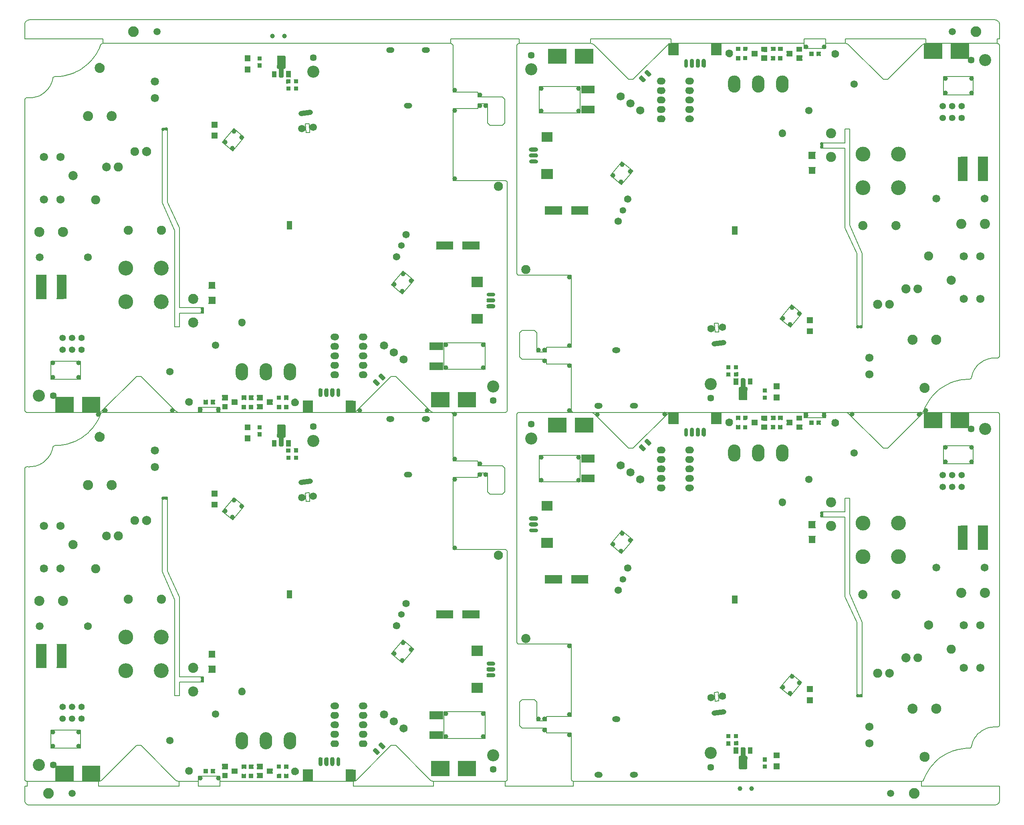
<source format=gts>
*
%FSLAX26Y26*%
%MOIN*%
%ADD10C,0.042677*%
%ADD11C,0.001102*%
%ADD12R,0.001594X0.001594*%
%ADD13R,0.002165X0.002165*%
%ADD14C,0.002303*%
%ADD15R,0.000846X0.000846*%
%ADD16C,0.100473*%
%ADD17C,0.057166*%
%ADD18C,0.005906*%
%ADD19R,0.090355X0.090355*%
%ADD20R,0.085355X0.085355*%
%ADD21C,0.039528*%
%ADD22C,0.027717*%
%ADD23C,0.011890*%
%ADD24C,0.016260*%
%ADD25C,0.061260*%
%ADD26C,0.072130*%
%ADD27C,0.064250*%
%ADD28C,0.080000*%
%ADD29R,0.051260X0.051260*%
%ADD30C,0.019260*%
%ADD31C,0.119370*%
%ADD32C,0.068190*%
%ADD33C,0.031260*%
%ADD34R,0.081260X0.081260*%
%ADD35C,0.052440*%
%ADD36R,0.086260X0.086260*%
%ADD37R,0.060320X0.060320*%
%ADD38R,0.040630X0.040630*%
%ADD39C,0.050630*%
%ADD40C,0.044570*%
%ADD41R,0.064250X0.064250*%
%ADD42R,0.033260X0.033260*%
%ADD43R,0.041260X0.041260*%
%ADD44R,0.035260X0.035260*%
%ADD45R,0.080000X0.080000*%
%ADD46C,0.099690*%
%ADD47R,0.056380X0.056380*%
%ADD48C,0.049292*%
%ADD49C,0.039370*%
%ADD50C,0.088583*%
%ADD51C,0.059055*%
%ADD52C,0.031496*%
%ADD53C,0.037402*%
%IPPOS*%
%LN504-2st46574a0.gts*%
%LPD*%
G75*
G54D10*
X2375509Y2696501D02*
X2297439Y2686221D01*
%LPC*%
G75*
X2297439Y2686221D02*
G54D11*
X635685Y3105019D02*
X649938Y3097516D01*
G54D12*
X2193639Y222921D02*
X2156799D01*
X2133639D02*
X2096799D01*
X1841479D02*
X1804639D01*
X1901479D02*
X1864639D01*
G54D13*
X1981674Y222636D02*
X1932544D01*
G54D14*
X1772735Y303470D02*
X1767975Y305985D01*
G54D15*
X2170073Y3061197D02*
Y3160925D01*
%LPD*%
G75*
X2170073Y3160925D02*
G54D16*
X3897639Y413391D03*
G54D17*
Y295281D03*
G54D16*
X2401579Y3031501D03*
G54D17*
Y3149611D03*
G54D17*
X236219Y334651D03*
G54D16*
X118110D03*
G54D18*
X252299Y2992131D02*
X247927Y2991640D01*
X243774Y2990190D01*
X240046Y2987854D01*
X236930Y2984749D01*
X234581Y2981030D01*
X233116Y2976882D01*
X232939Y2976031D01*
X21529Y2815771D02*
X35443Y2815001D01*
X49377Y2815217D01*
X63261Y2816418D01*
X77025Y2818598D01*
X90601Y2821747D01*
X103919Y2825849D01*
X116914Y2830882D01*
X129521Y2836822D01*
X141675Y2843639D01*
X153317Y2851299D01*
X164388Y2859763D01*
X174832Y2868990D01*
X184597Y2878932D01*
X193634Y2889540D01*
X201899Y2900761D01*
X209348Y2912538D01*
X215946Y2924813D01*
X221659Y2937525D01*
X226458Y2950608D01*
X230319Y2963998D01*
X232919Y2975941D01*
X21469Y2815781D02*
X21479D01*
X21469D02*
X17071Y2815688D01*
X12804Y2814621D01*
X8880Y2812632D01*
X5496Y2809823D01*
X2820Y2806332D01*
X986Y2802334D01*
X86Y2798028D01*
X-1Y2796181D01*
Y216541D01*
X490Y212169D01*
X1940Y208016D01*
X4276Y204288D01*
X7381Y201172D01*
X11100Y198823D01*
X15248Y197358D01*
X19618Y196851D01*
X19689Y196851D01*
X614219D01*
X620426Y197344D01*
X626478Y198811D01*
X632223Y201212D01*
X637517Y204490D01*
X642059Y208391D01*
X929569Y495891D01*
X967609D01*
X1255119Y208391D01*
X1259855Y204348D01*
X1265169Y201103D01*
X1270928Y198736D01*
X1276989Y197307D01*
X1282959Y196851D01*
X1444939D01*
Y239911D01*
X1625179D01*
Y196851D01*
X2732789D01*
X2738996Y197344D01*
X2745048Y198811D01*
X2750793Y201212D01*
X2756087Y204490D01*
X2760629Y208391D01*
X3048139Y495891D01*
X3086179D01*
X3373689Y208391D01*
X3378425Y204348D01*
X3383739Y201103D01*
X3389498Y198736D01*
X3395559Y197307D01*
X3401529Y196851D01*
X3996059D01*
X4000430Y197342D01*
X4004584Y198792D01*
X4008312Y201128D01*
X4011428Y204233D01*
X4013777Y207952D01*
X4015242Y212100D01*
X4015749Y216470D01*
X4015749Y216541D01*
Y2106301D01*
X4015257Y2110673D01*
X4013808Y2114826D01*
X4011472Y2118554D01*
X4008367Y2121670D01*
X4004648Y2124019D01*
X4000500Y2125484D01*
X3996130Y2125991D01*
X3996059Y2125991D01*
X3562989D01*
Y2726301D01*
X3770989D01*
Y2764431D01*
X3851019D01*
Y2606301D01*
X3870709Y2586621D01*
X3973109D01*
X3992799Y2606301D01*
Y2804281D01*
X3973109Y2823971D01*
X3771019D01*
Y2864191D01*
X3562989D01*
Y3248041D01*
X3562497Y3252412D01*
X3561048Y3256564D01*
X3558712Y3260290D01*
X3555607Y3263405D01*
X3551888Y3265753D01*
X3547741Y3267216D01*
X3543372Y3267721D01*
X3543309Y3267721D01*
X649609D01*
X645238Y3267231D01*
X641085Y3265782D01*
X637357Y3263448D01*
X634241Y3260344D01*
X631892Y3256625D01*
X631129Y3254831D01*
X254329Y2992131D02*
X274229Y2992624D01*
X294080Y2994103D01*
X313834Y2996563D01*
X333441Y3000000D01*
X352854Y3004404D01*
X372025Y3009764D01*
X390906Y3016068D01*
X409453Y3023300D01*
X427618Y3031442D01*
X445357Y3040474D01*
X462626Y3050374D01*
X479384Y3061118D01*
X495589Y3072679D01*
X511201Y3085028D01*
X526182Y3098137D01*
X540495Y3111971D01*
X554105Y3126498D01*
X566978Y3141682D01*
X579083Y3157484D01*
X590390Y3173868D01*
X600871Y3190791D01*
X610501Y3208213D01*
X619256Y3226091D01*
X627113Y3244381D01*
X631209Y3255041D01*
X254329Y2992131D02*
X252299D01*
X3829309Y555121D02*
X3488189D01*
Y775591D01*
X3829309D01*
Y555121D01*
X464569Y473211D02*
X218319D01*
Y623801D01*
X464569D01*
Y473211D01*
X3141199Y1182351D02*
X3050469Y1259161D01*
X3146599Y1372251D01*
X3237109Y1295591D01*
X3141199Y1182331D01*
X3140989Y1182511D01*
X3141199Y1182351D01*
X1729399Y2373281D02*
X1645269Y2444521D01*
X1740519Y2558331D01*
X1824649Y2487091D01*
X1729399Y2373281D01*
X1487209Y1067661D02*
X1287399D01*
Y1731471D01*
X1187219Y1945301D01*
Y2563001D01*
X1143489D01*
Y1944011D01*
X1247609Y1708201D01*
Y909451D01*
X1287399D01*
Y1023631D01*
X1487209D01*
Y1067661D01*
G54D19*
X582989Y277344D02*
Y242344D01*
X520989Y277344D02*
Y242344D01*
X360989Y277344D02*
Y242344D01*
X298989Y277344D02*
Y242344D01*
G54D20*
X2356059Y249274D02*
Y239274D01*
X2713059Y249274D02*
Y239274D01*
G54D18*
X2371310Y2526899D02*
X2339768Y2525311D01*
X2334678Y2597931D01*
X2366190Y2599521D01*
X2371310Y2526899D01*
G54D21*
X3578776Y2141778D03*
G54D21*
Y2710514D03*
G54D21*
X3786776Y2748644D03*
G54D21*
X3835231D03*
G54D21*
X3786806Y2839758D03*
G54D21*
X3578776Y2879978D03*
G54D21*
X1460726Y224124D03*
G54D21*
X1609391D03*
G54D21*
X3813521Y570908D03*
G54D21*
X3503976D03*
G54D21*
Y759804D03*
G54D21*
X3813521D03*
G54D21*
X3139362Y1204591D03*
G54D21*
X3072743Y1260989D03*
G54D21*
X3148421Y1350019D03*
G54D21*
X3214860Y1293747D03*
G54D21*
X1727483Y2395590D03*
G54D21*
X1667450Y2446426D03*
G54D21*
X1742435Y2536022D03*
G54D21*
X1802468Y2485186D03*
G54D21*
X448781Y488998D03*
G54D21*
X234106D03*
G54D21*
Y608014D03*
G54D21*
X448781D03*
G54D22*
X1178902Y2554495D03*
G54D22*
X1152117Y2554162D03*
G54D22*
X1477938Y1033090D03*
G54D22*
X1477862Y1058445D03*
G54D23*
X1159331Y2557161D02*
X1170140Y2556434D01*
X1169724Y2551237D02*
X1157865D01*
X1480974Y1055020D02*
Y1041800D01*
X1473934Y1052003D02*
Y1037140D01*
G54D24*
X2133859Y3127061D03*
G54D25*
X525589Y1488191D03*
G54D25*
X124019D03*
G54D25*
X1366999Y283691D03*
G54D25*
X2248689Y279741D03*
G54D25*
X1586609Y755911D03*
G54D25*
X1208659Y535441D03*
G54D25*
X1807089Y944891D03*
G54D26*
X3940949Y2078741D03*
G54D26*
X1137029Y1712751D03*
G54D26*
X861439D03*
G54D26*
X589909Y1966241D03*
G54D26*
X401759Y2167611D03*
G54D27*
X3152109Y637681D03*
G54D27*
X3070739Y695801D03*
G54D27*
X2989359Y753921D03*
G54D27*
X297239Y1968511D03*
G54D27*
X159449D03*
G54D27*
X297239Y2322841D03*
G54D27*
X159449D03*
G54D27*
X1082599Y2813001D03*
G54D27*
Y2950791D03*
G54D28*
X526419Y2662961D03*
G54D28*
X723269D03*
G54D28*
X623269Y3064141D03*
G54D28*
X1401579Y944891D03*
G54D28*
Y1141741D03*
G54D28*
X318009Y1698821D03*
G54D28*
X121159D03*
G54D29*
X1578739Y2592071D03*
G54D29*
Y2500071D03*
G54D29*
X1854329Y3143251D03*
G54D29*
Y3051251D03*
G54D30*
X3799209Y1299221D03*
G54D30*
X137799D03*
G54D30*
Y1259851D03*
G54D30*
Y1220481D03*
G54D30*
Y1181111D03*
G54D31*
X1135829Y1118111D03*
G54D31*
X840549D03*
G54D31*
X1135829Y1397641D03*
G54D31*
X840549D03*
G54D26*
X778429Y2239531D03*
G54D26*
X1013779Y2368041D03*
G54D32*
X679999Y2239531D03*
G54D32*
X915359Y2368041D03*
G54D33*
X3898074Y1080071D02*
X3857204D01*
X3898074Y1129071D02*
X3857204D01*
X3898074Y1178071D02*
X3857204D01*
G54D34*
X3769639Y1283071D02*
X3759639D01*
X3768639Y975071D02*
X3758639D01*
G54D35*
X2586834Y510121D02*
X2571084D01*
X2586834Y588861D02*
X2571084D01*
X2586834Y667601D02*
X2571084D01*
X2586834Y746341D02*
X2571084D01*
X2586834Y825081D02*
X2571084D01*
X2823054D02*
X2807304D01*
X2823054Y746341D02*
X2807304D01*
X2823054Y667601D02*
X2807304D01*
X2823054Y588861D02*
X2807304D01*
X2823054Y510121D02*
X2807304D01*
G54D36*
X3426189Y320651D02*
Y285651D01*
X3488189Y320651D02*
Y285651D01*
X3648189Y320651D02*
Y285651D01*
X3710189Y320651D02*
Y285651D01*
X582989Y281281D02*
Y246281D01*
X520989Y281281D02*
Y246281D01*
X360989Y281281D02*
Y246281D01*
X298989Y281281D02*
Y246281D01*
G54D37*
X3447429Y581221D02*
X3400189D01*
X3447429Y746581D02*
X3400189D01*
G54D38*
X2202869Y1765441D02*
Y1741821D01*
G54D39*
X3133699Y1586251D03*
G54D40*
X3198979Y2749821D02*
X3179299D01*
X3346529Y3212771D02*
X3326849D01*
X3051259Y3212581D02*
X3031579D01*
G54D41*
X3529534Y1586621D02*
X3454724D01*
X3750004D02*
X3675194D01*
G54D42*
X1952759Y3084181D03*
G54D42*
Y3144181D03*
G54D42*
X2192909Y2951261D03*
G54D42*
Y2891261D03*
G54D42*
X2175219Y241261D03*
G54D42*
X2115219D03*
G54D42*
X2115499Y319471D03*
G54D42*
X2175499D03*
G54D42*
X1823059Y241261D03*
G54D42*
X1883059D03*
G54D42*
X1824069Y319471D03*
G54D42*
X1884069D03*
G54D42*
X1504819Y282601D03*
G54D42*
X1564819D03*
G54D42*
X2255909Y2951261D03*
G54D42*
Y2891261D03*
G54D33*
X2608059Y382646D02*
Y341776D01*
X2559059Y382646D02*
Y341776D01*
X2510059Y382646D02*
Y341776D01*
X2461059Y382646D02*
Y341776D01*
G54D34*
X2356059Y253211D02*
Y243211D01*
X2713059Y253211D02*
Y243211D01*
G54D43*
X1959609Y319491D02*
X1954609D01*
X1959609Y244691D02*
X1954609D01*
X2040609Y282091D02*
X2035609D01*
X1668109Y319491D02*
X1663109D01*
X1668109Y244691D02*
X1663109D01*
X1749109Y282091D02*
X1744109D01*
G54D44*
X2074859Y3018561D02*
Y3002561D01*
X2192859Y3018561D02*
Y3002561D01*
G54D45*
X307439Y1299217D02*
Y1181106D01*
X137439Y1299217D02*
Y1181106D01*
G54D46*
X1806789Y554436D02*
Y515066D01*
X2006789Y554436D02*
Y515066D01*
X2206789Y554436D02*
Y515066D01*
G54D47*
X1558319Y1255871D03*
G54D47*
Y1129891D03*
G36*
X2999350Y489812D02*
G02X2999343Y481843I-3982J-3981D01*
G01X2982723Y465283D01*
G02X2974743Y465315I-3974J3988D01*
G01X2945712Y494435D01*
G02X2945703Y502417I3967J3996D01*
G01X2962313Y518987D01*
G02X2970276Y518976I3976J-3986D01*
G01X2999350Y489812D01*
G37*
G36*
X2951947Y442555D02*
G02X2951935Y434595I-3988J-3974D01*
G01X2935324Y418034D01*
G02X2926673Y418735I-4030J3992D01*
G02X2926533Y418877I3935J4027D01*
G01X2898285Y447203D01*
G02X2898294Y455168I3984J3978D01*
G01X2914915Y471739D01*
G02X2922877Y471725I3974J-3988D01*
G01X2951947Y442555D01*
G37*
G36*
X2167989Y3158561D02*
Y3063561D01*
G02X2162359Y3057931I-5630J0D01*
G01X2151489D01*
Y2990561D01*
G02X2145859Y2984931I-5630J0D01*
G01X2121859D01*
G02X2116229Y2990561I0J5630D01*
G01Y3057931D01*
X2105359D01*
G02X2099729Y3063561I0J5630D01*
G01Y3158561D01*
G02X2105359Y3164191I5630J0D01*
G01X2162359D01*
G02X2167989Y3158561I0J-5630D01*
G37*
G54D48*
X314959Y816931D03*
G54D48*
X393699D03*
G54D48*
X472439D03*
G54D48*
X314959Y718511D03*
G54D48*
X393699D03*
G54D48*
X472439D03*
G54D17*
X3093419Y1492151D03*
G54D17*
X3172549Y1676781D03*
G54D17*
X2305309Y2558731D03*
G54D17*
X2400069Y2570591D03*
G36*
X3979059Y2078741D02*
G02X3979059Y2078741I-38110J0D01*
G37*
G36*
X3898072Y1111394D02*
G01X3857206D01*
G02X3840924Y1122188I0J17677D01*
G02X3841881Y1123632I957J405D01*
G01X3843378D01*
G02X3843382Y1123717I2039J-41D01*
G01X3842894Y1126001D01*
G02X3843075Y1132961I14312J3109D01*
G01X3843390Y1134426D01*
G02X3843387Y1134510I2036J126D01*
G01X3841881D01*
G02X3840924Y1135955I0J1040D01*
G02X3857206Y1146748I16282J-6884D01*
G01X3898072D01*
G02X3898072Y1111394I1J-17677D01*
G37*
G36*
Y1062394D02*
G01X3857206D01*
G02X3841593Y1071781I0J17677D01*
G02X3842511Y1073308I918J488D01*
G01X3843930D01*
G02X3843932Y1073360I2039J-40D01*
G01X3843258Y1075602D01*
G02X3842767Y1082490I13948J4456D01*
G01X3842974Y1084051D01*
G02X3842967Y1084186I2032J177D01*
G01X3841387Y1084187D01*
G02X3840399Y1085548I0J1039D01*
G02X3857206Y1097748I16807J-5477D01*
G01X3898072D01*
G02X3898072Y1062394I-0J-17677D01*
G37*
G36*
X3908330Y1188527D02*
G02X3898183Y1163451I-10242J-10447D01*
G01X3856251Y1163446D01*
G02X3856633Y1192647I980J14590D01*
G01X3899812Y1192636D01*
G02X3900215Y1192553I-210J-2029D01*
G02X3908330Y1188527I-2146J-14520D01*
G37*
G36*
X3812316Y1240414D02*
G01X3716962D01*
Y1325748D01*
X3812316D01*
Y1240414D01*
G37*
G36*
X3808269Y935424D02*
X3719009D01*
Y1014680D01*
X3808269D01*
Y935424D01*
G37*
G36*
X3784174Y1552448D02*
X3641024D01*
Y1620794D01*
X3784174D01*
Y1552448D01*
G37*
G36*
X3755366Y240504D02*
X3603012D01*
Y365792D01*
X3755366D01*
Y240504D01*
G37*
G36*
X3563704Y1552448D02*
X3420554D01*
Y1555581D01*
X3423568Y1555581D01*
G02X3423599Y1555897I2039J-40D01*
G01Y1617654D01*
X3420554D01*
Y1620794D01*
X3563704D01*
Y1552448D01*
G37*
G36*
X3533366Y240474D02*
X3381012D01*
Y365828D01*
X3533366D01*
Y240474D01*
G37*
G36*
X3479636Y714376D02*
X3367982D01*
Y778786D01*
X3479636D01*
Y714376D01*
G37*
G36*
Y549016D02*
X3367982D01*
Y613426D01*
X3479636D01*
Y549016D01*
G37*
G36*
X3346531Y3188440D02*
X3326846D01*
G02X3327335Y3237040I-0J24302D01*
G01X3349067Y3237031D01*
G02X3349599Y3236908I-190J-2031D01*
G02X3346531Y3188440I-3067J-24137D01*
G37*
G36*
X3198981Y2725490D02*
G01X3179296D01*
G02X3179296Y2774152I0J24331D01*
G01X3198981D01*
G02X3198981Y2725490I0J-24331D01*
G37*
G36*
X3203179Y1676781D02*
G02X3203179Y1676781I-30630J0D01*
G37*
G36*
X3186282Y637681D02*
G02X3186282Y637681I-34173J0D01*
G37*
G36*
X3161049Y1586243D02*
G02X3161049Y1586243I-27356J0D01*
G37*
G36*
X3124049Y1492151D02*
G02X3124049Y1492151I-30630J0D01*
G37*
G36*
X3104912Y695801D02*
G02X3104912Y695801I-34173J0D01*
G37*
G36*
X3075495Y3214755D02*
G02X3051261Y3188250I-24233J-2174D01*
G01X3031566D01*
G02X3033584Y3236805I10J24319D01*
G01X3054677Y3236641D01*
G02X3075495Y3214755I-3420J-24097D01*
G37*
G36*
X3023532Y753921D02*
G02X3023532Y753921I-34173J0D01*
G37*
G36*
X2999937Y485524D02*
G01X2999935Y481017D01*
G02X2999656Y479263I-741J-782D01*
G02X2998897Y478509I-1766J1019D01*
G01X2984167Y463833D01*
G02X2981611Y462148I-5419J5438D01*
G02X2981069Y461920I-1052J1750D01*
G02X2980643Y461831I-628J1940D01*
G02X2974453Y462908I-1894J7440D01*
G02X2975097Y464906I407J971D01*
G01X2976563D01*
X2945275Y496287D01*
Y494825D01*
G02X2943278Y494193I-1025J-233D01*
G02X2944257Y503866I6401J4238D01*
G01X2959951Y519522D01*
G02X2961420Y519521I734J-736D01*
G01X2966685Y519507D01*
G02X2969407Y518410I-455J-5054D01*
G01X2998778Y488964D01*
G02X2999937Y485524I-3429J-3072D01*
G37*
G36*
X2954297Y442914D02*
G02X2953393Y433158I-6338J-4332D01*
G01X2937381Y417194D01*
G02X2935947Y417157I-736J734D01*
G02X2935762Y417213I494J1979D01*
G02X2935658Y417236I180J1024D01*
G01X2931255D01*
G02X2930617Y417339I0J2039D01*
G02X2927410Y419411I678J4567D01*
G01X2898664Y448275D01*
G02X2897692Y450481I3604J2906D01*
G02X2897587Y451128I1934J647D01*
G01Y455386D01*
G02X2897551Y455668I2000J398D01*
G02X2897507Y455804I1921J686D01*
G02X2897514Y457281I735J735D01*
G01X2913520Y473238D01*
G02X2923363Y473989I5369J-5488D01*
G02X2922695Y472010I-448J-951D01*
G01X2921181D01*
X2952305Y440779D01*
Y442266D01*
G02X2954297Y442914I1025J235D01*
G37*
G36*
X2823053Y796813D02*
G01X2807305D01*
G02X2807305Y853349I0J28268D01*
G01X2823053D01*
G02X2823053Y796813I0J-28268D01*
G37*
G36*
Y718073D02*
G01X2807305D01*
G02X2807305Y774609I0J28268D01*
G01X2823053D01*
G02X2823053Y718073I0J-28268D01*
G37*
G36*
Y639333D02*
G01X2807305D01*
G02X2807305Y695869I0J28268D01*
G01X2823053D01*
G02X2823053Y639333I0J-28268D01*
G37*
G36*
Y560593D02*
G01X2807305D01*
G02X2807305Y617129I0J28268D01*
G01X2823053D01*
G02X2823053Y560593I0J-28268D01*
G37*
G36*
Y481853D02*
G01X2807305D01*
G02X2807305Y538389I0J28268D01*
G01X2823053D01*
G02X2823053Y481853I0J-28268D01*
G37*
G36*
X2755736Y234748D02*
G01Y200534D01*
X2670382D01*
Y225489D01*
X2673429D01*
X2673398Y279755D01*
X2670382Y279756D01*
Y294849D01*
G02X2671421Y295888I1039J0D01*
G01X2735096D01*
G02X2735825Y294108I0J-1039D01*
G01X2734608Y292892D01*
G02X2734722Y292876I-95J-1035D01*
G01X2751649Y292865D01*
G02X2751919Y292829I0J-1039D01*
G01X2752689D01*
Y234212D01*
X2753956Y235478D01*
G02X2755736Y234748I740J-730D01*
G37*
G36*
X2622692Y382680D02*
G01X2622691Y342005D01*
G02X2593427Y342163I-14633J-209D01*
G01X2593426Y382435D01*
G02X2622689Y382955I14632J230D01*
G02X2622692Y382680I-14631J-289D01*
G37*
G36*
X2586833Y718073D02*
G01X2571085D01*
G02X2571085Y774609I0J28268D01*
G01X2586833D01*
G02X2586833Y718073I0J-28268D01*
G37*
G36*
Y560593D02*
G01X2571085D01*
G02X2571085Y617129I0J28268D01*
G01X2586833D01*
G02X2586833Y560593I0J-28268D01*
G37*
G36*
X2586833Y481853D02*
G01X2571085D01*
G02X2571085Y538389I0J28268D01*
G01X2586834D01*
G02X2586833Y481853I-2J-28268D01*
G37*
G36*
X2586833Y639333D02*
G01X2571085D01*
G02X2571219Y695860I0J28263D01*
G01X2588082Y695841D01*
G02X2586833Y639333I-1250J-28240D01*
G37*
G36*
X2612608Y836688D02*
G02X2586701Y796832I-25769J-11598D01*
G01X2571219D01*
G02X2572289Y853306I-120J28250D01*
G01X2588190Y853305D01*
G02X2588472Y853273I-85J-2038D01*
G02X2612513Y836855I-1647J-28222D01*
G02X2612608Y836688I-853J-594D01*
G37*
G36*
X2576736Y382644D02*
G01Y341778D01*
G02X2541382Y341778I-17677J0D01*
G01Y382644D01*
G02X2551405Y398578I17677J-0D01*
G02X2552376Y398541I450J-937D01*
G01X2553041Y398160D01*
G02X2553573Y397253I-508J-907D01*
G01X2553574Y396720D01*
G02X2553602Y396474I-2008J-356D01*
G01X2555946Y396979D01*
G02X2562115Y396979I3085J-14313D01*
G01X2564508Y396455D01*
G02X2564539Y396733I2038J-87D01*
G01Y397251D01*
G02X2565096Y398172I1039J-0D01*
G01X2565741Y398541D01*
G02X2566712Y398579I521J-899D01*
G02X2575712Y388572I-7653J-15934D01*
G02X2576736Y382644I-16654J-5928D01*
G37*
G36*
X2527736D02*
G01Y341778D01*
G02X2492382Y341778I-17677J0D01*
G01Y382644D01*
G02X2498198Y395752I17677J-0D01*
G02X2499502Y395830I701J-768D01*
G01X2501374Y394497D01*
G02X2516313Y395954I8718J-12063D01*
G02X2516454Y396072I1372J-1509D01*
G01X2517811Y397607D01*
G02X2519129Y397817I785J-682D01*
G02X2526956Y387838I-9070J-15173D01*
G02X2527736Y382644I-16897J-5194D01*
G37*
G36*
X2478736Y382644D02*
G01Y341778D01*
G02X2443382Y341778I-17677J0D01*
G01Y382644D01*
G02X2458147Y400080I17677J0D01*
G02X2459065Y398322I183J-1023D01*
G01X2458432Y397688D01*
X2462532Y397263D01*
G02X2473037Y391207I-1435J-14626D01*
G01X2474273Y392446D01*
G02X2475886Y392270I736J-734D01*
G02X2478075Y387433I-14827J-9626D01*
G02X2478736Y382644I-17016J-4789D01*
G37*
G36*
X2430699Y2570591D02*
G02X2430699Y2570591I-30630J0D01*
G37*
G36*
X2398736Y280637D02*
G01X2395689Y280601D01*
Y225489D01*
X2398736D01*
Y200534D01*
X2313382D01*
Y295888D01*
X2398736D01*
Y280637D01*
G37*
G36*
X2335939Y2558731D02*
G02X2335939Y2558731I-30630J0D01*
G37*
G36*
X2281205Y282981D02*
G02X2216707Y273035I-32516J-3240D01*
G02X2217725Y274289I1018J214D01*
G01X2219448Y274291D01*
G02X2219457Y274444I2039J-46D01*
G01X2219235Y276462D01*
G02X2219287Y283423I29452J3261D01*
G01X2219464Y285013D01*
G02X2219455Y285164I2030J198D01*
G01X2217719Y285167D01*
G02X2216701Y286420I0J1040D01*
G02X2268324Y305861I31987J-6678D01*
G02X2268381Y304245I-625J-831D01*
G01X2267052Y303085D01*
X2270848Y299369D01*
X2274286Y294835D01*
X2275598Y295982D01*
G02X2277196Y295714I691J-776D01*
G02X2281160Y283405I-28508J-15973D01*
G02X2281205Y282981I-1994J-426D01*
G37*
G36*
X2274585Y2966097D02*
G01X2273800D01*
G02X2273520Y2966066I-254J1008D01*
G01X2271569D01*
G02X2271539Y2965780I-2038J71D01*
G01Y2935617D01*
X2240279D01*
Y2966097D01*
X2237233D01*
Y2969937D01*
X2274585D01*
Y2966097D01*
G37*
G36*
X2271539Y2875652D02*
X2240279D01*
Y2906886D01*
X2271539D01*
Y2875652D01*
G37*
G36*
X2258678Y554723D02*
X2258644Y514496D01*
G02X2258624Y514295I-8007J717D01*
G01X2258320Y511014D01*
X2258411Y509803D01*
G02X2154952Y514835I-51596J5262D01*
G01X2154900Y554703D01*
G02X2258678Y554723I51889J-267D01*
G37*
G36*
X2225231Y1719458D02*
G01X2180506D01*
Y1787804D01*
X2225231D01*
Y1719458D01*
G37*
G36*
X2212534Y2982884D02*
X2210210D01*
Y2985941D01*
X2175608D01*
Y2982884D01*
X2173184D01*
Y3038238D01*
X2212534D01*
Y2982884D01*
G37*
G36*
X2208539Y2935646D02*
X2207720D01*
G02X2207499Y2935622I-220J1016D01*
G01X2190683Y2935601D01*
G03X2188741Y2933630I18J-1960D01*
G02X2187696Y2932585I-1039J-6D01*
G01X2175272D01*
G02X2174233Y2933624I0J1039D01*
G01X2174233Y2966145D01*
G02X2175651Y2966913I1039J-226D01*
G01X2207499D01*
G02X2208494Y2966176I0J-1039D01*
G01X2208539D01*
Y2935646D01*
G37*
G36*
Y2875652D02*
X2177279D01*
Y2906886D01*
X2208539D01*
Y2875652D01*
G37*
G36*
X2194175Y300795D02*
X2180985D01*
Y303860D01*
X2170013D01*
Y300795D01*
X2156823D01*
Y338147D01*
X2194175D01*
Y300795D01*
G37*
G36*
X2193895Y222585D02*
X2156543D01*
Y259937D01*
X2170013D01*
Y256902D01*
X2180985D01*
Y259937D01*
X2193895D01*
Y222585D01*
G37*
G36*
X2170036Y3158561D02*
Y3063561D01*
G02X2162359Y3055884I-7677J0D01*
G01X2153536D01*
Y2990561D01*
G02X2145859Y2982884I-7677J0D01*
G01X2121859D01*
G02X2114182Y2990561I0J7677D01*
G01Y3055884D01*
X2105359D01*
G02X2097682Y3063561I0J7677D01*
G01Y3085747D01*
X2100698Y3085761D01*
G02X2100735Y3086096I2039J-54D01*
G01X2100743Y3158947D01*
G02X2100784Y3159293I2038J-68D01*
G02X2101028Y3160223I2039J-39D01*
G01X2101546Y3162260D01*
X2100717D01*
G02X2099983Y3164041I-6J1039D01*
G02X2105359Y3166238I5376J-5480D01*
G01X2162359D01*
G02X2170029Y3158878I0J-7677D01*
G02X2170036Y3158561I-7670J-316D01*
G37*
G36*
X2133895Y258898D02*
G01Y222585D01*
X2096543D01*
Y249666D01*
G02X2098317Y250411I1039J9D01*
G01X2099585Y249142D01*
X2099587Y255850D01*
G02X2100627Y256924I1056J18D01*
G01X2107286Y256956D01*
X2106084Y258158D01*
G02X2106814Y259937I730J740D01*
G01X2132856D01*
G02X2133895Y258898I0J-1039D01*
G37*
G36*
X2131129Y303860D02*
G01X2099869D01*
Y335094D01*
X2131129D01*
Y303860D01*
G37*
G36*
X2091489Y2985941D02*
X2058229D01*
Y3035214D01*
X2091489D01*
Y2985941D01*
G37*
G36*
X2063286Y283425D02*
X2060239Y283425D01*
X2060270Y272490D01*
X2063286Y272476D01*
Y259414D01*
X2012932D01*
Y304768D01*
X2063286D01*
Y283425D01*
G37*
G36*
X2058679Y554436D02*
Y515066D01*
G02X1954899Y515066I-51890J-0D01*
G01Y554436D01*
G02X2057811Y563887I51890J0D01*
G02X2058679Y554436I-51022J-9451D01*
G37*
G36*
X1982286Y296814D02*
G01X1931932D01*
Y314006D01*
X1934979D01*
Y324947D01*
X1931932D01*
Y342168D01*
X1982286D01*
Y296814D01*
G37*
G36*
Y260533D02*
Y222014D01*
X1931932D01*
Y237246D01*
X1934979D01*
Y252167D01*
X1931932D01*
Y266329D01*
G02X1932971Y267368I1039J0D01*
G01X1963987D01*
G02X1964791Y265666I3J-1039D01*
G01X1963694Y264342D01*
G02X1963813Y264325I-86J-1036D01*
G01X1978201Y264314D01*
G02X1979242Y263242I1J-1040D01*
G01X1979244Y259741D01*
X1980444Y261193D01*
G02X1982286Y260533I803J-660D01*
G37*
G36*
X1970219Y3100991D02*
G01X1968465Y3099655D01*
G02X1968389Y3099553I-1676J1162D01*
G01Y3068549D01*
X1937129D01*
Y3099233D01*
G02X1937101Y3099433I2003J384D01*
G01X1935177D01*
G02X1934083Y3100471I-55J1038D01*
G01Y3101818D01*
G02X1935122Y3102857I1039J0D01*
G01X1969587D01*
G02X1970219Y3100991I3J-1039D01*
G37*
G36*
X1968389Y3128576D02*
G01X1937129D01*
Y3159810D01*
X1968389D01*
Y3128576D01*
G37*
G36*
X1902745Y324947D02*
X1899699D01*
Y314006D01*
X1902745D01*
Y300795D01*
X1865393D01*
Y338147D01*
X1902745D01*
Y324947D01*
G37*
G36*
X1901735Y252167D02*
X1898689D01*
Y237246D01*
X1901735D01*
Y222585D01*
X1864383D01*
Y259937D01*
X1901735D01*
Y252167D01*
G37*
G36*
X1878959Y3118623D02*
X1829699D01*
Y3167897D01*
X1878959D01*
Y3118623D01*
G37*
G36*
Y3026623D02*
X1829699D01*
Y3075896D01*
X1878959D01*
Y3026623D01*
G37*
G36*
X1858640Y514472D02*
X1858319Y511001D01*
X1858394Y509642D01*
G02X1754915Y514932I-51598J5421D01*
G01X1754925Y555961D01*
G02X1858580Y558360I51891J-1540D01*
G01X1858586Y515523D01*
G02X1858674Y514910I-1952J-592D01*
G02X1858640Y514472I-2039J-64D01*
G37*
G36*
X1842745Y300795D02*
G01X1829555D01*
Y303860D01*
X1818583D01*
Y300795D01*
X1805393D01*
Y338147D01*
X1842745D01*
Y300795D01*
G37*
G36*
X1841735Y222585D02*
X1804383D01*
Y259937D01*
X1818583D01*
Y256902D01*
X1829555D01*
Y259937D01*
X1841735D01*
Y222585D01*
G37*
G36*
X1836822Y945163D02*
G02X1831347Y927625I-29745J-338D01*
G01X1832893Y927625D01*
G02X1833741Y925984I0J-1040D01*
G02X1780437Y925984I-26652J18907D01*
G02X1781296Y927625I848J601D01*
G01X1782774D01*
G02X1782848Y927641I479J-1983D01*
G02X1782923Y962123I24239J17188D01*
G02X1782827Y962141I328J2013D01*
G01X1781273D01*
G02X1780431Y963790I0J1039D01*
G02X1833734Y963808I26658J-18900D01*
G02X1832867Y962142I-830J-627D01*
G01X1831383D01*
G02X1831300Y962125I-449J1989D01*
G02X1836822Y945163I-24210J-17261D01*
G37*
G36*
X1771786Y286352D02*
G01X1768770Y286347D01*
G02X1768739Y286035I-2039J44D01*
G01X1768770Y275472D01*
X1771786Y275468D01*
Y259414D01*
X1721432D01*
Y304768D01*
X1771786D01*
Y286352D01*
G37*
G36*
X1690786Y296814D02*
X1640432D01*
Y314026D01*
X1643448Y314045D01*
G02X1643479Y314342I2039J-58D01*
G01Y324916D01*
X1640432D01*
Y342168D01*
X1690786D01*
Y296814D01*
G37*
G36*
X1687739Y225046D02*
X1643479D01*
Y264305D01*
X1687739D01*
Y225046D01*
G37*
G36*
X1616232Y755905D02*
G02X1616232Y755905I-29623J0D01*
G37*
G36*
X1603369Y2567427D02*
G01X1554109D01*
Y2616701D01*
X1603369D01*
Y2567427D01*
G37*
G36*
Y2475426D02*
X1554109D01*
Y2524700D01*
X1603369D01*
Y2475426D01*
G37*
G36*
X1588555Y1225635D02*
X1528082D01*
Y1231554D01*
X1531098Y1231559D01*
G02X1531129Y1231870I2039J-44D01*
G01Y1283031D01*
X1585509D01*
Y1231880D01*
G02X1585538Y1231619I-2007J-361D01*
G01X1587501D01*
G02X1587878Y1231554I15J-1039D01*
G01X1588555D01*
Y1225635D01*
G37*
G36*
Y1099655D02*
X1528082D01*
Y1108697D01*
X1531129Y1108698D01*
Y1151119D01*
X1528082D01*
Y1160127D01*
X1588555D01*
Y1099655D01*
G37*
G36*
X1583495Y288043D02*
X1580479Y288019D01*
G02X1580449Y287726I-2038J63D01*
G01Y277150D01*
X1583495D01*
Y263925D01*
X1546143D01*
Y301277D01*
X1583495D01*
Y288043D01*
G37*
G36*
X1523495Y263925D02*
X1486143D01*
Y277150D01*
X1489189D01*
Y288028D01*
X1486143D01*
Y300238D01*
G02X1487182Y301277I1039J0D01*
G01X1498765D01*
G02X1499803Y300187I0J-1039D01*
G01Y298206D01*
X1510775D01*
Y301277D01*
X1523495D01*
Y263925D01*
G37*
G36*
X1443626Y1141741D02*
G02X1443626Y1141741I-42047J0D01*
G37*
G36*
Y944891D02*
G02X1443626Y944891I-42047J0D01*
G37*
G36*
X1399200Y289249D02*
G02X1398176Y288028I-1024J-181D01*
G01X1396385D01*
X1396440Y279545D01*
G02X1396276Y278984I-1039J-0D01*
G02X1396234Y278818I-1996J417D01*
G01X1395989Y277150D01*
X1397715D01*
G02X1398722Y275853I0J-1039D01*
G02X1398963Y290479I-31723J7838D01*
G02X1399200Y289249I-31964J-6788D01*
G37*
G36*
X1238296Y535423D02*
G02X1238296Y535423I-29637J0D01*
G37*
G36*
X1197560Y1118109D02*
G02X1197560Y1118109I-61731J0D01*
G37*
G36*
X1197560Y1397644D02*
G02X1197560Y1397644I-61731J0D01*
G37*
G36*
X1175131Y1712762D02*
G02X1175131Y1712762I-38102J0D01*
G37*
G36*
X1116772Y2813001D02*
G02X1116772Y2813001I-34173J0D01*
G37*
G36*
X1116763Y2950799D02*
G02X1116763Y2950799I-34164J0D01*
G37*
G36*
X1051889Y2368041D02*
G02X1051889Y2368041I-38110J0D01*
G37*
G36*
X951501D02*
G02X951501Y2368041I-36142J0D01*
G37*
G36*
X902281Y1397641D02*
G02X902281Y1397641I-61732J0D01*
G37*
G36*
Y1118111D02*
G02X902281Y1118111I-61732J0D01*
G37*
G36*
X899549Y1712751D02*
G02X899549Y1712751I-38110J0D01*
G37*
G36*
X816539Y2239531D02*
G02X816539Y2239531I-38110J0D01*
G37*
G36*
X765316Y2662961D02*
G02X765316Y2662961I-42047J0D01*
G37*
G36*
X716141Y2239531D02*
G02X716141Y2239531I-36142J0D01*
G37*
G36*
X665316Y3064141D02*
G02X665316Y3064141I-42047J0D01*
G37*
G36*
X628166Y201104D02*
G01X475812D01*
Y326458D01*
X628166D01*
Y201104D01*
G37*
G36*
X628019Y1966241D02*
G02X628019Y1966241I-38110J0D01*
G37*
G36*
X568466Y2662961D02*
G02X568466Y2662961I-42047J0D01*
G37*
G36*
X558266Y1488191D02*
G02X558266Y1488191I-32677J0D01*
G37*
G36*
X499132Y816931D02*
G02X499132Y816931I-26693J0D01*
G37*
G36*
Y718511D02*
G02X499132Y718511I-26693J0D01*
G37*
G36*
X439869Y2167611D02*
G02X439869Y2167611I-38110J0D01*
G37*
G36*
X420392Y816931D02*
G02X420392Y816931I-26693J0D01*
G37*
G36*
Y718511D02*
G02X420392Y718511I-26693J0D01*
G37*
G36*
X406166Y201104D02*
G01X253812D01*
Y326458D01*
X406166D01*
Y201104D01*
G37*
G36*
X360056Y1698821D02*
G02X360056Y1698821I-42047J0D01*
G37*
G36*
X346439Y1340209D02*
G01X346439Y1142159D01*
X345626D01*
G02X345399Y1142134I-227J1015D01*
G01X324645Y1142131D01*
G02X324507Y1142113I-203J1019D01*
G02X324429Y1141631I-2038J85D01*
G01X324253Y1139992D01*
G02X323219Y1139059I-1034J106D01*
G01X266431D01*
G02X265391Y1140098I0J1039D01*
G01Y1148720D01*
X266214D01*
G02X266431Y1148743I217J-1017D01*
G01X268409Y1148760D01*
G02X268439Y1149038I2038J-79D01*
G01X268407Y1335547D01*
X265391Y1335569D01*
Y1340224D01*
G02X266431Y1341263I1039J0D01*
G01X345400D01*
G02X346439Y1340209I0J-1039D01*
G37*
G36*
X341652Y816931D02*
G02X341652Y816931I-26693J0D01*
G37*
G36*
Y718511D02*
G02X341652Y718511I-26693J0D01*
G37*
G36*
X331412Y2322841D02*
G02X331412Y2322841I-34173J0D01*
G37*
G36*
Y1968511D02*
G02X331412Y1968511I-34173J0D01*
G37*
G36*
X193619Y1968505D02*
G02X193619Y1968505I-34170J0D01*
G37*
G36*
X193613Y2322842D02*
G02X193613Y2322842I-34164J0D01*
G37*
G36*
X179486Y1139082D02*
G01X95391D01*
Y1341255D01*
X179486D01*
Y1139082D01*
G37*
G36*
X163203Y1698815D02*
G02X163203Y1698815I-42044J0D01*
G37*
G36*
X156688Y1488182D02*
G02X156688Y1488182I-32669J0D01*
G37*
G54D10*
X2375509Y2696501D02*
G01X2297439Y2686221D01*
%LPC*%
G75*
X2297439Y2686221D02*
G54D11*
X635685Y3105019D02*
X649938Y3097516D01*
G54D12*
X2193639Y222921D02*
X2156799D01*
X2133639D02*
X2096799D01*
X1841479D02*
X1804639D01*
X1901479D02*
X1864639D01*
G54D13*
X1981674Y222636D02*
X1932544D01*
G54D14*
X1772735Y303470D02*
X1767975Y305985D01*
G54D15*
X2170073Y3061197D02*
Y3160925D01*
%LPD*%
G75*
X2170073Y3160925D02*
G54D16*
X3897639Y413391D03*
G54D17*
Y295281D03*
G54D16*
X2401579Y3031501D03*
G54D17*
Y3149611D03*
G54D17*
X236219Y334651D03*
G54D16*
X118110D03*
G54D18*
X252299Y2992131D02*
X247927Y2991640D01*
X243774Y2990190D01*
X240046Y2987854D01*
X236930Y2984749D01*
X234581Y2981030D01*
X233116Y2976882D01*
X232939Y2976031D01*
X21529Y2815771D02*
X35443Y2815001D01*
X49377Y2815217D01*
X63261Y2816418D01*
X77025Y2818598D01*
X90601Y2821747D01*
X103919Y2825849D01*
X116914Y2830882D01*
X129521Y2836822D01*
X141675Y2843639D01*
X153317Y2851299D01*
X164388Y2859763D01*
X174832Y2868990D01*
X184597Y2878932D01*
X193634Y2889540D01*
X201899Y2900761D01*
X209348Y2912538D01*
X215946Y2924813D01*
X221659Y2937525D01*
X226458Y2950608D01*
X230319Y2963998D01*
X232919Y2975941D01*
X21469Y2815781D02*
X21479D01*
X21469D02*
X17071Y2815688D01*
X12804Y2814621D01*
X8880Y2812632D01*
X5496Y2809823D01*
X2820Y2806332D01*
X986Y2802334D01*
X86Y2798028D01*
X-1Y2796181D01*
Y216541D01*
X490Y212169D01*
X1940Y208016D01*
X4276Y204288D01*
X7381Y201172D01*
X11100Y198823D01*
X15248Y197358D01*
X19618Y196851D01*
X19689Y196851D01*
X614219D01*
X620426Y197344D01*
X626478Y198811D01*
X632223Y201212D01*
X637517Y204490D01*
X642059Y208391D01*
X929569Y495891D01*
X967609D01*
X1255119Y208391D01*
X1259855Y204348D01*
X1265169Y201103D01*
X1270928Y198736D01*
X1276989Y197307D01*
X1282959Y196851D01*
X1444939D01*
Y239911D01*
X1625179D01*
Y196851D01*
X2732789D01*
X2738996Y197344D01*
X2745048Y198811D01*
X2750793Y201212D01*
X2756087Y204490D01*
X2760629Y208391D01*
X3048139Y495891D01*
X3086179D01*
X3373689Y208391D01*
X3378425Y204348D01*
X3383739Y201103D01*
X3389498Y198736D01*
X3395559Y197307D01*
X3401529Y196851D01*
X3996059D01*
X4000430Y197342D01*
X4004584Y198792D01*
X4008312Y201128D01*
X4011428Y204233D01*
X4013777Y207952D01*
X4015242Y212100D01*
X4015749Y216470D01*
X4015749Y216541D01*
Y2106301D01*
X4015257Y2110673D01*
X4013808Y2114826D01*
X4011472Y2118554D01*
X4008367Y2121670D01*
X4004648Y2124019D01*
X4000500Y2125484D01*
X3996130Y2125991D01*
X3996059Y2125991D01*
X3562989D01*
Y2726301D01*
X3770989D01*
Y2764431D01*
X3851019D01*
Y2606301D01*
X3870709Y2586621D01*
X3973109D01*
X3992799Y2606301D01*
Y2804281D01*
X3973109Y2823971D01*
X3771019D01*
Y2864191D01*
X3562989D01*
Y3248041D01*
X3562497Y3252412D01*
X3561048Y3256564D01*
X3558712Y3260290D01*
X3555607Y3263405D01*
X3551888Y3265753D01*
X3547741Y3267216D01*
X3543372Y3267721D01*
X3543309Y3267721D01*
X649609D01*
X645238Y3267231D01*
X641085Y3265782D01*
X637357Y3263448D01*
X634241Y3260344D01*
X631892Y3256625D01*
X631129Y3254831D01*
X254329Y2992131D02*
X274229Y2992624D01*
X294080Y2994103D01*
X313834Y2996563D01*
X333441Y3000000D01*
X352854Y3004404D01*
X372025Y3009764D01*
X390906Y3016068D01*
X409453Y3023300D01*
X427618Y3031442D01*
X445357Y3040474D01*
X462626Y3050374D01*
X479384Y3061118D01*
X495589Y3072679D01*
X511201Y3085028D01*
X526182Y3098137D01*
X540495Y3111971D01*
X554105Y3126498D01*
X566978Y3141682D01*
X579083Y3157484D01*
X590390Y3173868D01*
X600871Y3190791D01*
X610501Y3208213D01*
X619256Y3226091D01*
X627113Y3244381D01*
X631209Y3255041D01*
X254329Y2992131D02*
X252299D01*
X3829309Y555121D02*
X3488189D01*
Y775591D01*
X3829309D01*
Y555121D01*
X464569Y473211D02*
X218319D01*
Y623801D01*
X464569D01*
Y473211D01*
X3141199Y1182351D02*
X3050469Y1259161D01*
X3146599Y1372251D01*
X3237109Y1295591D01*
X3141199Y1182331D01*
X3140989Y1182511D01*
X3141199Y1182351D01*
X1729399Y2373281D02*
X1645269Y2444521D01*
X1740519Y2558331D01*
X1824649Y2487091D01*
X1729399Y2373281D01*
X1487209Y1067661D02*
X1287399D01*
Y1731471D01*
X1187219Y1945301D01*
Y2563001D01*
X1143489D01*
Y1944011D01*
X1247609Y1708201D01*
Y909451D01*
X1287399D01*
Y1023631D01*
X1487209D01*
Y1067661D01*
G54D19*
X582989Y277344D02*
Y242344D01*
X520989Y277344D02*
Y242344D01*
X360989Y277344D02*
Y242344D01*
X298989Y277344D02*
Y242344D01*
G54D20*
X2356059Y249274D02*
Y239274D01*
X2713059Y249274D02*
Y239274D01*
G54D18*
X2371310Y2526899D02*
X2339768Y2525311D01*
X2334678Y2597931D01*
X2366190Y2599521D01*
X2371310Y2526899D01*
G54D21*
X3578776Y2141778D03*
G54D21*
Y2710514D03*
G54D21*
X3786776Y2748644D03*
G54D21*
X3835231D03*
G54D21*
X3786806Y2839758D03*
G54D21*
X3578776Y2879978D03*
G54D21*
X1460726Y224124D03*
G54D21*
X1609391D03*
G54D21*
X3813521Y570908D03*
G54D21*
X3503976D03*
G54D21*
Y759804D03*
G54D21*
X3813521D03*
G54D21*
X3139362Y1204591D03*
G54D21*
X3072743Y1260989D03*
G54D21*
X3148421Y1350019D03*
G54D21*
X3214860Y1293747D03*
G54D21*
X1727483Y2395590D03*
G54D21*
X1667450Y2446426D03*
G54D21*
X1742435Y2536022D03*
G54D21*
X1802468Y2485186D03*
G54D21*
X448781Y488998D03*
G54D21*
X234106D03*
G54D21*
Y608014D03*
G54D21*
X448781D03*
G54D22*
X1178902Y2554495D03*
G54D22*
X1152117Y2554162D03*
G54D22*
X1477938Y1033090D03*
G54D22*
X1477862Y1058445D03*
G54D23*
X1159331Y2557161D02*
X1170140Y2556434D01*
X1169724Y2551237D02*
X1157865D01*
X1480974Y1055020D02*
Y1041800D01*
X1473934Y1052003D02*
Y1037140D01*
G54D10*
X2375509Y5767372D02*
X2297439Y5757092D01*
%LPC*%
G75*
X2297439Y5757092D02*
G54D11*
X635685Y6175890D02*
X649938Y6168387D01*
G54D12*
X2193639Y3293792D02*
X2156799D01*
X2133639D02*
X2096799D01*
X1841479D02*
X1804639D01*
X1901479D02*
X1864639D01*
G54D13*
X1981674Y3293507D02*
X1932544D01*
G54D14*
X1772735Y3374341D02*
X1767975Y3376855D01*
G54D15*
X2170073Y6132068D02*
Y6231796D01*
%LPD*%
G75*
X2170073Y6231796D02*
G54D16*
X3897639Y3484262D03*
G54D17*
Y3366151D03*
G54D16*
X2401579Y6102372D03*
G54D17*
Y6220482D03*
G54D17*
X236219Y3405521D03*
G54D16*
X118110D03*
G54D18*
X252299Y6063002D02*
X247927Y6062510D01*
X243774Y6061061D01*
X240046Y6058725D01*
X236930Y6055620D01*
X234581Y6051900D01*
X233116Y6047752D01*
X232939Y6046902D01*
X21529Y5886642D02*
X35443Y5885871D01*
X49377Y5886087D01*
X63261Y5887289D01*
X77025Y5889469D01*
X90601Y5892618D01*
X103919Y5896719D01*
X116914Y5901753D01*
X129521Y5907693D01*
X141675Y5914510D01*
X153317Y5922170D01*
X164388Y5930634D01*
X174832Y5939860D01*
X184597Y5949803D01*
X193634Y5960411D01*
X201899Y5971632D01*
X209348Y5983409D01*
X215946Y5995684D01*
X221659Y6008395D01*
X226458Y6021479D01*
X230319Y6034869D01*
X232919Y6046812D01*
X21469Y5886652D02*
X21479D01*
X21469D02*
X17071Y5886559D01*
X12804Y5885491D01*
X8880Y5883503D01*
X5496Y5880693D01*
X2820Y5877202D01*
X986Y5873204D01*
X86Y5868899D01*
X-1Y5867052D01*
Y3287412D01*
X490Y3283040D01*
X1940Y3278887D01*
X4276Y3275159D01*
X7381Y3272043D01*
X11100Y3269694D01*
X15248Y3268229D01*
X19618Y3267722D01*
X19689Y3267722D01*
X614219D01*
X620426Y3268215D01*
X626478Y3269681D01*
X632223Y3272083D01*
X637517Y3275361D01*
X642059Y3279262D01*
X929569Y3566762D01*
X967609D01*
X1255119Y3279262D01*
X1259855Y3275219D01*
X1265169Y3271974D01*
X1270928Y3269607D01*
X1276989Y3268178D01*
X1282959Y3267722D01*
X1444939D01*
Y3310782D01*
X1625179D01*
Y3267722D01*
X2732789D01*
X2738996Y3268215D01*
X2745048Y3269681D01*
X2750793Y3272083D01*
X2756087Y3275361D01*
X2760629Y3279262D01*
X3048139Y3566762D01*
X3086179D01*
X3373689Y3279262D01*
X3378425Y3275219D01*
X3383739Y3271974D01*
X3389498Y3269607D01*
X3395559Y3268178D01*
X3401529Y3267722D01*
X3996059D01*
X4000430Y3268213D01*
X4004584Y3269663D01*
X4008312Y3271999D01*
X4011428Y3275104D01*
X4013777Y3278823D01*
X4015242Y3282971D01*
X4015749Y3287341D01*
X4015749Y3287412D01*
Y5177172D01*
X4015257Y5181543D01*
X4013808Y5185697D01*
X4011472Y5189424D01*
X4008367Y5192541D01*
X4004648Y5194890D01*
X4000500Y5196354D01*
X3996130Y5196862D01*
X3996059Y5196862D01*
X3562989D01*
Y5797172D01*
X3770989D01*
Y5835302D01*
X3851019D01*
Y5677172D01*
X3870709Y5657492D01*
X3973109D01*
X3992799Y5677172D01*
Y5875152D01*
X3973109Y5894842D01*
X3771019D01*
Y5935062D01*
X3562989D01*
Y6318912D01*
X3562497Y6323282D01*
X3561048Y6327434D01*
X3558712Y6331161D01*
X3555607Y6334276D01*
X3551888Y6336623D01*
X3547741Y6338086D01*
X3543372Y6338592D01*
X3543309Y6338592D01*
X649609D01*
X645238Y6338102D01*
X641085Y6336653D01*
X637357Y6334319D01*
X634241Y6331214D01*
X631892Y6327496D01*
X631129Y6325702D01*
X254329Y6063002D02*
X274229Y6063495D01*
X294080Y6064973D01*
X313834Y6067434D01*
X333441Y6070870D01*
X352854Y6075274D01*
X372025Y6080635D01*
X390906Y6086938D01*
X409453Y6094170D01*
X427618Y6102312D01*
X445357Y6111344D01*
X462626Y6121245D01*
X479384Y6131988D01*
X495589Y6143549D01*
X511201Y6155899D01*
X526182Y6169007D01*
X540495Y6182842D01*
X554105Y6197369D01*
X566978Y6212552D01*
X579083Y6228355D01*
X590390Y6244738D01*
X600871Y6261662D01*
X610501Y6279084D01*
X619256Y6296962D01*
X627113Y6315251D01*
X631209Y6325912D01*
X254329Y6063002D02*
X252299D01*
X3829309Y3625992D02*
X3488189D01*
Y3846462D01*
X3829309D01*
Y3625992D01*
X464569Y3544082D02*
X218319D01*
Y3694672D01*
X464569D01*
Y3544082D01*
X3141199Y4253222D02*
X3050469Y4330032D01*
X3146599Y4443122D01*
X3237109Y4366462D01*
X3141199Y4253202D01*
X3140989Y4253382D01*
X3141199Y4253222D01*
X1729399Y5444152D02*
X1645269Y5515392D01*
X1740519Y5629202D01*
X1824649Y5557962D01*
X1729399Y5444152D01*
X1487209Y4138532D02*
X1287399D01*
Y4802342D01*
X1187219Y5016172D01*
Y5633872D01*
X1143489D01*
Y5014882D01*
X1247609Y4779072D01*
Y3980322D01*
X1287399D01*
Y4094502D01*
X1487209D01*
Y4138532D01*
G54D19*
X582989Y3348215D02*
Y3313215D01*
X520989Y3348215D02*
Y3313215D01*
X360989Y3348215D02*
Y3313215D01*
X298989Y3348215D02*
Y3313215D01*
G54D20*
X2356059Y3320145D02*
Y3310145D01*
X2713059Y3320145D02*
Y3310145D01*
G54D18*
X2371310Y5597770D02*
X2339768Y5596181D01*
X2334678Y5668801D01*
X2366190Y5670391D01*
X2371310Y5597770D01*
G54D21*
X3578776Y5212649D03*
G54D21*
Y5781384D03*
G54D21*
X3786776Y5819514D03*
G54D21*
X3835231D03*
G54D21*
X3786806Y5910629D03*
G54D21*
X3578776Y5950849D03*
G54D21*
X1460726Y3294994D03*
G54D21*
X1609391D03*
G54D21*
X3813521Y3641779D03*
G54D21*
X3503976D03*
G54D21*
Y3830674D03*
G54D21*
X3813521D03*
G54D21*
X3139362Y4275462D03*
G54D21*
X3072743Y4331860D03*
G54D21*
X3148421Y4420889D03*
G54D21*
X3214860Y4364617D03*
G54D21*
X1727483Y5466461D03*
G54D21*
X1667450Y5517296D03*
G54D21*
X1742435Y5606892D03*
G54D21*
X1802468Y5556057D03*
G54D21*
X448781Y3559869D03*
G54D21*
X234106D03*
G54D21*
Y3678884D03*
G54D21*
X448781D03*
G54D22*
X1178902Y5625366D03*
G54D22*
X1152117Y5625032D03*
G54D22*
X1477938Y4103961D03*
G54D22*
X1477862Y4129316D03*
G54D23*
X1159331Y5628032D02*
X1170140Y5627305D01*
X1169724Y5622108D02*
X1157865D01*
X1480974Y4125891D02*
Y4112671D01*
X1473934Y4122873D02*
Y4108011D01*
G54D24*
X2133859Y6197932D03*
G54D25*
X525589Y4559062D03*
G54D25*
X124019D03*
G54D25*
X1366999Y3354562D03*
G54D25*
X2248689Y3350612D03*
G54D25*
X1586609Y3826782D03*
G54D25*
X1208659Y3606312D03*
G54D25*
X1807089Y4015762D03*
G54D26*
X3940949Y5149612D03*
G54D26*
X1137029Y4783622D03*
G54D26*
X861439D03*
G54D26*
X589909Y5037112D03*
G54D26*
X401759Y5238482D03*
G54D27*
X3152109Y3708552D03*
G54D27*
X3070739Y3766672D03*
G54D27*
X2989359Y3824792D03*
G54D27*
X297239Y5039382D03*
G54D27*
X159449D03*
G54D27*
X297239Y5393712D03*
G54D27*
X159449D03*
G54D27*
X1082599Y5883872D03*
G54D27*
Y6021662D03*
G54D28*
X526419Y5733832D03*
G54D28*
X723269D03*
G54D28*
X623269Y6135012D03*
G54D28*
X1401579Y4015762D03*
G54D28*
Y4212612D03*
G54D28*
X318009Y4769692D03*
G54D28*
X121159D03*
G54D29*
X1578739Y5662942D03*
G54D29*
Y5570942D03*
G54D29*
X1854329Y6214122D03*
G54D29*
Y6122122D03*
G54D30*
X3799209Y4370092D03*
G54D30*
X137799D03*
G54D30*
Y4330722D03*
G54D30*
Y4291352D03*
G54D30*
Y4251982D03*
G54D31*
X1135829Y4188982D03*
G54D31*
X840549D03*
G54D31*
X1135829Y4468512D03*
G54D31*
X840549D03*
G54D26*
X778429Y5310402D03*
G54D26*
X1013779Y5438912D03*
G54D32*
X679999Y5310402D03*
G54D32*
X915359Y5438912D03*
G54D33*
X3898074Y4150942D02*
X3857204D01*
X3898074Y4199942D02*
X3857204D01*
X3898074Y4248942D02*
X3857204D01*
G54D34*
X3769639Y4353942D02*
X3759639D01*
X3768639Y4045942D02*
X3758639D01*
G54D35*
X2586834Y3580992D02*
X2571084D01*
X2586834Y3659732D02*
X2571084D01*
X2586834Y3738472D02*
X2571084D01*
X2586834Y3817212D02*
X2571084D01*
X2586834Y3895952D02*
X2571084D01*
X2823054D02*
X2807304D01*
X2823054Y3817212D02*
X2807304D01*
X2823054Y3738472D02*
X2807304D01*
X2823054Y3659732D02*
X2807304D01*
X2823054Y3580992D02*
X2807304D01*
G54D36*
X3426189Y3391522D02*
Y3356522D01*
X3488189Y3391522D02*
Y3356522D01*
X3648189Y3391522D02*
Y3356522D01*
X3710189Y3391522D02*
Y3356522D01*
X582989Y3352152D02*
Y3317152D01*
X520989Y3352152D02*
Y3317152D01*
X360989Y3352152D02*
Y3317152D01*
X298989Y3352152D02*
Y3317152D01*
G54D37*
X3447429Y3652092D02*
X3400189D01*
X3447429Y3817452D02*
X3400189D01*
G54D38*
X2202869Y4836312D02*
Y4812692D01*
G54D39*
X3133699Y4657122D03*
G54D40*
X3198979Y5820692D02*
X3179299D01*
X3346529Y6283642D02*
X3326849D01*
X3051259Y6283452D02*
X3031579D01*
G54D41*
X3529534Y4657492D02*
X3454724D01*
X3750004D02*
X3675194D01*
G54D42*
X1952759Y6155052D03*
G54D42*
Y6215052D03*
G54D42*
X2192909Y6022132D03*
G54D42*
Y5962132D03*
G54D42*
X2175219Y3312132D03*
G54D42*
X2115219D03*
G54D42*
X2115499Y3390342D03*
G54D42*
X2175499D03*
G54D42*
X1823059Y3312132D03*
G54D42*
X1883059D03*
G54D42*
X1824069Y3390342D03*
G54D42*
X1884069D03*
G54D42*
X1504819Y3353472D03*
G54D42*
X1564819D03*
G54D42*
X2255909Y6022132D03*
G54D42*
Y5962132D03*
G54D33*
X2608059Y3453517D02*
Y3412647D01*
X2559059Y3453517D02*
Y3412647D01*
X2510059Y3453517D02*
Y3412647D01*
X2461059Y3453517D02*
Y3412647D01*
G54D34*
X2356059Y3324082D02*
Y3314082D01*
X2713059Y3324082D02*
Y3314082D01*
G54D43*
X1959609Y3390362D02*
X1954609D01*
X1959609Y3315562D02*
X1954609D01*
X2040609Y3352962D02*
X2035609D01*
X1668109Y3390362D02*
X1663109D01*
X1668109Y3315562D02*
X1663109D01*
X1749109Y3352962D02*
X1744109D01*
G54D44*
X2074859Y6089432D02*
Y6073432D01*
X2192859Y6089432D02*
Y6073432D01*
G54D45*
X307439Y4370087D02*
Y4251976D01*
X137439Y4370087D02*
Y4251976D01*
G54D46*
X1806789Y3625307D02*
Y3585937D01*
X2006789Y3625307D02*
Y3585937D01*
X2206789Y3625307D02*
Y3585937D01*
G54D47*
X1558319Y4326742D03*
G54D47*
Y4200762D03*
G36*
X2999350Y3560682D02*
G02X2999343Y3552713I-3982J-3981D01*
G01X2982723Y3536154D01*
G02X2974743Y3536185I-3974J3988D01*
G01X2945712Y3565306D01*
G02X2945703Y3573288I3967J3996D01*
G01X2962313Y3589858D01*
G02X2970276Y3589847I3976J-3986D01*
G01X2999350Y3560682D01*
G37*
G36*
X2951947Y3513426D02*
G02X2951935Y3505465I-3988J-3974D01*
G01X2935324Y3488904D01*
G02X2926673Y3489606I-4030J3992D01*
G02X2926533Y3489748I3935J4027D01*
G01X2898285Y3518074D01*
G02X2898294Y3526039I3984J3978D01*
G01X2914915Y3542610D01*
G02X2922877Y3542596I3974J-3988D01*
G01X2951947Y3513426D01*
G37*
G36*
X2167989Y6229432D02*
Y6134432D01*
G02X2162359Y6128802I-5630J0D01*
G01X2151489D01*
Y6061432D01*
G02X2145859Y6055802I-5630J0D01*
G01X2121859D01*
G02X2116229Y6061432I0J5630D01*
G01Y6128802D01*
X2105359D01*
G02X2099729Y6134432I0J5630D01*
G01Y6229432D01*
G02X2105359Y6235062I5630J0D01*
G01X2162359D01*
G02X2167989Y6229432I0J-5630D01*
G37*
G54D48*
X314959Y3887802D03*
G54D48*
X393699D03*
G54D48*
X472439D03*
G54D48*
X314959Y3789382D03*
G54D48*
X393699D03*
G54D48*
X472439D03*
G54D17*
X3093419Y4563022D03*
G54D17*
X3172549Y4747652D03*
G54D17*
X2305309Y5629602D03*
G54D17*
X2400069Y5641462D03*
G36*
X3979059Y5149612D02*
G02X3979059Y5149612I-38110J0D01*
G37*
G36*
X3898072Y4182264D02*
G01X3857206D01*
G02X3840924Y4193058I0J17677D01*
G02X3841881Y4194503I957J405D01*
G01X3843378D01*
G02X3843382Y4194587I2039J-41D01*
G01X3842894Y4196872D01*
G02X3843075Y4203832I14312J3109D01*
G01X3843390Y4205297D01*
G02X3843387Y4205381I2036J126D01*
G01X3841881D01*
G02X3840924Y4206825I0J1040D01*
G02X3857206Y4217619I16282J-6884D01*
G01X3898072D01*
G02X3898072Y4182264I1J-17677D01*
G37*
G36*
Y4133264D02*
G01X3857206D01*
G02X3841593Y4142652I0J17677D01*
G02X3842511Y4144179I918J488D01*
G01X3843930D01*
G02X3843932Y4144231I2039J-40D01*
G01X3843258Y4146473D01*
G02X3842767Y4153360I13948J4456D01*
G01X3842974Y4154922D01*
G02X3842967Y4155057I2032J177D01*
G01X3841387Y4155057D01*
G02X3840399Y4156419I0J1039D01*
G02X3857206Y4168619I16807J-5477D01*
G01X3898072D01*
G02X3898072Y4133264I-0J-17677D01*
G37*
G36*
X3908330Y4259398D02*
G02X3898183Y4234322I-10242J-10447D01*
G01X3856251Y4234317D01*
G02X3856633Y4263518I980J14590D01*
G01X3899812Y4263507D01*
G02X3900215Y4263423I-210J-2029D01*
G02X3908330Y4259398I-2146J-14520D01*
G37*
G36*
X3812316Y4311285D02*
G01X3716962D01*
Y4396619D01*
X3812316D01*
Y4311285D01*
G37*
G36*
X3808269Y4006295D02*
X3719009D01*
Y4085551D01*
X3808269D01*
Y4006295D01*
G37*
G36*
X3784174Y4623318D02*
X3641024D01*
Y4691665D01*
X3784174D01*
Y4623318D01*
G37*
G36*
X3755366Y3311374D02*
X3603012D01*
Y3436663D01*
X3755366D01*
Y3311374D01*
G37*
G36*
X3563704Y4623318D02*
X3420554D01*
Y4626452D01*
X3423568Y4626452D01*
G02X3423599Y4626768I2039J-40D01*
G01Y4688525D01*
X3420554D01*
Y4691665D01*
X3563704D01*
Y4623318D01*
G37*
G36*
X3533366Y3311344D02*
X3381012D01*
Y3436699D01*
X3533366D01*
Y3311344D01*
G37*
G36*
X3479636Y3785247D02*
X3367982D01*
Y3849656D01*
X3479636D01*
Y3785247D01*
G37*
G36*
Y3619887D02*
X3367982D01*
Y3684297D01*
X3479636D01*
Y3619887D01*
G37*
G36*
X3346531Y6259311D02*
X3326846D01*
G02X3327335Y6307911I-0J24302D01*
G01X3349067Y6307902D01*
G02X3349599Y6307779I-190J-2031D01*
G02X3346531Y6259311I-3067J-24137D01*
G37*
G36*
X3198981Y5796361D02*
G01X3179296D01*
G02X3179296Y5845023I0J24331D01*
G01X3198981D01*
G02X3198981Y5796361I0J-24331D01*
G37*
G36*
X3203179Y4747652D02*
G02X3203179Y4747652I-30630J0D01*
G37*
G36*
X3186282Y3708552D02*
G02X3186282Y3708552I-34173J0D01*
G37*
G36*
X3161049Y4657113D02*
G02X3161049Y4657113I-27356J0D01*
G37*
G36*
X3124049Y4563022D02*
G02X3124049Y4563022I-30630J0D01*
G37*
G36*
X3104912Y3766672D02*
G02X3104912Y3766672I-34173J0D01*
G37*
G36*
X3075495Y6285625D02*
G02X3051261Y6259121I-24233J-2174D01*
G01X3031566D01*
G02X3033584Y6307675I10J24319D01*
G01X3054677Y6307512D01*
G02X3075495Y6285625I-3420J-24097D01*
G37*
G36*
X3023532Y3824792D02*
G02X3023532Y3824792I-34173J0D01*
G37*
G36*
X2999937Y3556394D02*
G01X2999935Y3551888D01*
G02X2999656Y3550133I-741J-782D01*
G02X2998897Y3549379I-1766J1019D01*
G01X2984167Y3534703D01*
G02X2981611Y3533018I-5419J5438D01*
G02X2981069Y3532791I-1052J1750D01*
G02X2980643Y3532702I-628J1940D01*
G02X2974453Y3533779I-1894J7440D01*
G02X2975097Y3535777I407J971D01*
G01X2976563D01*
X2945275Y3567158D01*
Y3565696D01*
G02X2943278Y3565063I-1025J-233D01*
G02X2944257Y3574736I6401J4238D01*
G01X2959951Y3590393D01*
G02X2961420Y3590391I734J-736D01*
G01X2966685Y3590378D01*
G02X2969407Y3589281I-455J-5054D01*
G01X2998778Y3559835D01*
G02X2999937Y3556394I-3429J-3072D01*
G37*
G36*
X2954297Y3513784D02*
G02X2953393Y3504029I-6338J-4332D01*
G01X2937381Y3488065D01*
G02X2935947Y3488028I-736J734D01*
G02X2935762Y3488083I494J1979D01*
G02X2935658Y3488107I180J1024D01*
G01X2931255D01*
G02X2930617Y3488209I0J2039D01*
G02X2927410Y3490281I678J4567D01*
G01X2898664Y3519146D01*
G02X2897692Y3521352I3604J2906D01*
G02X2897587Y3521999I1934J647D01*
G01Y3526257D01*
G02X2897551Y3526538I2000J398D01*
G02X2897507Y3526675I1921J686D01*
G02X2897514Y3528152I735J735D01*
G01X2913520Y3544109D01*
G02X2923363Y3544860I5369J-5488D01*
G02X2922695Y3542881I-448J-951D01*
G01X2921181D01*
X2952305Y3511650D01*
Y3513137D01*
G02X2954297Y3513784I1025J235D01*
G37*
G36*
X2823053Y3867684D02*
G01X2807305D01*
G02X2807305Y3924219I0J28268D01*
G01X2823053D01*
G02X2823053Y3867684I0J-28268D01*
G37*
G36*
Y3788944D02*
G01X2807305D01*
G02X2807305Y3845480I0J28268D01*
G01X2823053D01*
G02X2823053Y3788944I0J-28268D01*
G37*
G36*
Y3710204D02*
G01X2807305D01*
G02X2807305Y3766739I0J28268D01*
G01X2823053D01*
G02X2823053Y3710204I0J-28268D01*
G37*
G36*
Y3631464D02*
G01X2807305D01*
G02X2807305Y3688000I0J28268D01*
G01X2823053D01*
G02X2823053Y3631464I0J-28268D01*
G37*
G36*
Y3552724D02*
G01X2807305D01*
G02X2807305Y3609260I0J28268D01*
G01X2823053D01*
G02X2823053Y3552724I0J-28268D01*
G37*
G36*
X2755736Y3305619D02*
G01Y3271404D01*
X2670382D01*
Y3296360D01*
X2673429D01*
X2673398Y3350625D01*
X2670382Y3350626D01*
Y3365719D01*
G02X2671421Y3366759I1039J0D01*
G01X2735096D01*
G02X2735825Y3364979I0J-1039D01*
G01X2734608Y3363763D01*
G02X2734722Y3363746I-95J-1035D01*
G01X2751649Y3363736D01*
G02X2751919Y3363700I0J-1039D01*
G01X2752689D01*
Y3305082D01*
X2753956Y3306349D01*
G02X2755736Y3305619I740J-730D01*
G37*
G36*
X2622692Y3453550D02*
G01X2622691Y3412875D01*
G02X2593427Y3413033I-14633J-209D01*
G01X2593426Y3453306D01*
G02X2622689Y3453826I14632J230D01*
G02X2622692Y3453550I-14631J-289D01*
G37*
G36*
X2586833Y3788944D02*
G01X2571085D01*
G02X2571085Y3845480I0J28268D01*
G01X2586833D01*
G02X2586833Y3788944I0J-28268D01*
G37*
G36*
Y3631464D02*
G01X2571085D01*
G02X2571085Y3688000I0J28268D01*
G01X2586833D01*
G02X2586833Y3631464I0J-28268D01*
G37*
G36*
X2586833Y3552724D02*
G01X2571085D01*
G02X2571085Y3609260I0J28268D01*
G01X2586834D01*
G02X2586833Y3552724I-2J-28268D01*
G37*
G36*
X2586833Y3710204D02*
G01X2571085D01*
G02X2571219Y3766730I0J28263D01*
G01X2588082Y3766712D01*
G02X2586833Y3710204I-1250J-28240D01*
G37*
G36*
X2612608Y3907559D02*
G02X2586701Y3867703I-25769J-11598D01*
G01X2571219D01*
G02X2572289Y3924177I-120J28250D01*
G01X2588190Y3924175D01*
G02X2588472Y3924144I-85J-2038D01*
G02X2612513Y3907726I-1647J-28222D01*
G02X2612608Y3907559I-853J-594D01*
G37*
G36*
X2576736Y3453515D02*
G01Y3412649D01*
G02X2541382Y3412649I-17677J0D01*
G01Y3453515D01*
G02X2551405Y3469449I17677J-0D01*
G02X2552376Y3469411I450J-937D01*
G01X2553041Y3469031D01*
G02X2553573Y3468124I-508J-907D01*
G01X2553574Y3467591D01*
G02X2553602Y3467344I-2008J-356D01*
G01X2555946Y3467850D01*
G02X2562115Y3467850I3085J-14313D01*
G01X2564508Y3467325D01*
G02X2564539Y3467604I2038J-87D01*
G01Y3468122D01*
G02X2565096Y3469043I1039J-0D01*
G01X2565741Y3469412D01*
G02X2566712Y3469449I521J-899D01*
G02X2575712Y3459443I-7653J-15934D01*
G02X2576736Y3453515I-16654J-5928D01*
G37*
G36*
X2527736D02*
G01Y3412649D01*
G02X2492382Y3412649I-17677J0D01*
G01Y3453515D01*
G02X2498198Y3466622I17677J-0D01*
G02X2499502Y3466701I701J-768D01*
G01X2501374Y3465367D01*
G02X2516313Y3466825I8718J-12063D01*
G02X2516454Y3466942I1372J-1509D01*
G01X2517811Y3468477D01*
G02X2519129Y3468688I785J-682D01*
G02X2526956Y3458709I-9070J-15173D01*
G02X2527736Y3453515I-16897J-5194D01*
G37*
G36*
X2478736Y3453515D02*
G01Y3412649D01*
G02X2443382Y3412649I-17677J0D01*
G01Y3453515D01*
G02X2458147Y3470950I17677J0D01*
G02X2459065Y3469192I183J-1023D01*
G01X2458432Y3468559D01*
X2462532Y3468134D01*
G02X2473037Y3462077I-1435J-14626D01*
G01X2474273Y3463316D01*
G02X2475886Y3463141I736J-734D01*
G02X2478075Y3458304I-14827J-9626D01*
G02X2478736Y3453515I-17016J-4789D01*
G37*
G36*
X2430699Y5641462D02*
G02X2430699Y5641462I-30630J0D01*
G37*
G36*
X2398736Y3351507D02*
G01X2395689Y3351471D01*
Y3296360D01*
X2398736D01*
Y3271404D01*
X2313382D01*
Y3366759D01*
X2398736D01*
Y3351507D01*
G37*
G36*
X2335939Y5629602D02*
G02X2335939Y5629602I-30630J0D01*
G37*
G36*
X2281205Y3353852D02*
G02X2216707Y3343905I-32516J-3240D01*
G02X2217725Y3345159I1018J214D01*
G01X2219448Y3345162D01*
G02X2219457Y3345315I2039J-46D01*
G01X2219235Y3347333D01*
G02X2219287Y3354294I29452J3261D01*
G01X2219464Y3355884D01*
G02X2219455Y3356035I2030J198D01*
G01X2217719Y3356038D01*
G02X2216701Y3357291I0J1040D01*
G02X2268324Y3376732I31987J-6678D01*
G02X2268381Y3375116I-625J-831D01*
G01X2267052Y3373956D01*
X2270848Y3370240D01*
X2274286Y3365705D01*
X2275598Y3366853D01*
G02X2277196Y3366584I691J-776D01*
G02X2281160Y3354275I-28508J-15973D01*
G02X2281205Y3353852I-1994J-426D01*
G37*
G36*
X2274585Y6036968D02*
G01X2273800D01*
G02X2273520Y6036937I-254J1008D01*
G01X2271569D01*
G02X2271539Y6036651I-2038J71D01*
G01Y6006488D01*
X2240279D01*
Y6036968D01*
X2237233D01*
Y6040808D01*
X2274585D01*
Y6036968D01*
G37*
G36*
X2271539Y5946522D02*
X2240279D01*
Y5977756D01*
X2271539D01*
Y5946522D01*
G37*
G36*
X2258678Y3625593D02*
X2258644Y3585367D01*
G02X2258624Y3585166I-8007J717D01*
G01X2258320Y3581884D01*
X2258411Y3580674D01*
G02X2154952Y3585705I-51596J5262D01*
G01X2154900Y3625573D01*
G02X2258678Y3625593I51889J-267D01*
G37*
G36*
X2225231Y4790328D02*
G01X2180506D01*
Y4858675D01*
X2225231D01*
Y4790328D01*
G37*
G36*
X2212534Y6053754D02*
X2210210D01*
Y6056811D01*
X2175608D01*
Y6053754D01*
X2173184D01*
Y6109109D01*
X2212534D01*
Y6053754D01*
G37*
G36*
X2208539Y6006516D02*
X2207720D01*
G02X2207499Y6006493I-220J1016D01*
G01X2190683Y6006471D01*
G03X2188741Y6004500I18J-1960D01*
G02X2187696Y6003455I-1039J-6D01*
G01X2175272D01*
G02X2174233Y6004495I0J1039D01*
G01X2174233Y6037016D01*
G02X2175651Y6037784I1039J-226D01*
G01X2207499D01*
G02X2208494Y6037047I0J-1039D01*
G01X2208539D01*
Y6006516D01*
G37*
G36*
Y5946522D02*
X2177279D01*
Y5977756D01*
X2208539D01*
Y5946522D01*
G37*
G36*
X2194175Y3371665D02*
X2180985D01*
Y3374730D01*
X2170013D01*
Y3371665D01*
X2156823D01*
Y3409018D01*
X2194175D01*
Y3371665D01*
G37*
G36*
X2193895Y3293455D02*
X2156543D01*
Y3330808D01*
X2170013D01*
Y3327773D01*
X2180985D01*
Y3330808D01*
X2193895D01*
Y3293455D01*
G37*
G36*
X2170036Y6229432D02*
Y6134432D01*
G02X2162359Y6126755I-7677J0D01*
G01X2153536D01*
Y6061432D01*
G02X2145859Y6053755I-7677J0D01*
G01X2121859D01*
G02X2114182Y6061432I0J7677D01*
G01Y6126755D01*
X2105359D01*
G02X2097682Y6134432I0J7677D01*
G01Y6156617D01*
X2100698Y6156632D01*
G02X2100735Y6156967I2039J-54D01*
G01X2100743Y6229817D01*
G02X2100784Y6230164I2038J-68D01*
G02X2101028Y6231094I2039J-39D01*
G01X2101546Y6233131D01*
X2100717D01*
G02X2099983Y6234912I-6J1039D01*
G02X2105359Y6237109I5376J-5480D01*
G01X2162359D01*
G02X2170029Y6229749I0J-7677D01*
G02X2170036Y6229432I-7670J-316D01*
G37*
G36*
X2133895Y3329769D02*
G01Y3293455D01*
X2096543D01*
Y3320537D01*
G02X2098317Y3321281I1039J9D01*
G01X2099585Y3320013D01*
X2099587Y3326721D01*
G02X2100627Y3327794I1056J18D01*
G01X2107286Y3327826D01*
X2106084Y3329028D01*
G02X2106814Y3330808I730J740D01*
G01X2132856D01*
G02X2133895Y3329769I0J-1039D01*
G37*
G36*
X2131129Y3374730D02*
G01X2099869D01*
Y3405964D01*
X2131129D01*
Y3374730D01*
G37*
G36*
X2091489Y6056811D02*
X2058229D01*
Y6106085D01*
X2091489D01*
Y6056811D01*
G37*
G36*
X2063286Y3354296D02*
X2060239Y3354296D01*
X2060270Y3343361D01*
X2063286Y3343347D01*
Y3330284D01*
X2012932D01*
Y3375639D01*
X2063286D01*
Y3354296D01*
G37*
G36*
X2058679Y3625307D02*
Y3585937D01*
G02X1954899Y3585937I-51890J-0D01*
G01Y3625307D01*
G02X2057811Y3634757I51890J0D01*
G02X2058679Y3625307I-51022J-9451D01*
G37*
G36*
X1982286Y3367684D02*
G01X1931932D01*
Y3384877D01*
X1934979D01*
Y3395818D01*
X1931932D01*
Y3413039D01*
X1982286D01*
Y3367684D01*
G37*
G36*
Y3331403D02*
Y3292884D01*
X1931932D01*
Y3308116D01*
X1934979D01*
Y3323038D01*
X1931932D01*
Y3337200D01*
G02X1932971Y3338239I1039J0D01*
G01X1963987D01*
G02X1964791Y3336537I3J-1039D01*
G01X1963694Y3335212D01*
G02X1963813Y3335195I-86J-1036D01*
G01X1978201Y3335184D01*
G02X1979242Y3334112I1J-1040D01*
G01X1979244Y3330612D01*
X1980444Y3332064D01*
G02X1982286Y3331403I803J-660D01*
G37*
G36*
X1970219Y6171861D02*
G01X1968465Y6170526D01*
G02X1968389Y6170423I-1676J1162D01*
G01Y6139419D01*
X1937129D01*
Y6170104D01*
G02X1937101Y6170304I2003J384D01*
G01X1935177D01*
G02X1934083Y6171342I-55J1038D01*
G01Y6172688D01*
G02X1935122Y6173728I1039J0D01*
G01X1969587D01*
G02X1970219Y6171861I3J-1039D01*
G37*
G36*
X1968389Y6199447D02*
G01X1937129D01*
Y6230681D01*
X1968389D01*
Y6199447D01*
G37*
G36*
X1902745Y3395818D02*
X1899699D01*
Y3384877D01*
X1902745D01*
Y3371665D01*
X1865393D01*
Y3409018D01*
X1902745D01*
Y3395818D01*
G37*
G36*
X1901735Y3323038D02*
X1898689D01*
Y3308116D01*
X1901735D01*
Y3293455D01*
X1864383D01*
Y3330808D01*
X1901735D01*
Y3323038D01*
G37*
G36*
X1878959Y6189494D02*
X1829699D01*
Y6238767D01*
X1878959D01*
Y6189494D01*
G37*
G36*
Y6097493D02*
X1829699D01*
Y6146767D01*
X1878959D01*
Y6097493D01*
G37*
G36*
X1858640Y3585342D02*
X1858319Y3581871D01*
X1858394Y3580512D01*
G02X1754915Y3585803I-51598J5421D01*
G01X1754925Y3626832D01*
G02X1858580Y3629231I51891J-1540D01*
G01X1858586Y3586394D01*
G02X1858674Y3585781I-1952J-592D01*
G02X1858640Y3585342I-2039J-64D01*
G37*
G36*
X1842745Y3371665D02*
G01X1829555D01*
Y3374730D01*
X1818583D01*
Y3371665D01*
X1805393D01*
Y3409018D01*
X1842745D01*
Y3371665D01*
G37*
G36*
X1841735Y3293455D02*
X1804383D01*
Y3330808D01*
X1818583D01*
Y3327773D01*
X1829555D01*
Y3330808D01*
X1841735D01*
Y3293455D01*
G37*
G36*
X1836822Y4016034D02*
G02X1831347Y3998496I-29745J-338D01*
G01X1832893Y3998496D01*
G02X1833741Y3996854I0J-1040D01*
G02X1780437Y3996854I-26652J18907D01*
G02X1781296Y3998495I848J601D01*
G01X1782774D01*
G02X1782848Y3998512I479J-1983D01*
G02X1782923Y4032994I24239J17188D01*
G02X1782827Y4033012I328J2013D01*
G01X1781273D01*
G02X1780431Y4034661I0J1039D01*
G02X1833734Y4034678I26658J-18900D01*
G02X1832867Y4033013I-830J-627D01*
G01X1831383D01*
G02X1831300Y4032996I-449J1989D01*
G02X1836822Y4016034I-24210J-17261D01*
G37*
G36*
X1771786Y3357222D02*
G01X1768770Y3357218D01*
G02X1768739Y3356906I-2039J44D01*
G01X1768770Y3346343D01*
X1771786Y3346338D01*
Y3330284D01*
X1721432D01*
Y3375639D01*
X1771786D01*
Y3357222D01*
G37*
G36*
X1690786Y3367684D02*
X1640432D01*
Y3384897D01*
X1643448Y3384916D01*
G02X1643479Y3385213I2039J-58D01*
G01Y3395787D01*
X1640432D01*
Y3413039D01*
X1690786D01*
Y3367684D01*
G37*
G36*
X1687739Y3295917D02*
X1643479D01*
Y3335175D01*
X1687739D01*
Y3295917D01*
G37*
G36*
X1616232Y3826776D02*
G02X1616232Y3826776I-29623J0D01*
G37*
G36*
X1603369Y5638298D02*
G01X1554109D01*
Y5687571D01*
X1603369D01*
Y5638298D01*
G37*
G36*
Y5546297D02*
X1554109D01*
Y5595571D01*
X1603369D01*
Y5546297D01*
G37*
G36*
X1588555Y4296505D02*
X1528082D01*
Y4302425D01*
X1531098Y4302430D01*
G02X1531129Y4302741I2039J-44D01*
G01Y4353902D01*
X1585509D01*
Y4302750D01*
G02X1585538Y4302490I-2007J-361D01*
G01X1587501D01*
G02X1587878Y4302425I15J-1039D01*
G01X1588555D01*
Y4296505D01*
G37*
G36*
Y4170525D02*
X1528082D01*
Y4179568D01*
X1531129Y4179569D01*
Y4221990D01*
X1528082D01*
Y4230998D01*
X1588555D01*
Y4170525D01*
G37*
G36*
X1583495Y3358914D02*
X1580479Y3358889D01*
G02X1580449Y3358597I-2038J63D01*
G01Y3348021D01*
X1583495D01*
Y3334795D01*
X1546143D01*
Y3372148D01*
X1583495D01*
Y3358914D01*
G37*
G36*
X1523495Y3334795D02*
X1486143D01*
Y3348021D01*
X1489189D01*
Y3358899D01*
X1486143D01*
Y3371108D01*
G02X1487182Y3372148I1039J0D01*
G01X1498765D01*
G02X1499803Y3371058I0J-1039D01*
G01Y3369077D01*
X1510775D01*
Y3372148D01*
X1523495D01*
Y3334795D01*
G37*
G36*
X1443626Y4212612D02*
G02X1443626Y4212612I-42047J0D01*
G37*
G36*
Y4015762D02*
G02X1443626Y4015762I-42047J0D01*
G37*
G36*
X1399200Y3360120D02*
G02X1398176Y3358899I-1024J-181D01*
G01X1396385D01*
X1396440Y3350416D01*
G02X1396276Y3349855I-1039J-0D01*
G02X1396234Y3349689I-1996J417D01*
G01X1395989Y3348021D01*
X1397715D01*
G02X1398722Y3346724I0J-1039D01*
G02X1398963Y3361350I-31723J7838D01*
G02X1399200Y3360120I-31964J-6788D01*
G37*
G36*
X1238296Y3606294D02*
G02X1238296Y3606294I-29637J0D01*
G37*
G36*
X1197560Y4188979D02*
G02X1197560Y4188979I-61731J0D01*
G37*
G36*
X1197560Y4468515D02*
G02X1197560Y4468515I-61731J0D01*
G37*
G36*
X1175131Y4783633D02*
G02X1175131Y4783633I-38102J0D01*
G37*
G36*
X1116772Y5883872D02*
G02X1116772Y5883872I-34173J0D01*
G37*
G36*
X1116763Y6021669D02*
G02X1116763Y6021669I-34164J0D01*
G37*
G36*
X1051889Y5438912D02*
G02X1051889Y5438912I-38110J0D01*
G37*
G36*
X951501D02*
G02X951501Y5438912I-36142J0D01*
G37*
G36*
X902281Y4468512D02*
G02X902281Y4468512I-61732J0D01*
G37*
G36*
Y4188982D02*
G02X902281Y4188982I-61732J0D01*
G37*
G36*
X899549Y4783622D02*
G02X899549Y4783622I-38110J0D01*
G37*
G36*
X816539Y5310402D02*
G02X816539Y5310402I-38110J0D01*
G37*
G36*
X765316Y5733832D02*
G02X765316Y5733832I-42047J0D01*
G37*
G36*
X716141Y5310402D02*
G02X716141Y5310402I-36142J0D01*
G37*
G36*
X665316Y6135012D02*
G02X665316Y6135012I-42047J0D01*
G37*
G36*
X628166Y3271974D02*
G01X475812D01*
Y3397329D01*
X628166D01*
Y3271974D01*
G37*
G36*
X628019Y5037112D02*
G02X628019Y5037112I-38110J0D01*
G37*
G36*
X568466Y5733832D02*
G02X568466Y5733832I-42047J0D01*
G37*
G36*
X558266Y4559062D02*
G02X558266Y4559062I-32677J0D01*
G37*
G36*
X499132Y3887802D02*
G02X499132Y3887802I-26693J0D01*
G37*
G36*
Y3789382D02*
G02X499132Y3789382I-26693J0D01*
G37*
G36*
X439869Y5238482D02*
G02X439869Y5238482I-38110J0D01*
G37*
G36*
X420392Y3887802D02*
G02X420392Y3887802I-26693J0D01*
G37*
G36*
Y3789382D02*
G02X420392Y3789382I-26693J0D01*
G37*
G36*
X406166Y3271974D02*
G01X253812D01*
Y3397329D01*
X406166D01*
Y3271974D01*
G37*
G36*
X360056Y4769692D02*
G02X360056Y4769692I-42047J0D01*
G37*
G36*
X346439Y4411080D02*
G01X346439Y4213030D01*
X345626D01*
G02X345399Y4213005I-227J1015D01*
G01X324645Y4213002D01*
G02X324507Y4212984I-203J1019D01*
G02X324429Y4212502I-2038J85D01*
G01X324253Y4210863D01*
G02X323219Y4209929I-1034J106D01*
G01X266431D01*
G02X265391Y4210969I0J1039D01*
G01Y4219591D01*
X266214D01*
G02X266431Y4219614I217J-1017D01*
G01X268409Y4219630D01*
G02X268439Y4219909I2038J-79D01*
G01X268407Y4406418D01*
X265391Y4406440D01*
Y4411095D01*
G02X266431Y4412134I1039J0D01*
G01X345400D01*
G02X346439Y4411080I0J-1039D01*
G37*
G36*
X341652Y3887802D02*
G02X341652Y3887802I-26693J0D01*
G37*
G36*
Y3789382D02*
G02X341652Y3789382I-26693J0D01*
G37*
G36*
X331412Y5393712D02*
G02X331412Y5393712I-34173J0D01*
G37*
G36*
Y5039382D02*
G02X331412Y5039382I-34173J0D01*
G37*
G36*
X193619Y5039376D02*
G02X193619Y5039376I-34170J0D01*
G37*
G36*
X193613Y5393713D02*
G02X193613Y5393713I-34164J0D01*
G37*
G36*
X179486Y4209953D02*
G01X95391D01*
Y4412126D01*
X179486D01*
Y4209953D01*
G37*
G36*
X163203Y4769686D02*
G02X163203Y4769686I-42044J0D01*
G37*
G36*
X156688Y4559052D02*
G02X156688Y4559052I-32669J0D01*
G37*
G54D10*
X2375509Y5767372D02*
G01X2297439Y5757092D01*
%LPC*%
G75*
X2297439Y5757092D02*
G54D11*
X635685Y6175890D02*
X649938Y6168387D01*
G54D12*
X2193639Y3293792D02*
X2156799D01*
X2133639D02*
X2096799D01*
X1841479D02*
X1804639D01*
X1901479D02*
X1864639D01*
G54D13*
X1981674Y3293507D02*
X1932544D01*
G54D14*
X1772735Y3374341D02*
X1767975Y3376855D01*
G54D15*
X2170073Y6132068D02*
Y6231796D01*
%LPD*%
G75*
X2170073Y6231796D02*
G54D16*
X3897639Y3484262D03*
G54D17*
Y3366151D03*
G54D16*
X2401579Y6102372D03*
G54D17*
Y6220482D03*
G54D17*
X236219Y3405521D03*
G54D16*
X118110D03*
G54D18*
X252299Y6063002D02*
X247927Y6062510D01*
X243774Y6061061D01*
X240046Y6058725D01*
X236930Y6055620D01*
X234581Y6051900D01*
X233116Y6047752D01*
X232939Y6046902D01*
X21529Y5886642D02*
X35443Y5885871D01*
X49377Y5886087D01*
X63261Y5887289D01*
X77025Y5889469D01*
X90601Y5892618D01*
X103919Y5896719D01*
X116914Y5901753D01*
X129521Y5907693D01*
X141675Y5914510D01*
X153317Y5922170D01*
X164388Y5930634D01*
X174832Y5939860D01*
X184597Y5949803D01*
X193634Y5960411D01*
X201899Y5971632D01*
X209348Y5983409D01*
X215946Y5995684D01*
X221659Y6008395D01*
X226458Y6021479D01*
X230319Y6034869D01*
X232919Y6046812D01*
X21469Y5886652D02*
X21479D01*
X21469D02*
X17071Y5886559D01*
X12804Y5885491D01*
X8880Y5883503D01*
X5496Y5880693D01*
X2820Y5877202D01*
X986Y5873204D01*
X86Y5868899D01*
X-1Y5867052D01*
Y3287412D01*
X490Y3283040D01*
X1940Y3278887D01*
X4276Y3275159D01*
X7381Y3272043D01*
X11100Y3269694D01*
X15248Y3268229D01*
X19618Y3267722D01*
X19689Y3267722D01*
X614219D01*
X620426Y3268215D01*
X626478Y3269681D01*
X632223Y3272083D01*
X637517Y3275361D01*
X642059Y3279262D01*
X929569Y3566762D01*
X967609D01*
X1255119Y3279262D01*
X1259855Y3275219D01*
X1265169Y3271974D01*
X1270928Y3269607D01*
X1276989Y3268178D01*
X1282959Y3267722D01*
X1444939D01*
Y3310782D01*
X1625179D01*
Y3267722D01*
X2732789D01*
X2738996Y3268215D01*
X2745048Y3269681D01*
X2750793Y3272083D01*
X2756087Y3275361D01*
X2760629Y3279262D01*
X3048139Y3566762D01*
X3086179D01*
X3373689Y3279262D01*
X3378425Y3275219D01*
X3383739Y3271974D01*
X3389498Y3269607D01*
X3395559Y3268178D01*
X3401529Y3267722D01*
X3996059D01*
X4000430Y3268213D01*
X4004584Y3269663D01*
X4008312Y3271999D01*
X4011428Y3275104D01*
X4013777Y3278823D01*
X4015242Y3282971D01*
X4015749Y3287341D01*
X4015749Y3287412D01*
Y5177172D01*
X4015257Y5181543D01*
X4013808Y5185697D01*
X4011472Y5189424D01*
X4008367Y5192541D01*
X4004648Y5194890D01*
X4000500Y5196354D01*
X3996130Y5196862D01*
X3996059Y5196862D01*
X3562989D01*
Y5797172D01*
X3770989D01*
Y5835302D01*
X3851019D01*
Y5677172D01*
X3870709Y5657492D01*
X3973109D01*
X3992799Y5677172D01*
Y5875152D01*
X3973109Y5894842D01*
X3771019D01*
Y5935062D01*
X3562989D01*
Y6318912D01*
X3562497Y6323282D01*
X3561048Y6327434D01*
X3558712Y6331161D01*
X3555607Y6334276D01*
X3551888Y6336623D01*
X3547741Y6338086D01*
X3543372Y6338592D01*
X3543309Y6338592D01*
X649609D01*
X645238Y6338102D01*
X641085Y6336653D01*
X637357Y6334319D01*
X634241Y6331214D01*
X631892Y6327496D01*
X631129Y6325702D01*
X254329Y6063002D02*
X274229Y6063495D01*
X294080Y6064973D01*
X313834Y6067434D01*
X333441Y6070870D01*
X352854Y6075274D01*
X372025Y6080635D01*
X390906Y6086938D01*
X409453Y6094170D01*
X427618Y6102312D01*
X445357Y6111344D01*
X462626Y6121245D01*
X479384Y6131988D01*
X495589Y6143549D01*
X511201Y6155899D01*
X526182Y6169007D01*
X540495Y6182842D01*
X554105Y6197369D01*
X566978Y6212552D01*
X579083Y6228355D01*
X590390Y6244738D01*
X600871Y6261662D01*
X610501Y6279084D01*
X619256Y6296962D01*
X627113Y6315251D01*
X631209Y6325912D01*
X254329Y6063002D02*
X252299D01*
X3829309Y3625992D02*
X3488189D01*
Y3846462D01*
X3829309D01*
Y3625992D01*
X464569Y3544082D02*
X218319D01*
Y3694672D01*
X464569D01*
Y3544082D01*
X3141199Y4253222D02*
X3050469Y4330032D01*
X3146599Y4443122D01*
X3237109Y4366462D01*
X3141199Y4253202D01*
X3140989Y4253382D01*
X3141199Y4253222D01*
X1729399Y5444152D02*
X1645269Y5515392D01*
X1740519Y5629202D01*
X1824649Y5557962D01*
X1729399Y5444152D01*
X1487209Y4138532D02*
X1287399D01*
Y4802342D01*
X1187219Y5016172D01*
Y5633872D01*
X1143489D01*
Y5014882D01*
X1247609Y4779072D01*
Y3980322D01*
X1287399D01*
Y4094502D01*
X1487209D01*
Y4138532D01*
G54D19*
X582989Y3348215D02*
Y3313215D01*
X520989Y3348215D02*
Y3313215D01*
X360989Y3348215D02*
Y3313215D01*
X298989Y3348215D02*
Y3313215D01*
G54D20*
X2356059Y3320145D02*
Y3310145D01*
X2713059Y3320145D02*
Y3310145D01*
G54D18*
X2371310Y5597770D02*
X2339768Y5596181D01*
X2334678Y5668801D01*
X2366190Y5670391D01*
X2371310Y5597770D01*
G54D21*
X3578776Y5212649D03*
G54D21*
Y5781384D03*
G54D21*
X3786776Y5819514D03*
G54D21*
X3835231D03*
G54D21*
X3786806Y5910629D03*
G54D21*
X3578776Y5950849D03*
G54D21*
X1460726Y3294994D03*
G54D21*
X1609391D03*
G54D21*
X3813521Y3641779D03*
G54D21*
X3503976D03*
G54D21*
Y3830674D03*
G54D21*
X3813521D03*
G54D21*
X3139362Y4275462D03*
G54D21*
X3072743Y4331860D03*
G54D21*
X3148421Y4420889D03*
G54D21*
X3214860Y4364617D03*
G54D21*
X1727483Y5466461D03*
G54D21*
X1667450Y5517296D03*
G54D21*
X1742435Y5606892D03*
G54D21*
X1802468Y5556057D03*
G54D21*
X448781Y3559869D03*
G54D21*
X234106D03*
G54D21*
Y3678884D03*
G54D21*
X448781D03*
G54D22*
X1178902Y5625366D03*
G54D22*
X1152117Y5625032D03*
G54D22*
X1477938Y4103961D03*
G54D22*
X1477862Y4129316D03*
G54D23*
X1159331Y5628032D02*
X1170140Y5627305D01*
X1169724Y5622108D02*
X1157865D01*
X1480974Y4125891D02*
Y4112671D01*
X1473934Y4122873D02*
Y4108011D01*
G54D10*
X5734727Y768071D02*
X5812797Y778351D01*
%LPC*%
G75*
X5812797Y778351D02*
G54D11*
X7474551Y359553D02*
X7460297Y367056D01*
G54D12*
X5916597Y3241651D02*
X5953437D01*
X5976597D02*
X6013437D01*
X6268757D02*
X6305597D01*
X6208757D02*
X6245597D01*
G54D13*
X6128562Y3241936D02*
X6177692D01*
G54D14*
X6337501Y3161102D02*
X6342261Y3158587D01*
G54D15*
X5940163Y403375D02*
Y303647D01*
%LPD*%
G75*
X5940163Y303647D02*
G54D16*
X4212597Y3051181D03*
G54D17*
Y3169291D03*
G54D16*
X5708657Y433071D03*
G54D17*
Y314961D03*
X7874017Y3129921D03*
G54D16*
X7992126D03*
G54D18*
X7857937Y472441D02*
X7862309Y472932D01*
X7866462Y474382D01*
X7870190Y476718D01*
X7873306Y479823D01*
X7875655Y483542D01*
X7877120Y487690D01*
X7877297Y488541D01*
X8088707Y648801D02*
X8074793Y649571D01*
X8060858Y649355D01*
X8046975Y648154D01*
X8033210Y645974D01*
X8019635Y642825D01*
X8006317Y638724D01*
X7993321Y633690D01*
X7980715Y627750D01*
X7968561Y620933D01*
X7956919Y613273D01*
X7945848Y604809D01*
X7935404Y595582D01*
X7925639Y585640D01*
X7916601Y575032D01*
X7908337Y563811D01*
X7900888Y552034D01*
X7894290Y539759D01*
X7888577Y527048D01*
X7883778Y513964D01*
X7879917Y500574D01*
X7877317Y488631D01*
X8088767Y648791D02*
X8088757D01*
X8088767D02*
X8093165Y648884D01*
X8097432Y649951D01*
X8101355Y651940D01*
X8104740Y654749D01*
X8107415Y658240D01*
X8109249Y662238D01*
X8110150Y666544D01*
X8110237Y668391D01*
Y3248031D01*
X8109746Y3252403D01*
X8108296Y3256556D01*
X8105960Y3260284D01*
X8102855Y3263400D01*
X8099136Y3265749D01*
X8094988Y3267214D01*
X8090618Y3267721D01*
X8090547Y3267721D01*
X7496017D01*
X7489810Y3267228D01*
X7483758Y3265762D01*
X7478013Y3263360D01*
X7472719Y3260082D01*
X7468177Y3256181D01*
X7180667Y2968681D01*
X7142627D01*
X6855117Y3256181D01*
X6850381Y3260224D01*
X6845067Y3263469D01*
X6839307Y3265836D01*
X6833247Y3267265D01*
X6827277Y3267721D01*
X6665297D01*
Y3224661D01*
X6485057D01*
Y3267721D01*
X5377447D01*
X5371240Y3267228D01*
X5365188Y3265762D01*
X5359443Y3263360D01*
X5354149Y3260082D01*
X5349607Y3256181D01*
X5062097Y2968681D01*
X5024057D01*
X4736547Y3256181D01*
X4731811Y3260224D01*
X4726497Y3263469D01*
X4720737Y3265836D01*
X4714677Y3267265D01*
X4708707Y3267721D01*
X4114177D01*
X4109805Y3267230D01*
X4105652Y3265780D01*
X4101924Y3263444D01*
X4098808Y3260339D01*
X4096459Y3256620D01*
X4094994Y3252472D01*
X4094487Y3248102D01*
X4094487Y3248031D01*
Y1358271D01*
X4094978Y1353900D01*
X4096428Y1349746D01*
X4098764Y1346018D01*
X4101869Y1342902D01*
X4105588Y1340553D01*
X4109736Y1339088D01*
X4114106Y1338581D01*
X4114177Y1338581D01*
X4547247D01*
Y738271D01*
X4339247D01*
Y700141D01*
X4259217D01*
Y858271D01*
X4239527Y877951D01*
X4137127D01*
X4117437Y858271D01*
Y660291D01*
X4137127Y640601D01*
X4339217D01*
Y600381D01*
X4547247D01*
Y216531D01*
X4547738Y212161D01*
X4549188Y208008D01*
X4551524Y204282D01*
X4554629Y201167D01*
X4558348Y198819D01*
X4562495Y197356D01*
X4566864Y196851D01*
X4566927Y196851D01*
X7460627D01*
X7464998Y197341D01*
X7469151Y198790D01*
X7472879Y201124D01*
X7475995Y204228D01*
X7478344Y207947D01*
X7479107Y209741D01*
X7855907Y472441D02*
X7836007Y471948D01*
X7816156Y470469D01*
X7796402Y468009D01*
X7776795Y464572D01*
X7757382Y460169D01*
X7738211Y454808D01*
X7719329Y448504D01*
X7700783Y441272D01*
X7682618Y433130D01*
X7664879Y424098D01*
X7647609Y414198D01*
X7630851Y403454D01*
X7614646Y391893D01*
X7599034Y379544D01*
X7584053Y366435D01*
X7569740Y352601D01*
X7556131Y338074D01*
X7543257Y322890D01*
X7531153Y307088D01*
X7519846Y290704D01*
X7509364Y273781D01*
X7499735Y256359D01*
X7490980Y238481D01*
X7483122Y220192D01*
X7479027Y209531D01*
X7855907Y472441D02*
X7857937D01*
X4280927Y2909451D02*
X4622047D01*
Y2688981D01*
X4280927D01*
Y2909451D01*
X7645667Y2991361D02*
X7891917D01*
Y2840771D01*
X7645667D01*
Y2991361D01*
X4969037Y2282221D02*
X5059767Y2205411D01*
X4963637Y2092321D01*
X4873127Y2168981D01*
X4969037Y2282241D01*
X4969247Y2282061D01*
X4969037Y2282221D01*
X6380837Y1091291D02*
X6464967Y1020051D01*
X6369717Y906241D01*
X6285587Y977481D01*
X6380837Y1091291D01*
X6623027Y2396911D02*
X6822837D01*
Y1733101D01*
X6923017Y1519271D01*
Y901571D01*
X6966747D01*
Y1520561D01*
X6862627Y1756371D01*
Y2555121D01*
X6822837D01*
Y2440941D01*
X6623027D01*
Y2396911D01*
G54D19*
X7527247Y3187228D02*
Y3222228D01*
X7589247Y3187228D02*
Y3222228D01*
X7749247Y3187228D02*
Y3222228D01*
X7811247Y3187228D02*
Y3222228D01*
G54D20*
X5754177Y3215298D02*
Y3225298D01*
X5397177Y3215298D02*
Y3225298D01*
G54D18*
X5738926Y937673D02*
X5770468Y939261D01*
X5775558Y866641D01*
X5744046Y865051D01*
X5738926Y937673D01*
G54D21*
X4531460Y1322794D03*
Y754058D03*
X4323460Y715928D03*
X4275004D03*
X4323430Y624814D03*
X4531460Y584594D03*
X6649510Y3240448D03*
X6500844D03*
X4296714Y2893664D03*
X4606260D03*
Y2704768D03*
X4296714D03*
X4970874Y2259981D03*
X5037493Y2203583D03*
X4961815Y2114553D03*
X4895376Y2170825D03*
X6382753Y1068982D03*
X6442786Y1018146D03*
X6367801Y928550D03*
X6307768Y979386D03*
X7661454Y2975574D03*
X7876130D03*
Y2856558D03*
X7661454D03*
G54D22*
X6931334Y910077D03*
X6958119Y910410D03*
X6632298Y2431482D03*
X6632374Y2406127D03*
G54D23*
X6950905Y907411D02*
X6940096Y908138D01*
X6940511Y913335D02*
X6952371D01*
X6629261Y2409552D02*
Y2422772D01*
X6636302Y2412569D02*
Y2427432D01*
G54D24*
X5976377Y337511D03*
G54D25*
X7584647Y1976381D03*
X7986217D03*
X6743237Y3180881D03*
X5861547Y3184831D03*
X6523627Y2708661D03*
X6901577Y2929131D03*
X6303147Y2519681D03*
G54D26*
X4169287Y1385831D03*
X6973207Y1751821D03*
X7248797D03*
X7520327Y1498331D03*
X7708477Y1296961D03*
G54D27*
X4958127Y2826891D03*
X5039497Y2768771D03*
X5120877Y2710651D03*
X7812997Y1496061D03*
X7950787D03*
X7812997Y1141731D03*
X7950787D03*
X7027637Y651571D03*
Y513781D03*
G54D28*
X7583817Y801611D03*
X7386967D03*
X7486967Y400431D03*
X6708657Y2519681D03*
Y2322831D03*
X7792227Y1765751D03*
X7989077D03*
G54D29*
X6531497Y872501D03*
Y964501D03*
X6255907Y321321D03*
Y413321D03*
G54D30*
X4311027Y2165351D03*
X7972437D03*
Y2204721D03*
Y2244091D03*
Y2283461D03*
G54D31*
X6974407Y2346461D03*
X7269687D03*
X6974407Y2066931D03*
X7269687D03*
G54D26*
X7331807Y1225041D03*
X7096457Y1096531D03*
G54D32*
X7430237Y1225041D03*
X7194877Y1096531D03*
G54D33*
X4212162Y2384501D02*
X4253032D01*
X4212162Y2335501D02*
X4253032D01*
X4212162Y2286501D02*
X4253032D01*
G54D34*
X4340597Y2181501D02*
X4350597D01*
X4341597Y2489501D02*
X4351597D01*
G54D35*
X5523402Y2954451D02*
X5539152D01*
X5523402Y2875711D02*
X5539152D01*
X5523402Y2796971D02*
X5539152D01*
X5523402Y2718231D02*
X5539152D01*
X5523402Y2639491D02*
X5539152D01*
X5287182D02*
X5302932D01*
X5287182Y2718231D02*
X5302932D01*
X5287182Y2796971D02*
X5302932D01*
X5287182Y2875711D02*
X5302932D01*
X5287182Y2954451D02*
X5302932D01*
G54D36*
X4684047Y3143921D02*
Y3178921D01*
X4622047Y3143921D02*
Y3178921D01*
X4462047Y3143921D02*
Y3178921D01*
X4400047Y3143921D02*
Y3178921D01*
X7527247Y3183291D02*
Y3218291D01*
X7589247Y3183291D02*
Y3218291D01*
X7749247Y3183291D02*
Y3218291D01*
X7811247Y3183291D02*
Y3218291D01*
G54D37*
X4662807Y2883351D02*
X4710047D01*
X4662807Y2717991D02*
X4710047D01*
G54D38*
X5907367Y1699131D02*
Y1722751D01*
G54D39*
X4976537Y1878321D03*
G54D40*
X4911257Y714751D02*
X4930937D01*
X4763707Y251801D02*
X4783387D01*
X5058977Y251991D02*
X5078657D01*
G54D41*
X4580702Y1877951D02*
X4655512D01*
X4360232D02*
X4435042D01*
G54D42*
X6157477Y380391D03*
Y320391D03*
X5917327Y513311D03*
Y573311D03*
X5935017Y3223311D03*
X5995017D03*
X5994737Y3145101D03*
X5934737D03*
X6287177Y3223311D03*
X6227177D03*
X6286167Y3145101D03*
X6226167D03*
X6605417Y3181971D03*
X6545417D03*
X5854327Y513311D03*
Y573311D03*
G54D33*
X5502177Y3081926D02*
Y3122796D01*
X5551177Y3081926D02*
Y3122796D01*
X5600177Y3081926D02*
Y3122796D01*
X5649177Y3081926D02*
Y3122796D01*
G54D34*
X5754177Y3211361D02*
Y3221361D01*
X5397177Y3211361D02*
Y3221361D01*
G54D43*
X6150627Y3145081D02*
X6155627D01*
X6150627Y3219881D02*
X6155627D01*
X6069627Y3182481D02*
X6074627D01*
X6442127Y3145081D02*
X6447127D01*
X6442127Y3219881D02*
X6447127D01*
X6361127Y3182481D02*
X6366127D01*
G54D44*
X6035377Y446011D02*
Y462011D01*
X5917377Y446011D02*
Y462011D01*
G54D45*
X7802797Y2165356D02*
Y2283467D01*
X7972797Y2165356D02*
Y2283467D01*
G54D46*
X6303447Y2910136D02*
Y2949506D01*
X6103447Y2910136D02*
Y2949506D01*
X5903447Y2910136D02*
Y2949506D01*
G54D47*
X6551917Y2208701D03*
Y2334681D03*
G36*
X5110885Y2974761D02*
G02X5110893Y2982729I3982J3981D01*
G01X5127513Y2999289D01*
G02X5135493Y2999257I3974J-3988D01*
G01X5164524Y2970137D01*
G02X5164533Y2962155I-3967J-3996D01*
G01X5147923Y2945585D01*
G02X5139960Y2945596I-3976J3986D01*
G01X5110885Y2974761D01*
G37*
G36*
X5158289Y3022017D02*
G02X5158301Y3029977I3988J3974D01*
G01X5174912Y3046538D01*
G02X5183563Y3045837I4030J-3992D01*
G02X5183703Y3045695I-3935J-4027D01*
G01X5211951Y3017369D01*
G02X5211942Y3009404I-3984J-3978D01*
G01X5195321Y2992833D01*
G02X5187359Y2992847I-3974J3988D01*
G01X5158289Y3022017D01*
G37*
G36*
X5942247Y306011D02*
Y401011D01*
G02X5947877Y406641I5630J0D01*
G01X5958747D01*
Y474011D01*
G02X5964377Y479641I5630J0D01*
G01X5988377D01*
G02X5994007Y474011I0J-5630D01*
G01Y406641D01*
X6004877D01*
G02X6010507Y401011I0J-5630D01*
G01Y306011D01*
G02X6004877Y300381I-5630J0D01*
G01X5947877D01*
G02X5942247Y306011I0J5630D01*
G37*
G54D48*
X7795277Y2647641D03*
X7716537D03*
X7637797D03*
X7795277Y2746061D03*
X7716537D03*
X7637797D03*
G54D17*
X5016817Y1972421D03*
X4937687Y1787791D03*
X5804927Y905841D03*
X5710167Y893981D03*
G36*
X4131177Y1385831D02*
G02X4131177Y1385831I38110J0D01*
G37*
G36*
X4212164Y2353178D02*
G01X4253030D01*
G02X4269312Y2342385I0J-17677D01*
G02X4268355Y2340940I-957J-405D01*
G01X4266858D01*
G02X4266854Y2340856I-2039J41D01*
G01X4267342Y2338571D01*
G02X4267161Y2331611I-14312J-3109D01*
G01X4266845Y2330146D01*
G02X4266849Y2330062I-2036J-126D01*
G01X4268355D01*
G02X4269312Y2328617I-0J-1040D01*
G02X4253030Y2317824I-16282J6884D01*
G01X4212164D01*
G02X4212164Y2353178I-1J17677D01*
G37*
G36*
Y2402178D02*
G01X4253030D01*
G02X4268643Y2392791I0J-17677D01*
G02X4267725Y2391264I-918J-488D01*
G01X4266306D01*
G02X4266304Y2391212I-2039J40D01*
G01X4266978Y2388970D01*
G02X4267469Y2382082I-13948J-4456D01*
G01X4267262Y2380521D01*
G02X4267269Y2380386I-2032J-177D01*
G01X4268849Y2380385D01*
G02X4269837Y2379024I0J-1039D01*
G02X4253030Y2366824I-16807J5477D01*
G01X4212164D01*
G02X4212164Y2402178I0J17677D01*
G37*
G36*
X4201906Y2276045D02*
G02X4212053Y2301121I10242J10447D01*
G01X4253985Y2301126D01*
G02X4253603Y2271925I-980J-14590D01*
G01X4210424Y2271936D01*
G02X4210021Y2272019I210J2029D01*
G02X4201906Y2276045I2146J14520D01*
G37*
G36*
X4297920Y2224158D02*
G01X4393274D01*
Y2138824D01*
X4297920D01*
Y2224158D01*
G37*
G36*
X4301967Y2529148D02*
X4391227D01*
Y2449892D01*
X4301967D01*
Y2529148D01*
G37*
G36*
X4326062Y1912124D02*
X4469212D01*
Y1843778D01*
X4326062D01*
Y1912124D01*
G37*
G36*
X4354870Y3224068D02*
X4507224D01*
Y3098780D01*
X4354870D01*
Y3224068D01*
G37*
G36*
X4546532Y1912124D02*
X4689682D01*
Y1908991D01*
X4686668Y1908991D01*
G02X4686637Y1908675I-2039J40D01*
G01Y1846918D01*
X4689682D01*
Y1843778D01*
X4546532D01*
Y1912124D01*
G37*
G36*
X4576870Y3224098D02*
X4729224D01*
Y3098744D01*
X4576870D01*
Y3224098D01*
G37*
G36*
X4630600Y2750196D02*
X4742254D01*
Y2685786D01*
X4630600D01*
Y2750196D01*
G37*
G36*
Y2915556D02*
X4742254D01*
Y2851146D01*
X4630600D01*
Y2915556D01*
G37*
G36*
X4763705Y276132D02*
X4783390D01*
G02X4782901Y227532I0J-24302D01*
G01X4761169Y227541D01*
G02X4760637Y227664I190J2031D01*
G02X4763705Y276132I3067J24137D01*
G37*
G36*
X4911255Y739082D02*
G01X4930940D01*
G02X4930940Y690420I0J-24331D01*
G01X4911255D01*
G02X4911255Y739082I0J24331D01*
G37*
G36*
X4907057Y1787791D02*
G02X4907057Y1787791I30630J0D01*
G37*
G36*
X4923954Y2826891D02*
G02X4923954Y2826891I34173J0D01*
G37*
G36*
X4949186Y1878329D02*
G02X4949186Y1878329I27356J0D01*
G37*
G36*
X4986187Y1972421D02*
G02X4986187Y1972421I30630J0D01*
G37*
G36*
X5005324Y2768771D02*
G02X5005324Y2768771I34173J0D01*
G37*
G36*
X5034741Y249817D02*
G02X5058975Y276322I24233J2174D01*
G01X5078670D01*
G02X5076651Y227767I-10J-24319D01*
G01X5055559Y227931D01*
G02X5034741Y249817I3420J24097D01*
G37*
G36*
X5086704Y2710651D02*
G02X5086704Y2710651I34173J0D01*
G37*
G36*
X5110298Y2979048D02*
G01X5110300Y2983555D01*
G02X5110580Y2985309I741J782D01*
G02X5111339Y2986063I1766J-1019D01*
G01X5126068Y3000739D01*
G02X5128625Y3002425I5419J-5438D01*
G02X5129167Y3002652I1052J-1750D01*
G02X5129593Y3002741I628J-1940D01*
G02X5135782Y3001664I1894J-7440D01*
G02X5135139Y2999666I-407J-971D01*
G01X5133673D01*
X5164961Y2968285D01*
Y2969747D01*
G02X5166958Y2970379I1025J233D01*
G02X5165979Y2960706I-6401J-4238D01*
G01X5150285Y2945050D01*
G02X5148816Y2945051I-734J736D01*
G01X5143551Y2945065D01*
G02X5140829Y2946162I455J5054D01*
G01X5111458Y2975608D01*
G02X5110298Y2979048I3429J3072D01*
G37*
G36*
X5155939Y3021658D02*
G02X5156843Y3031414I6338J4332D01*
G01X5172855Y3047378D01*
G02X5174289Y3047415I736J-734D01*
G02X5174474Y3047359I-494J-1979D01*
G02X5174578Y3047336I-180J-1024D01*
G01X5178981D01*
G02X5179619Y3047233I0J-2039D01*
G02X5182826Y3045161I-678J-4567D01*
G01X5211571Y3016297D01*
G02X5212544Y3014091I-3604J-2906D01*
G02X5212649Y3013444I-1934J-647D01*
G01Y3009186D01*
G02X5212685Y3008905I-2000J-398D01*
G02X5212728Y3008768I-1921J-686D01*
G02X5212722Y3007291I-735J-735D01*
G01X5196716Y2991334D01*
G02X5186872Y2990583I-5369J5488D01*
G02X5187541Y2992562I448J951D01*
G01X5189055D01*
X5157931Y3023793D01*
Y3022306D01*
G02X5155939Y3021658I-1025J-235D01*
G37*
G36*
X5287183Y2667759D02*
G01X5302931D01*
G02X5302931Y2611223I0J-28268D01*
G01X5287183D01*
G02X5287183Y2667759I0J28268D01*
G37*
G36*
Y2746499D02*
G01X5302931D01*
G02X5302931Y2689963I0J-28268D01*
G01X5287183D01*
G02X5287183Y2746499I0J28268D01*
G37*
G36*
Y2825239D02*
G01X5302931D01*
G02X5302931Y2768703I0J-28268D01*
G01X5287183D01*
G02X5287183Y2825239I0J28268D01*
G37*
G36*
Y2903979D02*
G01X5302931D01*
G02X5302931Y2847443I0J-28268D01*
G01X5287183D01*
G02X5287183Y2903979I0J28268D01*
G37*
G36*
Y2982719D02*
G01X5302931D01*
G02X5302931Y2926183I0J-28268D01*
G01X5287183D01*
G02X5287183Y2982719I0J28268D01*
G37*
G36*
X5354500Y3229824D02*
G01Y3264038D01*
X5439854D01*
Y3239083D01*
X5436807D01*
X5436838Y3184817D01*
X5439854Y3184816D01*
Y3169723D01*
G02X5438815Y3168684I-1039J0D01*
G01X5375140D01*
G02X5374410Y3170464I0J1039D01*
G01X5375627Y3171680D01*
G02X5375514Y3171696I95J1035D01*
G01X5358586Y3171707D01*
G02X5358317Y3171743I-0J1039D01*
G01X5357547D01*
Y3230360D01*
X5356279Y3229094D01*
G02X5354500Y3229824I-740J730D01*
G37*
G36*
X5487544Y3081892D02*
G01X5487545Y3122567D01*
G02X5516809Y3122410I14633J209D01*
G01X5516809Y3082137D01*
G02X5487546Y3081617I-14632J-230D01*
G02X5487544Y3081892I14631J289D01*
G37*
G36*
X5523403Y2746499D02*
G01X5539151D01*
G02X5539151Y2689963I0J-28268D01*
G01X5523403D01*
G02X5523403Y2746499I0J28268D01*
G37*
G36*
Y2903979D02*
G01X5539151D01*
G02X5539151Y2847443I0J-28268D01*
G01X5523403D01*
G02X5523403Y2903979I0J28268D01*
G37*
G36*
X5523402Y2982719D02*
G01X5539151D01*
G02X5539151Y2926183I0J-28268D01*
G01X5523402D01*
G02X5523402Y2982719I2J28268D01*
G37*
G36*
X5523403Y2825239D02*
G01X5539151D01*
G02X5539017Y2768712I0J-28263D01*
G01X5522153Y2768731D01*
G02X5523403Y2825239I1250J28240D01*
G37*
G36*
X5497628Y2627884D02*
G02X5523535Y2667740I25769J11598D01*
G01X5539017D01*
G02X5537947Y2611266I120J-28250D01*
G01X5522045Y2611267D01*
G02X5521764Y2611299I85J2038D01*
G02X5497723Y2627717I1647J28222D01*
G02X5497628Y2627884I853J594D01*
G37*
G36*
X5533500Y3081928D02*
G01Y3122794D01*
G02X5568854Y3122794I17677J0D01*
G01Y3081928D01*
G02X5558831Y3065994I-17677J0D01*
G02X5557860Y3066031I-450J937D01*
G01X5557195Y3066412D01*
G02X5556663Y3067319I508J907D01*
G01X5556662Y3067852D01*
G02X5556634Y3068098I2008J356D01*
G01X5554289Y3067593D01*
G02X5548121Y3067593I-3085J14313D01*
G01X5545728Y3068117D01*
G02X5545697Y3067839I-2038J87D01*
G01Y3067321D01*
G02X5545140Y3066400I-1039J0D01*
G01X5544495Y3066031D01*
G02X5543524Y3065994I-521J899D01*
G02X5534523Y3076000I7653J15934D01*
G02X5533500Y3081928I16654J5928D01*
G37*
G36*
X5582500D02*
G01Y3122794D01*
G02X5617854Y3122794I17677J0D01*
G01Y3081928D01*
G02X5612038Y3068820I-17677J0D01*
G02X5610734Y3068742I-701J768D01*
G01X5608862Y3070075D01*
G02X5593923Y3068618I-8718J12063D01*
G02X5593781Y3068500I-1372J1509D01*
G01X5592425Y3066965D01*
G02X5591107Y3066755I-785J682D01*
G02X5583280Y3076734I9070J15173D01*
G02X5582500Y3081928I16897J5194D01*
G37*
G36*
X5631500Y3081928D02*
G01Y3122794D01*
G02X5666854Y3122794I17677J0D01*
G01Y3081928D01*
G02X5652089Y3064492I-17677J0D01*
G02X5651171Y3066250I-183J1023D01*
G01X5651804Y3066884D01*
X5647703Y3067309D01*
G02X5637199Y3073365I1435J14626D01*
G01X5635963Y3072126D01*
G02X5634350Y3072302I-736J734D01*
G02X5632161Y3077139I14827J9626D01*
G02X5631500Y3081928I17016J4789D01*
G37*
G36*
X5679537Y893981D02*
G02X5679537Y893981I30630J0D01*
G37*
G36*
X5711500Y3183935D02*
G01X5714547Y3183971D01*
Y3239083D01*
X5711500D01*
Y3264038D01*
X5796854D01*
Y3168684D01*
X5711500D01*
Y3183935D01*
G37*
G36*
X5774297Y905841D02*
G02X5774297Y905841I30630J0D01*
G37*
G36*
X5829031Y3181591D02*
G02X5893529Y3191538I32516J3240D01*
G02X5892511Y3190283I-1018J-214D01*
G01X5890788Y3190281D01*
G02X5890779Y3190128I-2039J46D01*
G01X5891001Y3188110D01*
G02X5890949Y3181149I-29452J-3261D01*
G01X5890772Y3179559D01*
G02X5890781Y3179408I-2030J-198D01*
G01X5892517Y3179405D01*
G02X5893534Y3178152I-0J-1040D01*
G02X5841912Y3158711I-31987J6678D01*
G02X5841855Y3160327I625J831D01*
G01X5843184Y3161487D01*
X5839388Y3165203D01*
X5835950Y3169737D01*
X5834638Y3168590D01*
G02X5833039Y3168858I-691J776D01*
G02X5829076Y3181167I28508J15973D01*
G02X5829031Y3181591I1994J426D01*
G37*
G36*
X5835651Y498475D02*
G01X5836436D01*
G02X5836715Y498506I254J-1008D01*
G01X5838667D01*
G02X5838697Y498792I2038J-71D01*
G01Y528955D01*
X5869957D01*
Y498475D01*
X5873003D01*
Y494635D01*
X5835651D01*
Y498475D01*
G37*
G36*
X5838697Y588920D02*
X5869957D01*
Y557686D01*
X5838697D01*
Y588920D01*
G37*
G36*
X5851558Y2909849D02*
X5851592Y2950076D01*
G02X5851612Y2950277I8007J-717D01*
G01X5851916Y2953558D01*
X5851825Y2954769D01*
G02X5955284Y2949738I51596J-5262D01*
G01X5955336Y2909869D01*
G02X5851558Y2909849I-51889J267D01*
G37*
G36*
X5885005Y1745114D02*
G01X5929729D01*
Y1676768D01*
X5885005D01*
Y1745114D01*
G37*
G36*
X5897702Y481688D02*
X5900026D01*
Y478631D01*
X5934628D01*
Y481688D01*
X5937052D01*
Y426334D01*
X5897702D01*
Y481688D01*
G37*
G36*
X5901697Y528926D02*
X5902516D01*
G02X5902737Y528950I220J-1016D01*
G01X5919553Y528971D01*
G03X5921495Y530942I-18J1960D01*
G02X5922540Y531987I1039J6D01*
G01X5934964D01*
G02X5936003Y530948I0J-1039D01*
G01X5936002Y498427D01*
G02X5934585Y497659I-1039J226D01*
G01X5902737D01*
G02X5901742Y498396I0J1039D01*
G01X5901697D01*
Y528926D01*
G37*
G36*
Y588920D02*
X5932957D01*
Y557686D01*
X5901697D01*
Y588920D01*
G37*
G36*
X5916061Y3163777D02*
X5929251D01*
Y3160713D01*
X5940223D01*
Y3163777D01*
X5953413D01*
Y3126425D01*
X5916061D01*
Y3163777D01*
G37*
G36*
X5916341Y3241987D02*
X5953693D01*
Y3204635D01*
X5940223D01*
Y3207670D01*
X5929251D01*
Y3204635D01*
X5916341D01*
Y3241987D01*
G37*
G36*
X5940200Y306011D02*
Y401011D01*
G02X5947877Y408688I7677J0D01*
G01X5956700D01*
Y474011D01*
G02X5964377Y481688I7677J0D01*
G01X5988377D01*
G02X5996054Y474011I0J-7677D01*
G01Y408688D01*
X6004877D01*
G02X6012554Y401011I0J-7677D01*
G01Y378825D01*
X6009538Y378811D01*
G02X6009501Y378476I-2039J54D01*
G01X6009493Y305625D01*
G02X6009452Y305279I-2038J68D01*
G02X6009207Y304349I-2039J39D01*
G01X6008690Y302312D01*
X6009519D01*
G02X6010253Y300531I6J-1039D01*
G02X6004877Y298334I-5376J5480D01*
G01X5947877D01*
G02X5940206Y305694I0J7677D01*
G02X5940200Y306011I7670J316D01*
G37*
G36*
X5976341Y3205674D02*
G01Y3241987D01*
X6013693D01*
Y3214906D01*
G02X6011919Y3214161I-1039J-9D01*
G01X6010651Y3215430D01*
X6010649Y3208722D01*
G02X6009609Y3207648I-1056J-18D01*
G01X6002950Y3207616D01*
X6004152Y3206414D01*
G02X6003422Y3204635I-730J-740D01*
G01X5977380D01*
G02X5976341Y3205674I0J1039D01*
G37*
G36*
X5979107Y3160713D02*
G01X6010367D01*
Y3129478D01*
X5979107D01*
Y3160713D01*
G37*
G36*
X6018747Y478631D02*
X6052007D01*
Y429358D01*
X6018747D01*
Y478631D01*
G37*
G36*
X6046950Y3181147D02*
X6049997Y3181147D01*
X6049966Y3192082D01*
X6046950Y3192096D01*
Y3205158D01*
X6097304D01*
Y3159804D01*
X6046950D01*
Y3181147D01*
G37*
G36*
X6051557Y2910136D02*
Y2949506D01*
G02X6155337Y2949506I51890J0D01*
G01Y2910136D01*
G02X6052425Y2900685I-51890J0D01*
G02X6051557Y2910136I51022J9451D01*
G37*
G36*
X6127950Y3167758D02*
G01X6178304D01*
Y3150566D01*
X6175257D01*
Y3139625D01*
X6178304D01*
Y3122404D01*
X6127950D01*
Y3167758D01*
G37*
G36*
Y3204039D02*
Y3242558D01*
X6178304D01*
Y3227326D01*
X6175257D01*
Y3212405D01*
X6178304D01*
Y3198243D01*
G02X6177265Y3197204I-1039J0D01*
G01X6146249D01*
G02X6145445Y3198906I-3J1039D01*
G01X6146541Y3200231D01*
G02X6146423Y3200247I86J1036D01*
G01X6132035Y3200258D01*
G02X6130994Y3201331I-1J1040D01*
G01X6130992Y3204831D01*
X6129792Y3203379D01*
G02X6127950Y3204039I-803J660D01*
G37*
G36*
X6140017Y363581D02*
G01X6141771Y364917D01*
G02X6141847Y365019I1676J-1162D01*
G01Y396024D01*
X6173107D01*
Y365339D01*
G02X6173135Y365139I-2003J-384D01*
G01X6175059D01*
G02X6176153Y364101I55J-1038D01*
G01Y362754D01*
G02X6175114Y361715I-1039J0D01*
G01X6140649D01*
G02X6140017Y363581I-3J1039D01*
G37*
G36*
X6141847Y335996D02*
G01X6173107D01*
Y304762D01*
X6141847D01*
Y335996D01*
G37*
G36*
X6207491Y3139625D02*
X6210537D01*
Y3150566D01*
X6207491D01*
Y3163777D01*
X6244843D01*
Y3126425D01*
X6207491D01*
Y3139625D01*
G37*
G36*
X6208501Y3212405D02*
X6211547D01*
Y3227326D01*
X6208501D01*
Y3241987D01*
X6245853D01*
Y3204635D01*
X6208501D01*
Y3212405D01*
G37*
G36*
X6231277Y345949D02*
X6280537D01*
Y296675D01*
X6231277D01*
Y345949D01*
G37*
G36*
Y437950D02*
X6280537D01*
Y388676D01*
X6231277D01*
Y437950D01*
G37*
G36*
X6251596Y2950100D02*
X6251917Y2953571D01*
X6251841Y2954930D01*
G02X6355320Y2949640I51598J-5421D01*
G01X6355310Y2908611D01*
G02X6251656Y2906212I-51891J1540D01*
G01X6251650Y2949049D01*
G02X6251562Y2949662I1952J592D01*
G02X6251596Y2950100I2039J64D01*
G37*
G36*
X6267491Y3163777D02*
G01X6280681D01*
Y3160713D01*
X6291653D01*
Y3163777D01*
X6304843D01*
Y3126425D01*
X6267491D01*
Y3163777D01*
G37*
G36*
X6268501Y3241987D02*
X6305853D01*
Y3204635D01*
X6291653D01*
Y3207670D01*
X6280681D01*
Y3204635D01*
X6268501D01*
Y3241987D01*
G37*
G36*
X6273414Y2519409D02*
G02X6278888Y2536947I29745J338D01*
G01X6277343Y2536947D01*
G02X6276495Y2538588I0J1040D01*
G02X6329799Y2538588I26652J-18907D01*
G02X6328940Y2536947I-848J-601D01*
G01X6327462D01*
G02X6327388Y2536931I-479J1983D01*
G02X6327313Y2502449I-24239J-17188D01*
G02X6327408Y2502431I-328J-2013D01*
G01X6328963D01*
G02X6329805Y2500782I0J-1039D01*
G02X6276502Y2500764I-26658J18900D01*
G02X6277369Y2502430I830J627D01*
G01X6278853D01*
G02X6278935Y2502447I449J-1989D01*
G02X6273414Y2519409I24210J17261D01*
G37*
G36*
X6338450Y3178220D02*
G01X6341466Y3178225D01*
G02X6341497Y3178537I2039J-44D01*
G01X6341466Y3189100D01*
X6338450Y3189104D01*
Y3205158D01*
X6388804D01*
Y3159804D01*
X6338450D01*
Y3178220D01*
G37*
G36*
X6419450Y3167758D02*
X6469804D01*
Y3150546D01*
X6466787Y3150527D01*
G02X6466757Y3150230I-2039J58D01*
G01Y3139656D01*
X6469804D01*
Y3122404D01*
X6419450D01*
Y3167758D01*
G37*
G36*
X6422497Y3239526D02*
X6466757D01*
Y3200267D01*
X6422497D01*
Y3239526D01*
G37*
G36*
X6494004Y2708667D02*
G02X6494004Y2708667I29623J0D01*
G37*
G36*
X6506867Y897145D02*
G01X6556127D01*
Y847871D01*
X6506867D01*
Y897145D01*
G37*
G36*
Y989146D02*
X6556127D01*
Y939872D01*
X6506867D01*
Y989146D01*
G37*
G36*
X6521681Y2238937D02*
X6582153D01*
Y2233018D01*
X6579138Y2233013D01*
G02X6579107Y2232702I-2039J44D01*
G01Y2181541D01*
X6524727D01*
Y2232692D01*
G02X6524697Y2232953I2007J361D01*
G01X6522735D01*
G02X6522358Y2233018I-15J1039D01*
G01X6521681D01*
Y2238937D01*
G37*
G36*
Y2364917D02*
X6582153D01*
Y2355875D01*
X6579107Y2355874D01*
Y2313453D01*
X6582153D01*
Y2304445D01*
X6521681D01*
Y2364917D01*
G37*
G36*
X6526741Y3176529D02*
X6529757Y3176553D01*
G02X6529787Y3176846I2038J-63D01*
G01Y3187422D01*
X6526741D01*
Y3200647D01*
X6564093D01*
Y3163295D01*
X6526741D01*
Y3176529D01*
G37*
G36*
X6586741Y3200647D02*
X6624093D01*
Y3187422D01*
X6621047D01*
Y3176544D01*
X6624093D01*
Y3164334D01*
G02X6623054Y3163295I-1039J0D01*
G01X6611471D01*
G02X6610433Y3164385I0J1039D01*
G01Y3166366D01*
X6599461D01*
Y3163295D01*
X6586741D01*
Y3200647D01*
G37*
G36*
X6666610Y2322831D02*
G02X6666610Y2322831I42047J0D01*
G37*
G36*
Y2519681D02*
G02X6666610Y2519681I42047J0D01*
G37*
G36*
X6711036Y3175323D02*
G02X6712059Y3176544I1024J181D01*
G01X6713851D01*
X6713796Y3185027D01*
G02X6713960Y3185588I1039J0D01*
G02X6714002Y3185754I1996J-417D01*
G01X6714246Y3187422D01*
X6712521D01*
G02X6711514Y3188719I0J1039D01*
G02X6711273Y3174093I31723J-7838D01*
G02X6711036Y3175323I31964J6788D01*
G37*
G36*
X6871940Y2929149D02*
G02X6871940Y2929149I29637J0D01*
G37*
G36*
X6912676Y2346463D02*
G02X6912676Y2346463I61731J0D01*
G37*
G36*
X6912676Y2066928D02*
G02X6912676Y2066928I61731J0D01*
G37*
G36*
X6935105Y1751810D02*
G02X6935105Y1751810I38102J0D01*
G37*
G36*
X6993464Y651571D02*
G02X6993464Y651571I34173J0D01*
G37*
G36*
X6993473Y513773D02*
G02X6993473Y513773I34164J0D01*
G37*
G36*
X7058347Y1096531D02*
G02X7058347Y1096531I38110J0D01*
G37*
G36*
X7158735D02*
G02X7158735Y1096531I36142J0D01*
G37*
G36*
X7207955Y2066931D02*
G02X7207955Y2066931I61732J0D01*
G37*
G36*
Y2346461D02*
G02X7207955Y2346461I61732J0D01*
G37*
G36*
X7210687Y1751821D02*
G02X7210687Y1751821I38110J0D01*
G37*
G36*
X7293697Y1225041D02*
G02X7293697Y1225041I38110J0D01*
G37*
G36*
X7344920Y801611D02*
G02X7344920Y801611I42047J0D01*
G37*
G36*
X7394095Y1225041D02*
G02X7394095Y1225041I36142J0D01*
G37*
G36*
X7444920Y400431D02*
G02X7444920Y400431I42047J0D01*
G37*
G36*
X7482070Y3263468D02*
G01X7634424D01*
Y3138114D01*
X7482070D01*
Y3263468D01*
G37*
G36*
X7482217Y1498331D02*
G02X7482217Y1498331I38110J0D01*
G37*
G36*
X7541770Y801611D02*
G02X7541770Y801611I42047J0D01*
G37*
G36*
X7551970Y1976381D02*
G02X7551970Y1976381I32677J0D01*
G37*
G36*
X7611104Y2647641D02*
G02X7611104Y2647641I26693J0D01*
G37*
G36*
Y2746061D02*
G02X7611104Y2746061I26693J0D01*
G37*
G36*
X7670367Y1296961D02*
G02X7670367Y1296961I38110J0D01*
G37*
G36*
X7689844Y2647641D02*
G02X7689844Y2647641I26693J0D01*
G37*
G36*
Y2746061D02*
G02X7689844Y2746061I26693J0D01*
G37*
G36*
X7704070Y3263468D02*
G01X7856424D01*
Y3138114D01*
X7704070D01*
Y3263468D01*
G37*
G36*
X7750180Y1765751D02*
G02X7750180Y1765751I42047J0D01*
G37*
G36*
X7763797Y2124363D02*
G01X7763797Y2322413D01*
X7764609D01*
G02X7764836Y2322438I227J-1015D01*
G01X7785591Y2322441D01*
G02X7785729Y2322459I203J-1019D01*
G02X7785807Y2322941I2038J-85D01*
G01X7785983Y2324580D01*
G02X7787017Y2325513I1034J-106D01*
G01X7843805D01*
G02X7844844Y2324474I0J-1039D01*
G01Y2315852D01*
X7844022D01*
G02X7843805Y2315829I-217J1017D01*
G01X7841827Y2315812D01*
G02X7841797Y2315534I-2038J79D01*
G01X7841828Y2129025D01*
X7844844Y2129003D01*
Y2124348D01*
G02X7843805Y2123309I-1039J0D01*
G01X7764836D01*
G02X7763797Y2124363I0J1039D01*
G37*
G36*
X7768584Y2647641D02*
G02X7768584Y2647641I26693J0D01*
G37*
G36*
Y2746061D02*
G02X7768584Y2746061I26693J0D01*
G37*
G36*
X7778824Y1141731D02*
G02X7778824Y1141731I34173J0D01*
G37*
G36*
Y1496061D02*
G02X7778824Y1496061I34173J0D01*
G37*
G36*
X7916617Y1496067D02*
G02X7916617Y1496067I34170J0D01*
G37*
G36*
X7916623Y1141730D02*
G02X7916623Y1141730I34164J0D01*
G37*
G36*
X7930750Y2325490D02*
G01X8014844D01*
Y2123317D01*
X7930750D01*
Y2325490D01*
G37*
G36*
X7947033Y1765757D02*
G02X7947033Y1765757I42044J0D01*
G37*
G36*
X7953548Y1976390D02*
G02X7953548Y1976390I32669J0D01*
G37*
G54D10*
X5734727Y768071D02*
G01X5812797Y778351D01*
%LPC*%
G75*
X5812797Y778351D02*
G54D11*
X7474551Y359553D02*
X7460297Y367056D01*
G54D12*
X5916597Y3241651D02*
X5953437D01*
X5976597D02*
X6013437D01*
X6268757D02*
X6305597D01*
X6208757D02*
X6245597D01*
G54D13*
X6128562Y3241936D02*
X6177692D01*
G54D14*
X6337501Y3161102D02*
X6342261Y3158587D01*
G54D15*
X5940163Y403375D02*
Y303647D01*
%LPD*%
G75*
X5940163Y303647D02*
G54D16*
X4212597Y3051181D03*
G54D17*
Y3169291D03*
G54D16*
X5708657Y433071D03*
G54D17*
Y314961D03*
X7874017Y3129921D03*
G54D16*
X7992126D03*
G54D18*
X7857937Y472441D02*
X7862309Y472932D01*
X7866462Y474382D01*
X7870190Y476718D01*
X7873306Y479823D01*
X7875655Y483542D01*
X7877120Y487690D01*
X7877297Y488541D01*
X8088707Y648801D02*
X8074793Y649571D01*
X8060858Y649355D01*
X8046975Y648154D01*
X8033210Y645974D01*
X8019635Y642825D01*
X8006317Y638724D01*
X7993321Y633690D01*
X7980715Y627750D01*
X7968561Y620933D01*
X7956919Y613273D01*
X7945848Y604809D01*
X7935404Y595582D01*
X7925639Y585640D01*
X7916601Y575032D01*
X7908337Y563811D01*
X7900888Y552034D01*
X7894290Y539759D01*
X7888577Y527048D01*
X7883778Y513964D01*
X7879917Y500574D01*
X7877317Y488631D01*
X8088767Y648791D02*
X8088757D01*
X8088767D02*
X8093165Y648884D01*
X8097432Y649951D01*
X8101355Y651940D01*
X8104740Y654749D01*
X8107415Y658240D01*
X8109249Y662238D01*
X8110150Y666544D01*
X8110237Y668391D01*
Y3248031D01*
X8109746Y3252403D01*
X8108296Y3256556D01*
X8105960Y3260284D01*
X8102855Y3263400D01*
X8099136Y3265749D01*
X8094988Y3267214D01*
X8090618Y3267721D01*
X8090547Y3267721D01*
X7496017D01*
X7489810Y3267228D01*
X7483758Y3265762D01*
X7478013Y3263360D01*
X7472719Y3260082D01*
X7468177Y3256181D01*
X7180667Y2968681D01*
X7142627D01*
X6855117Y3256181D01*
X6850381Y3260224D01*
X6845067Y3263469D01*
X6839307Y3265836D01*
X6833247Y3267265D01*
X6827277Y3267721D01*
X6665297D01*
Y3224661D01*
X6485057D01*
Y3267721D01*
X5377447D01*
X5371240Y3267228D01*
X5365188Y3265762D01*
X5359443Y3263360D01*
X5354149Y3260082D01*
X5349607Y3256181D01*
X5062097Y2968681D01*
X5024057D01*
X4736547Y3256181D01*
X4731811Y3260224D01*
X4726497Y3263469D01*
X4720737Y3265836D01*
X4714677Y3267265D01*
X4708707Y3267721D01*
X4114177D01*
X4109805Y3267230D01*
X4105652Y3265780D01*
X4101924Y3263444D01*
X4098808Y3260339D01*
X4096459Y3256620D01*
X4094994Y3252472D01*
X4094487Y3248102D01*
X4094487Y3248031D01*
Y1358271D01*
X4094978Y1353900D01*
X4096428Y1349746D01*
X4098764Y1346018D01*
X4101869Y1342902D01*
X4105588Y1340553D01*
X4109736Y1339088D01*
X4114106Y1338581D01*
X4114177Y1338581D01*
X4547247D01*
Y738271D01*
X4339247D01*
Y700141D01*
X4259217D01*
Y858271D01*
X4239527Y877951D01*
X4137127D01*
X4117437Y858271D01*
Y660291D01*
X4137127Y640601D01*
X4339217D01*
Y600381D01*
X4547247D01*
Y216531D01*
X4547738Y212161D01*
X4549188Y208008D01*
X4551524Y204282D01*
X4554629Y201167D01*
X4558348Y198819D01*
X4562495Y197356D01*
X4566864Y196851D01*
X4566927Y196851D01*
X7460627D01*
X7464998Y197341D01*
X7469151Y198790D01*
X7472879Y201124D01*
X7475995Y204228D01*
X7478344Y207947D01*
X7479107Y209741D01*
X7855907Y472441D02*
X7836007Y471948D01*
X7816156Y470469D01*
X7796402Y468009D01*
X7776795Y464572D01*
X7757382Y460169D01*
X7738211Y454808D01*
X7719329Y448504D01*
X7700783Y441272D01*
X7682618Y433130D01*
X7664879Y424098D01*
X7647609Y414198D01*
X7630851Y403454D01*
X7614646Y391893D01*
X7599034Y379544D01*
X7584053Y366435D01*
X7569740Y352601D01*
X7556131Y338074D01*
X7543257Y322890D01*
X7531153Y307088D01*
X7519846Y290704D01*
X7509364Y273781D01*
X7499735Y256359D01*
X7490980Y238481D01*
X7483122Y220192D01*
X7479027Y209531D01*
X7855907Y472441D02*
X7857937D01*
X4280927Y2909451D02*
X4622047D01*
Y2688981D01*
X4280927D01*
Y2909451D01*
X7645667Y2991361D02*
X7891917D01*
Y2840771D01*
X7645667D01*
Y2991361D01*
X4969037Y2282221D02*
X5059767Y2205411D01*
X4963637Y2092321D01*
X4873127Y2168981D01*
X4969037Y2282241D01*
X4969247Y2282061D01*
X4969037Y2282221D01*
X6380837Y1091291D02*
X6464967Y1020051D01*
X6369717Y906241D01*
X6285587Y977481D01*
X6380837Y1091291D01*
X6623027Y2396911D02*
X6822837D01*
Y1733101D01*
X6923017Y1519271D01*
Y901571D01*
X6966747D01*
Y1520561D01*
X6862627Y1756371D01*
Y2555121D01*
X6822837D01*
Y2440941D01*
X6623027D01*
Y2396911D01*
G54D19*
X7527247Y3187228D02*
Y3222228D01*
X7589247Y3187228D02*
Y3222228D01*
X7749247Y3187228D02*
Y3222228D01*
X7811247Y3187228D02*
Y3222228D01*
G54D20*
X5754177Y3215298D02*
Y3225298D01*
X5397177Y3215298D02*
Y3225298D01*
G54D18*
X5738926Y937673D02*
X5770468Y939261D01*
X5775558Y866641D01*
X5744046Y865051D01*
X5738926Y937673D01*
G54D21*
X4531460Y1322794D03*
Y754058D03*
X4323460Y715928D03*
X4275004D03*
X4323430Y624814D03*
X4531460Y584594D03*
X6649510Y3240448D03*
X6500844D03*
X4296714Y2893664D03*
X4606260D03*
Y2704768D03*
X4296714D03*
X4970874Y2259981D03*
X5037493Y2203583D03*
X4961815Y2114553D03*
X4895376Y2170825D03*
X6382753Y1068982D03*
X6442786Y1018146D03*
X6367801Y928550D03*
X6307768Y979386D03*
X7661454Y2975574D03*
X7876130D03*
Y2856558D03*
X7661454D03*
G54D22*
X6931334Y910077D03*
X6958119Y910410D03*
X6632298Y2431482D03*
X6632374Y2406127D03*
G54D23*
X6950905Y907411D02*
X6940096Y908138D01*
X6940511Y913335D02*
X6952371D01*
X6629261Y2409552D02*
Y2422772D01*
X6636302Y2412569D02*
Y2427432D01*
G54D10*
X5734727Y3838942D02*
X5812797Y3849222D01*
%LPC*%
G75*
X5812797Y3849222D02*
G54D11*
X7474551Y3430423D02*
X7460297Y3437926D01*
G54D12*
X5916597Y6312522D02*
X5953437D01*
X5976597D02*
X6013437D01*
X6268757D02*
X6305597D01*
X6208757D02*
X6245597D01*
G54D13*
X6128562Y6312807D02*
X6177692D01*
G54D14*
X6337501Y6231972D02*
X6342261Y6229458D01*
G54D15*
X5940163Y3474246D02*
Y3374518D01*
%LPD*%
G75*
X5940163Y3374518D02*
G54D16*
X4212597Y6122052D03*
G54D17*
Y6240162D03*
G54D16*
X5708657Y3503942D03*
G54D17*
Y3385831D03*
X7874017Y6200792D03*
G54D16*
X7992126D03*
G54D18*
X7857937Y3543312D02*
X7862309Y3543803D01*
X7866462Y3545253D01*
X7870190Y3547589D01*
X7873306Y3550694D01*
X7875655Y3554413D01*
X7877120Y3558561D01*
X7877297Y3559412D01*
X8088707Y3719672D02*
X8074793Y3720442D01*
X8060858Y3720226D01*
X8046975Y3719025D01*
X8033210Y3716844D01*
X8019635Y3713696D01*
X8006317Y3709594D01*
X7993321Y3704561D01*
X7980715Y3698621D01*
X7968561Y3691804D01*
X7956919Y3684144D01*
X7945848Y3675679D01*
X7935404Y3666453D01*
X7925639Y3656511D01*
X7916601Y3645903D01*
X7908337Y3634682D01*
X7900888Y3622904D01*
X7894290Y3610629D01*
X7888577Y3597918D01*
X7883778Y3584835D01*
X7879917Y3571445D01*
X7877317Y3559502D01*
X8088767Y3719662D02*
X8088757D01*
X8088767D02*
X8093165Y3719755D01*
X8097432Y3720822D01*
X8101355Y3722810D01*
X8104740Y3725620D01*
X8107415Y3729111D01*
X8109249Y3733109D01*
X8110150Y3737414D01*
X8110237Y3739262D01*
Y6318902D01*
X8109746Y6323273D01*
X8108296Y6327427D01*
X8105960Y6331154D01*
X8102855Y6334271D01*
X8099136Y6336620D01*
X8094988Y6338084D01*
X8090618Y6338592D01*
X8090547Y6338592D01*
X7496017D01*
X7489810Y6338098D01*
X7483758Y6336632D01*
X7478013Y6334230D01*
X7472719Y6330953D01*
X7468177Y6327052D01*
X7180667Y6039552D01*
X7142627D01*
X6855117Y6327052D01*
X6850381Y6331094D01*
X6845067Y6334340D01*
X6839307Y6336706D01*
X6833247Y6338135D01*
X6827277Y6338592D01*
X6665297D01*
Y6295532D01*
X6485057D01*
Y6338592D01*
X5377447D01*
X5371240Y6338098D01*
X5365188Y6336632D01*
X5359443Y6334230D01*
X5354149Y6330953D01*
X5349607Y6327052D01*
X5062097Y6039552D01*
X5024057D01*
X4736547Y6327052D01*
X4731811Y6331094D01*
X4726497Y6334340D01*
X4720737Y6336706D01*
X4714677Y6338135D01*
X4708707Y6338592D01*
X4114177D01*
X4109805Y6338100D01*
X4105652Y6336651D01*
X4101924Y6334315D01*
X4098808Y6331210D01*
X4096459Y6327490D01*
X4094994Y6323342D01*
X4094487Y6318973D01*
X4094487Y6318902D01*
Y4429142D01*
X4094978Y4424770D01*
X4096428Y4420617D01*
X4098764Y4416889D01*
X4101869Y4413773D01*
X4105588Y4411424D01*
X4109736Y4409959D01*
X4114106Y4409452D01*
X4114177Y4409452D01*
X4547247D01*
Y3809142D01*
X4339247D01*
Y3771012D01*
X4259217D01*
Y3929142D01*
X4239527Y3948822D01*
X4137127D01*
X4117437Y3929142D01*
Y3731162D01*
X4137127Y3711472D01*
X4339217D01*
Y3671252D01*
X4547247D01*
Y3287402D01*
X4547738Y3283031D01*
X4549188Y3278879D01*
X4551524Y3275152D01*
X4554629Y3272038D01*
X4558348Y3269690D01*
X4562495Y3268227D01*
X4566864Y3267722D01*
X4566927Y3267722D01*
X7460627D01*
X7464998Y3268212D01*
X7469151Y3269660D01*
X7472879Y3271995D01*
X7475995Y3275099D01*
X7478344Y3278818D01*
X7479107Y3280612D01*
X7855907Y3543312D02*
X7836007Y3542819D01*
X7816156Y3541340D01*
X7796402Y3538879D01*
X7776795Y3535443D01*
X7757382Y3531039D01*
X7738211Y3525679D01*
X7719329Y3519375D01*
X7700783Y3512143D01*
X7682618Y3504001D01*
X7664879Y3494969D01*
X7647609Y3485069D01*
X7630851Y3474325D01*
X7614646Y3462764D01*
X7599034Y3450414D01*
X7584053Y3437306D01*
X7569740Y3423471D01*
X7556131Y3408944D01*
X7543257Y3393761D01*
X7531153Y3377958D01*
X7519846Y3361575D01*
X7509364Y3344652D01*
X7499735Y3327230D01*
X7490980Y3309352D01*
X7483122Y3291062D01*
X7479027Y3280402D01*
X7855907Y3543312D02*
X7857937D01*
X4280927Y5980322D02*
X4622047D01*
Y5759852D01*
X4280927D01*
Y5980322D01*
X7645667Y6062232D02*
X7891917D01*
Y5911642D01*
X7645667D01*
Y6062232D01*
X4969037Y5353092D02*
X5059767Y5276282D01*
X4963637Y5163192D01*
X4873127Y5239852D01*
X4969037Y5353112D01*
X4969247Y5352932D01*
X4969037Y5353092D01*
X6380837Y4162162D02*
X6464967Y4090922D01*
X6369717Y3977112D01*
X6285587Y4048352D01*
X6380837Y4162162D01*
X6623027Y5467782D02*
X6822837D01*
Y4803972D01*
X6923017Y4590142D01*
Y3972442D01*
X6966747D01*
Y4591432D01*
X6862627Y4827242D01*
Y5625992D01*
X6822837D01*
Y5511812D01*
X6623027D01*
Y5467782D01*
G54D19*
X7527247Y6258099D02*
Y6293099D01*
X7589247Y6258099D02*
Y6293099D01*
X7749247Y6258099D02*
Y6293099D01*
X7811247Y6258099D02*
Y6293099D01*
G54D20*
X5754177Y6286169D02*
Y6296169D01*
X5397177Y6286169D02*
Y6296169D01*
G54D18*
X5738926Y4008544D02*
X5770468Y4010132D01*
X5775558Y3937512D01*
X5744046Y3935922D01*
X5738926Y4008544D01*
G54D21*
X4531460Y4393664D03*
Y3824929D03*
X4323460Y3786799D03*
X4275004D03*
X4323430Y3695684D03*
X4531460Y3655464D03*
X6649510Y6311319D03*
X6500844D03*
X4296714Y5964534D03*
X4606260D03*
Y5775639D03*
X4296714D03*
X4970874Y5330851D03*
X5037493Y5274453D03*
X4961815Y5185424D03*
X4895376Y5241696D03*
X6382753Y4139852D03*
X6442786Y4089017D03*
X6367801Y3999421D03*
X6307768Y4050256D03*
X7661454Y6046444D03*
X7876130D03*
Y5927429D03*
X7661454D03*
G54D22*
X6931334Y3980948D03*
X6958119Y3981281D03*
X6632298Y5502353D03*
X6632374Y5476998D03*
G54D23*
X6950905Y3978281D02*
X6940096Y3979009D01*
X6940511Y3984206D02*
X6952371D01*
X6629261Y5480423D02*
Y5493643D01*
X6636302Y5483440D02*
Y5498303D01*
G54D24*
X5976377Y3408382D03*
G54D25*
X7584647Y5047252D03*
X7986217D03*
X6743237Y6251752D03*
X5861547Y6255702D03*
X6523627Y5779532D03*
X6901577Y6000002D03*
X6303147Y5590552D03*
G54D26*
X4169287Y4456702D03*
X6973207Y4822692D03*
X7248797D03*
X7520327Y4569202D03*
X7708477Y4367832D03*
G54D27*
X4958127Y5897762D03*
X5039497Y5839642D03*
X5120877Y5781522D03*
X7812997Y4566932D03*
X7950787D03*
X7812997Y4212602D03*
X7950787D03*
X7027637Y3722442D03*
Y3584652D03*
G54D28*
X7583817Y3872482D03*
X7386967D03*
X7486967Y3471302D03*
X6708657Y5590552D03*
Y5393702D03*
X7792227Y4836622D03*
X7989077D03*
G54D29*
X6531497Y3943372D03*
Y4035372D03*
X6255907Y3392192D03*
Y3484192D03*
G54D30*
X4311027Y5236222D03*
X7972437D03*
Y5275592D03*
Y5314962D03*
Y5354332D03*
G54D31*
X6974407Y5417332D03*
X7269687D03*
X6974407Y5137802D03*
X7269687D03*
G54D26*
X7331807Y4295912D03*
X7096457Y4167402D03*
G54D32*
X7430237Y4295912D03*
X7194877Y4167402D03*
G54D33*
X4212162Y5455372D02*
X4253032D01*
X4212162Y5406372D02*
X4253032D01*
X4212162Y5357372D02*
X4253032D01*
G54D34*
X4340597Y5252372D02*
X4350597D01*
X4341597Y5560372D02*
X4351597D01*
G54D35*
X5523402Y6025322D02*
X5539152D01*
X5523402Y5946582D02*
X5539152D01*
X5523402Y5867842D02*
X5539152D01*
X5523402Y5789102D02*
X5539152D01*
X5523402Y5710362D02*
X5539152D01*
X5287182D02*
X5302932D01*
X5287182Y5789102D02*
X5302932D01*
X5287182Y5867842D02*
X5302932D01*
X5287182Y5946582D02*
X5302932D01*
X5287182Y6025322D02*
X5302932D01*
G54D36*
X4684047Y6214792D02*
Y6249792D01*
X4622047Y6214792D02*
Y6249792D01*
X4462047Y6214792D02*
Y6249792D01*
X4400047Y6214792D02*
Y6249792D01*
X7527247Y6254162D02*
Y6289162D01*
X7589247Y6254162D02*
Y6289162D01*
X7749247Y6254162D02*
Y6289162D01*
X7811247Y6254162D02*
Y6289162D01*
G54D37*
X4662807Y5954222D02*
X4710047D01*
X4662807Y5788862D02*
X4710047D01*
G54D38*
X5907367Y4770002D02*
Y4793622D01*
G54D39*
X4976537Y4949192D03*
G54D40*
X4911257Y3785622D02*
X4930937D01*
X4763707Y3322672D02*
X4783387D01*
X5058977Y3322862D02*
X5078657D01*
G54D41*
X4580702Y4948822D02*
X4655512D01*
X4360232D02*
X4435042D01*
G54D42*
X6157477Y3451262D03*
Y3391262D03*
X5917327Y3584182D03*
Y3644182D03*
X5935017Y6294182D03*
X5995017D03*
X5994737Y6215972D03*
X5934737D03*
X6287177Y6294182D03*
X6227177D03*
X6286167Y6215972D03*
X6226167D03*
X6605417Y6252842D03*
X6545417D03*
X5854327Y3584182D03*
Y3644182D03*
G54D33*
X5502177Y6152797D02*
Y6193667D01*
X5551177Y6152797D02*
Y6193667D01*
X5600177Y6152797D02*
Y6193667D01*
X5649177Y6152797D02*
Y6193667D01*
G54D34*
X5754177Y6282232D02*
Y6292232D01*
X5397177Y6282232D02*
Y6292232D01*
G54D43*
X6150627Y6215952D02*
X6155627D01*
X6150627Y6290752D02*
X6155627D01*
X6069627Y6253352D02*
X6074627D01*
X6442127Y6215952D02*
X6447127D01*
X6442127Y6290752D02*
X6447127D01*
X6361127Y6253352D02*
X6366127D01*
G54D44*
X6035377Y3516882D02*
Y3532882D01*
X5917377Y3516882D02*
Y3532882D01*
G54D45*
X7802797Y5236226D02*
Y5354337D01*
X7972797Y5236226D02*
Y5354337D01*
G54D46*
X6303447Y5981007D02*
Y6020377D01*
X6103447Y5981007D02*
Y6020377D01*
X5903447Y5981007D02*
Y6020377D01*
G54D47*
X6551917Y5279572D03*
Y5405552D03*
G36*
X5110885Y6045631D02*
G02X5110893Y6053600I3982J3981D01*
G01X5127513Y6070160D01*
G02X5135493Y6070128I3974J-3988D01*
G01X5164524Y6041007D01*
G02X5164533Y6033026I-3967J-3996D01*
G01X5147923Y6016455D01*
G02X5139960Y6016467I-3976J3986D01*
G01X5110885Y6045631D01*
G37*
G36*
X5158289Y6092888D02*
G02X5158301Y6100848I3988J3974D01*
G01X5174912Y6117409D01*
G02X5183563Y6116707I4030J-3992D01*
G02X5183703Y6116565I-3935J-4027D01*
G01X5211951Y6088240D01*
G02X5211942Y6080275I-3984J-3978D01*
G01X5195321Y6063704D01*
G02X5187359Y6063718I-3974J3988D01*
G01X5158289Y6092888D01*
G37*
G36*
X5942247Y3376882D02*
Y3471882D01*
G02X5947877Y3477512I5630J0D01*
G01X5958747D01*
Y3544882D01*
G02X5964377Y3550512I5630J0D01*
G01X5988377D01*
G02X5994007Y3544882I0J-5630D01*
G01Y3477512D01*
X6004877D01*
G02X6010507Y3471882I0J-5630D01*
G01Y3376882D01*
G02X6004877Y3371252I-5630J0D01*
G01X5947877D01*
G02X5942247Y3376882I0J5630D01*
G37*
G54D48*
X7795277Y5718512D03*
X7716537D03*
X7637797D03*
X7795277Y5816932D03*
X7716537D03*
X7637797D03*
G54D17*
X5016817Y5043292D03*
X4937687Y4858662D03*
X5804927Y3976712D03*
X5710167Y3964852D03*
G36*
X4131177Y4456702D02*
G02X4131177Y4456702I38110J0D01*
G37*
G36*
X4212164Y5424049D02*
G01X4253030D01*
G02X4269312Y5413255I0J-17677D01*
G02X4268355Y5411811I-957J-405D01*
G01X4266858D01*
G02X4266854Y5411726I-2039J41D01*
G01X4267342Y5409441D01*
G02X4267161Y5402481I-14312J-3109D01*
G01X4266845Y5401016D01*
G02X4266849Y5400932I-2036J-126D01*
G01X4268355D01*
G02X4269312Y5399488I-0J-1040D01*
G02X4253030Y5388694I-16282J6884D01*
G01X4212164D01*
G02X4212164Y5424049I-1J17677D01*
G37*
G36*
Y5473049D02*
G01X4253030D01*
G02X4268643Y5463662I0J-17677D01*
G02X4267725Y5462134I-918J-488D01*
G01X4266306D01*
G02X4266304Y5462082I-2039J40D01*
G01X4266978Y5459840D01*
G02X4267469Y5452953I-13948J-4456D01*
G01X4267262Y5451392D01*
G02X4267269Y5451256I-2032J-177D01*
G01X4268849Y5451256D01*
G02X4269837Y5449894I0J-1039D01*
G02X4253030Y5437694I-16807J5477D01*
G01X4212164D01*
G02X4212164Y5473049I0J17677D01*
G37*
G36*
X4201906Y5346915D02*
G02X4212053Y5371992I10242J10447D01*
G01X4253985Y5371996D01*
G02X4253603Y5342796I-980J-14590D01*
G01X4210424Y5342806D01*
G02X4210021Y5342890I210J2029D01*
G02X4201906Y5346915I2146J14520D01*
G37*
G36*
X4297920Y5295029D02*
G01X4393274D01*
Y5209694D01*
X4297920D01*
Y5295029D01*
G37*
G36*
X4301967Y5600019D02*
X4391227D01*
Y5520763D01*
X4301967D01*
Y5600019D01*
G37*
G36*
X4326062Y4982995D02*
X4469212D01*
Y4914648D01*
X4326062D01*
Y4982995D01*
G37*
G36*
X4354870Y6294939D02*
X4507224D01*
Y6169651D01*
X4354870D01*
Y6294939D01*
G37*
G36*
X4546532Y4982995D02*
X4689682D01*
Y4979862D01*
X4686668Y4979861D01*
G02X4686637Y4979546I-2039J40D01*
G01Y4917788D01*
X4689682D01*
Y4914648D01*
X4546532D01*
Y4982995D01*
G37*
G36*
X4576870Y6294969D02*
X4729224D01*
Y6169614D01*
X4576870D01*
Y6294969D01*
G37*
G36*
X4630600Y5821067D02*
X4742254D01*
Y5756657D01*
X4630600D01*
Y5821067D01*
G37*
G36*
Y5986426D02*
X4742254D01*
Y5922017D01*
X4630600D01*
Y5986426D01*
G37*
G36*
X4763705Y3347002D02*
X4783390D01*
G02X4782901Y3298403I0J-24302D01*
G01X4761169Y3298412D01*
G02X4760637Y3298535I190J2031D01*
G02X4763705Y3347002I3067J24137D01*
G37*
G36*
X4911255Y3809952D02*
G01X4930940D01*
G02X4930940Y3761291I0J-24331D01*
G01X4911255D01*
G02X4911255Y3809952I0J24331D01*
G37*
G36*
X4907057Y4858662D02*
G02X4907057Y4858662I30630J0D01*
G37*
G36*
X4923954Y5897762D02*
G02X4923954Y5897762I34173J0D01*
G37*
G36*
X4949186Y4949200D02*
G02X4949186Y4949200I27356J0D01*
G37*
G36*
X4986187Y5043292D02*
G02X4986187Y5043292I30630J0D01*
G37*
G36*
X5005324Y5839642D02*
G02X5005324Y5839642I34173J0D01*
G37*
G36*
X5034741Y3320688D02*
G02X5058975Y3347193I24233J2174D01*
G01X5078670D01*
G02X5076651Y3298638I-10J-24319D01*
G01X5055559Y3298802D01*
G02X5034741Y3320688I3420J24097D01*
G37*
G36*
X5086704Y5781522D02*
G02X5086704Y5781522I34173J0D01*
G37*
G36*
X5110298Y6049919D02*
G01X5110300Y6054425D01*
G02X5110580Y6056180I741J782D01*
G02X5111339Y6056934I1766J-1019D01*
G01X5126068Y6071610D01*
G02X5128625Y6073295I5419J-5438D01*
G02X5129167Y6073522I1052J-1750D01*
G02X5129593Y6073611I628J-1940D01*
G02X5135782Y6072534I1894J-7440D01*
G02X5135139Y6070537I-407J-971D01*
G01X5133673D01*
X5164961Y6039156D01*
Y6040617D01*
G02X5166958Y6041250I1025J233D01*
G02X5165979Y6031577I-6401J-4238D01*
G01X5150285Y6015921D01*
G02X5148816Y6015922I-734J736D01*
G01X5143551Y6015936D01*
G02X5140829Y6017033I455J5054D01*
G01X5111458Y6046479D01*
G02X5110298Y6049919I3429J3072D01*
G37*
G36*
X5155939Y6092529D02*
G02X5156843Y6102284I6338J4332D01*
G01X5172855Y6118249D01*
G02X5174289Y6118286I736J-734D01*
G02X5174474Y6118230I-494J-1979D01*
G02X5174578Y6118206I-180J-1024D01*
G01X5178981D01*
G02X5179619Y6118104I0J-2039D01*
G02X5182826Y6116032I-678J-4567D01*
G01X5211571Y6087168D01*
G02X5212544Y6084962I-3604J-2906D01*
G02X5212649Y6084314I-1934J-647D01*
G01Y6080056D01*
G02X5212685Y6079775I-2000J-398D01*
G02X5212728Y6079639I-1921J-686D01*
G02X5212722Y6078161I-735J-735D01*
G01X5196716Y6062205D01*
G02X5186872Y6061454I-5369J5488D01*
G02X5187541Y6063433I448J951D01*
G01X5189055D01*
X5157931Y6094663D01*
Y6093177D01*
G02X5155939Y6092529I-1025J-235D01*
G37*
G36*
X5287183Y5738630D02*
G01X5302931D01*
G02X5302931Y5682094I0J-28268D01*
G01X5287183D01*
G02X5287183Y5738630I0J28268D01*
G37*
G36*
Y5817369D02*
G01X5302931D01*
G02X5302931Y5760834I0J-28268D01*
G01X5287183D01*
G02X5287183Y5817369I0J28268D01*
G37*
G36*
Y5896110D02*
G01X5302931D01*
G02X5302931Y5839574I0J-28268D01*
G01X5287183D01*
G02X5287183Y5896110I0J28268D01*
G37*
G36*
Y5974850D02*
G01X5302931D01*
G02X5302931Y5918314I0J-28268D01*
G01X5287183D01*
G02X5287183Y5974850I0J28268D01*
G37*
G36*
Y6053589D02*
G01X5302931D01*
G02X5302931Y5997054I0J-28268D01*
G01X5287183D01*
G02X5287183Y6053589I0J28268D01*
G37*
G36*
X5354500Y6300694D02*
G01Y6334909D01*
X5439854D01*
Y6309954D01*
X5436807D01*
X5436838Y6255688D01*
X5439854Y6255687D01*
Y6240594D01*
G02X5438815Y6239554I-1039J0D01*
G01X5375140D01*
G02X5374410Y6241334I0J1039D01*
G01X5375627Y6242550D01*
G02X5375514Y6242567I95J1035D01*
G01X5358586Y6242578D01*
G02X5358317Y6242613I-0J1039D01*
G01X5357547D01*
Y6301231D01*
X5356279Y6299965D01*
G02X5354500Y6300694I-740J730D01*
G37*
G36*
X5487544Y6152763D02*
G01X5487545Y6193438D01*
G02X5516809Y6193280I14633J209D01*
G01X5516809Y6153007D01*
G02X5487546Y6152488I-14632J-230D01*
G02X5487544Y6152763I14631J289D01*
G37*
G36*
X5523403Y5817369D02*
G01X5539151D01*
G02X5539151Y5760834I0J-28268D01*
G01X5523403D01*
G02X5523403Y5817369I0J28268D01*
G37*
G36*
Y5974850D02*
G01X5539151D01*
G02X5539151Y5918314I0J-28268D01*
G01X5523403D01*
G02X5523403Y5974850I0J28268D01*
G37*
G36*
X5523402Y6053589D02*
G01X5539151D01*
G02X5539151Y5997054I0J-28268D01*
G01X5523402D01*
G02X5523402Y6053589I2J28268D01*
G37*
G36*
X5523403Y5896110D02*
G01X5539151D01*
G02X5539017Y5839583I0J-28263D01*
G01X5522153Y5839601D01*
G02X5523403Y5896110I1250J28240D01*
G37*
G36*
X5497628Y5698755D02*
G02X5523535Y5738611I25769J11598D01*
G01X5539017D01*
G02X5537947Y5682136I120J-28250D01*
G01X5522045Y5682138D01*
G02X5521764Y5682170I85J2038D01*
G02X5497723Y5698588I1647J28222D01*
G02X5497628Y5698755I853J594D01*
G37*
G36*
X5533500Y6152799D02*
G01Y6193665D01*
G02X5568854Y6193665I17677J0D01*
G01Y6152799D01*
G02X5558831Y6136864I-17677J0D01*
G02X5557860Y6136902I-450J937D01*
G01X5557195Y6137282D01*
G02X5556663Y6138189I508J907D01*
G01X5556662Y6138722D01*
G02X5556634Y6138969I2008J356D01*
G01X5554289Y6138464D01*
G02X5548121Y6138464I-3085J14313D01*
G01X5545728Y6138988D01*
G02X5545697Y6138710I-2038J87D01*
G01Y6138191D01*
G02X5545140Y6137271I-1039J0D01*
G01X5544495Y6136902D01*
G02X5543524Y6136864I-521J899D01*
G02X5534523Y6146870I7653J15934D01*
G02X5533500Y6152799I16654J5928D01*
G37*
G36*
X5582500D02*
G01Y6193665D01*
G02X5617854Y6193665I17677J0D01*
G01Y6152799D01*
G02X5612038Y6139691I-17677J0D01*
G02X5610734Y6139612I-701J768D01*
G01X5608862Y6140946D01*
G02X5593923Y6139488I-8718J12063D01*
G02X5593781Y6139371I-1372J1509D01*
G01X5592425Y6137836D01*
G02X5591107Y6137626I-785J682D01*
G02X5583280Y6147604I9070J15173D01*
G02X5582500Y6152799I16897J5194D01*
G37*
G36*
X5631500Y6152799D02*
G01Y6193665D01*
G02X5666854Y6193665I17677J0D01*
G01Y6152799D01*
G02X5652089Y6135363I-17677J0D01*
G02X5651171Y6137121I-183J1023D01*
G01X5651804Y6137754D01*
X5647703Y6138180D01*
G02X5637199Y6144236I1435J14626D01*
G01X5635963Y6142997D01*
G02X5634350Y6143173I-736J734D01*
G02X5632161Y6148010I14827J9626D01*
G02X5631500Y6152799I17016J4789D01*
G37*
G36*
X5679537Y3964852D02*
G02X5679537Y3964852I30630J0D01*
G37*
G36*
X5711500Y6254806D02*
G01X5714547Y6254842D01*
Y6309954D01*
X5711500D01*
Y6334909D01*
X5796854D01*
Y6239554D01*
X5711500D01*
Y6254806D01*
G37*
G36*
X5774297Y3976712D02*
G02X5774297Y3976712I30630J0D01*
G37*
G36*
X5829031Y6252462D02*
G02X5893529Y6262408I32516J3240D01*
G02X5892511Y6261154I-1018J-214D01*
G01X5890788Y6261151D01*
G02X5890779Y6260999I-2039J46D01*
G01X5891001Y6258981D01*
G02X5890949Y6252019I-29452J-3261D01*
G01X5890772Y6250430D01*
G02X5890781Y6250279I-2030J-198D01*
G01X5892517Y6250276D01*
G02X5893534Y6249022I-0J-1040D01*
G02X5841912Y6229581I-31987J6678D01*
G02X5841855Y6231197I625J831D01*
G01X5843184Y6232357D01*
X5839388Y6236074D01*
X5835950Y6240608D01*
X5834638Y6239461D01*
G02X5833039Y6239729I-691J776D01*
G02X5829076Y6252038I28508J15973D01*
G02X5829031Y6252462I1994J426D01*
G37*
G36*
X5835651Y3569345D02*
G01X5836436D01*
G02X5836715Y3569377I254J-1008D01*
G01X5838667D01*
G02X5838697Y3569663I2038J-71D01*
G01Y3599826D01*
X5869957D01*
Y3569345D01*
X5873003D01*
Y3565505D01*
X5835651D01*
Y3569345D01*
G37*
G36*
X5838697Y3659791D02*
X5869957D01*
Y3628557D01*
X5838697D01*
Y3659791D01*
G37*
G36*
X5851558Y5980720D02*
X5851592Y6020946D01*
G02X5851612Y6021148I8007J-717D01*
G01X5851916Y6024429D01*
X5851825Y6025640D01*
G02X5955284Y6020608I51596J-5262D01*
G01X5955336Y5980740D01*
G02X5851558Y5980720I-51889J267D01*
G37*
G36*
X5885005Y4815985D02*
G01X5929729D01*
Y4747638D01*
X5885005D01*
Y4815985D01*
G37*
G36*
X5897702Y3552559D02*
X5900026D01*
Y3549502D01*
X5934628D01*
Y3552559D01*
X5937052D01*
Y3497204D01*
X5897702D01*
Y3552559D01*
G37*
G36*
X5901697Y3599797D02*
X5902516D01*
G02X5902737Y3599821I220J-1016D01*
G01X5919553Y3599842D01*
G03X5921495Y3601813I-18J1960D01*
G02X5922540Y3602858I1039J6D01*
G01X5934964D01*
G02X5936003Y3601819I0J-1039D01*
G01X5936002Y3569298D01*
G02X5934585Y3568529I-1039J226D01*
G01X5902737D01*
G02X5901742Y3569266I0J1039D01*
G01X5901697D01*
Y3599797D01*
G37*
G36*
Y3659791D02*
X5932957D01*
Y3628557D01*
X5901697D01*
Y3659791D01*
G37*
G36*
X5916061Y6234648D02*
X5929251D01*
Y6231583D01*
X5940223D01*
Y6234648D01*
X5953413D01*
Y6197295D01*
X5916061D01*
Y6234648D01*
G37*
G36*
X5916341Y6312858D02*
X5953693D01*
Y6275505D01*
X5940223D01*
Y6278540D01*
X5929251D01*
Y6275505D01*
X5916341D01*
Y6312858D01*
G37*
G36*
X5940200Y3376882D02*
Y3471882D01*
G02X5947877Y3479559I7677J0D01*
G01X5956700D01*
Y3544882D01*
G02X5964377Y3552559I7677J0D01*
G01X5988377D01*
G02X5996054Y3544882I0J-7677D01*
G01Y3479559D01*
X6004877D01*
G02X6012554Y3471882I0J-7677D01*
G01Y3449696D01*
X6009538Y3449681D01*
G02X6009501Y3449347I-2039J54D01*
G01X6009493Y3376496D01*
G02X6009452Y3376150I-2038J68D01*
G02X6009207Y3375220I-2039J39D01*
G01X6008690Y3373183D01*
X6009519D01*
G02X6010253Y3371401I6J-1039D01*
G02X6004877Y3369205I-5376J5480D01*
G01X5947877D01*
G02X5940206Y3376565I0J7677D01*
G02X5940200Y3376882I7670J316D01*
G37*
G36*
X5976341Y6276545D02*
G01Y6312858D01*
X6013693D01*
Y6285776D01*
G02X6011919Y6285032I-1039J-9D01*
G01X6010651Y6286300D01*
X6010649Y6279592D01*
G02X6009609Y6278519I-1056J-18D01*
G01X6002950Y6278487D01*
X6004152Y6277285D01*
G02X6003422Y6275505I-730J-740D01*
G01X5977380D01*
G02X5976341Y6276545I0J1039D01*
G37*
G36*
X5979107Y6231583D02*
G01X6010367D01*
Y6200349D01*
X5979107D01*
Y6231583D01*
G37*
G36*
X6018747Y3549502D02*
X6052007D01*
Y3500229D01*
X6018747D01*
Y3549502D01*
G37*
G36*
X6046950Y6252017D02*
X6049997Y6252018D01*
X6049966Y6262952D01*
X6046950Y6262967D01*
Y6276029D01*
X6097304D01*
Y6230674D01*
X6046950D01*
Y6252017D01*
G37*
G36*
X6051557Y5981007D02*
Y6020377D01*
G02X6155337Y6020377I51890J0D01*
G01Y5981007D01*
G02X6052425Y5971556I-51890J0D01*
G02X6051557Y5981007I51022J9451D01*
G37*
G36*
X6127950Y6238629D02*
G01X6178304D01*
Y6221437D01*
X6175257D01*
Y6210496D01*
X6178304D01*
Y6193274D01*
X6127950D01*
Y6238629D01*
G37*
G36*
Y6274910D02*
Y6313429D01*
X6178304D01*
Y6298197D01*
X6175257D01*
Y6283275D01*
X6178304D01*
Y6269114D01*
G02X6177265Y6268074I-1039J0D01*
G01X6146249D01*
G02X6145445Y6269777I-3J1039D01*
G01X6146541Y6271101D01*
G02X6146423Y6271118I86J1036D01*
G01X6132035Y6271129D01*
G02X6130994Y6272201I-1J1040D01*
G01X6130992Y6275702D01*
X6129792Y6274250D01*
G02X6127950Y6274910I-803J660D01*
G37*
G36*
X6140017Y3434452D02*
G01X6141771Y3435787D01*
G02X6141847Y3435890I1676J-1162D01*
G01Y3466894D01*
X6173107D01*
Y3436210D01*
G02X6173135Y3436010I-2003J-384D01*
G01X6175059D01*
G02X6176153Y3434972I55J-1038D01*
G01Y3433625D01*
G02X6175114Y3432585I-1039J0D01*
G01X6140649D01*
G02X6140017Y3434452I-3J1039D01*
G37*
G36*
X6141847Y3406867D02*
G01X6173107D01*
Y3375633D01*
X6141847D01*
Y3406867D01*
G37*
G36*
X6207491Y6210496D02*
X6210537D01*
Y6221437D01*
X6207491D01*
Y6234648D01*
X6244843D01*
Y6197295D01*
X6207491D01*
Y6210496D01*
G37*
G36*
X6208501Y6283275D02*
X6211547D01*
Y6298197D01*
X6208501D01*
Y6312858D01*
X6245853D01*
Y6275505D01*
X6208501D01*
Y6283275D01*
G37*
G36*
X6231277Y3416819D02*
X6280537D01*
Y3367546D01*
X6231277D01*
Y3416819D01*
G37*
G36*
Y3508820D02*
X6280537D01*
Y3459547D01*
X6231277D01*
Y3508820D01*
G37*
G36*
X6251596Y6020971D02*
X6251917Y6024442D01*
X6251841Y6025801D01*
G02X6355320Y6020511I51598J-5421D01*
G01X6355310Y5979481D01*
G02X6251656Y5977083I-51891J1540D01*
G01X6251650Y6019920D01*
G02X6251562Y6020532I1952J592D01*
G02X6251596Y6020971I2039J64D01*
G37*
G36*
X6267491Y6234648D02*
G01X6280681D01*
Y6231583D01*
X6291653D01*
Y6234648D01*
X6304843D01*
Y6197295D01*
X6267491D01*
Y6234648D01*
G37*
G36*
X6268501Y6312858D02*
X6305853D01*
Y6275505D01*
X6291653D01*
Y6278540D01*
X6280681D01*
Y6275505D01*
X6268501D01*
Y6312858D01*
G37*
G36*
X6273414Y5590279D02*
G02X6278888Y5607818I29745J338D01*
G01X6277343Y5607818D01*
G02X6276495Y5609459I0J1040D01*
G02X6329799Y5609459I26652J-18907D01*
G02X6328940Y5607818I-848J-601D01*
G01X6327462D01*
G02X6327388Y5607802I-479J1983D01*
G02X6327313Y5573320I-24239J-17188D01*
G02X6327408Y5573302I-328J-2013D01*
G01X6328963D01*
G02X6329805Y5571653I0J-1039D01*
G02X6276502Y5571635I-26658J18900D01*
G02X6277369Y5573301I830J627D01*
G01X6278853D01*
G02X6278935Y5573318I449J-1989D01*
G02X6273414Y5590279I24210J17261D01*
G37*
G36*
X6338450Y6249091D02*
G01X6341466Y6249096D01*
G02X6341497Y6249407I2039J-44D01*
G01X6341466Y6259970D01*
X6338450Y6259975D01*
Y6276029D01*
X6388804D01*
Y6230674D01*
X6338450D01*
Y6249091D01*
G37*
G36*
X6419450Y6238629D02*
X6469804D01*
Y6221417D01*
X6466787Y6221398D01*
G02X6466757Y6221100I-2039J58D01*
G01Y6210527D01*
X6469804D01*
Y6193274D01*
X6419450D01*
Y6238629D01*
G37*
G36*
X6422497Y6310397D02*
X6466757D01*
Y6271138D01*
X6422497D01*
Y6310397D01*
G37*
G36*
X6494004Y5779538D02*
G02X6494004Y5779538I29623J0D01*
G37*
G36*
X6506867Y3968015D02*
G01X6556127D01*
Y3918742D01*
X6506867D01*
Y3968015D01*
G37*
G36*
Y4060016D02*
X6556127D01*
Y4010743D01*
X6506867D01*
Y4060016D01*
G37*
G36*
X6521681Y5309808D02*
X6582153D01*
Y5303889D01*
X6579138Y5303884D01*
G02X6579107Y5303573I-2039J44D01*
G01Y5252411D01*
X6524727D01*
Y5303563D01*
G02X6524697Y5303824I2007J361D01*
G01X6522735D01*
G02X6522358Y5303889I-15J1039D01*
G01X6521681D01*
Y5309808D01*
G37*
G36*
Y5435788D02*
X6582153D01*
Y5426746D01*
X6579107Y5426744D01*
Y5384324D01*
X6582153D01*
Y5375315D01*
X6521681D01*
Y5435788D01*
G37*
G36*
X6526741Y6247400D02*
X6529757Y6247424D01*
G02X6529787Y6247717I2038J-63D01*
G01Y6258293D01*
X6526741D01*
Y6271518D01*
X6564093D01*
Y6234165D01*
X6526741D01*
Y6247400D01*
G37*
G36*
X6586741Y6271518D02*
X6624093D01*
Y6258293D01*
X6621047D01*
Y6247414D01*
X6624093D01*
Y6235205D01*
G02X6623054Y6234165I-1039J0D01*
G01X6611471D01*
G02X6610433Y6235256I0J1039D01*
G01Y6237237D01*
X6599461D01*
Y6234165D01*
X6586741D01*
Y6271518D01*
G37*
G36*
X6666610Y5393702D02*
G02X6666610Y5393702I42047J0D01*
G37*
G36*
Y5590552D02*
G02X6666610Y5590552I42047J0D01*
G37*
G36*
X6711036Y6246194D02*
G02X6712059Y6247414I1024J181D01*
G01X6713851D01*
X6713796Y6255897D01*
G02X6713960Y6256458I1039J0D01*
G02X6714002Y6256624I1996J-417D01*
G01X6714246Y6258293D01*
X6712521D01*
G02X6711514Y6259590I0J1039D01*
G02X6711273Y6244963I31723J-7838D01*
G02X6711036Y6246194I31964J6788D01*
G37*
G36*
X6871940Y6000020D02*
G02X6871940Y6000020I29637J0D01*
G37*
G36*
X6912676Y5417334D02*
G02X6912676Y5417334I61731J0D01*
G37*
G36*
X6912676Y5137798D02*
G02X6912676Y5137798I61731J0D01*
G37*
G36*
X6935105Y4822680D02*
G02X6935105Y4822680I38102J0D01*
G37*
G36*
X6993464Y3722442D02*
G02X6993464Y3722442I34173J0D01*
G37*
G36*
X6993473Y3584644D02*
G02X6993473Y3584644I34164J0D01*
G37*
G36*
X7058347Y4167402D02*
G02X7058347Y4167402I38110J0D01*
G37*
G36*
X7158735D02*
G02X7158735Y4167402I36142J0D01*
G37*
G36*
X7207955Y5137802D02*
G02X7207955Y5137802I61732J0D01*
G37*
G36*
Y5417332D02*
G02X7207955Y5417332I61732J0D01*
G37*
G36*
X7210687Y4822692D02*
G02X7210687Y4822692I38110J0D01*
G37*
G36*
X7293697Y4295912D02*
G02X7293697Y4295912I38110J0D01*
G37*
G36*
X7344920Y3872482D02*
G02X7344920Y3872482I42047J0D01*
G37*
G36*
X7394095Y4295912D02*
G02X7394095Y4295912I36142J0D01*
G37*
G36*
X7444920Y3471302D02*
G02X7444920Y3471302I42047J0D01*
G37*
G36*
X7482070Y6334339D02*
G01X7634424D01*
Y6208984D01*
X7482070D01*
Y6334339D01*
G37*
G36*
X7482217Y4569202D02*
G02X7482217Y4569202I38110J0D01*
G37*
G36*
X7541770Y3872482D02*
G02X7541770Y3872482I42047J0D01*
G37*
G36*
X7551970Y5047252D02*
G02X7551970Y5047252I32677J0D01*
G37*
G36*
X7611104Y5718512D02*
G02X7611104Y5718512I26693J0D01*
G37*
G36*
Y5816932D02*
G02X7611104Y5816932I26693J0D01*
G37*
G36*
X7670367Y4367832D02*
G02X7670367Y4367832I38110J0D01*
G37*
G36*
X7689844Y5718512D02*
G02X7689844Y5718512I26693J0D01*
G37*
G36*
Y5816932D02*
G02X7689844Y5816932I26693J0D01*
G37*
G36*
X7704070Y6334339D02*
G01X7856424D01*
Y6208984D01*
X7704070D01*
Y6334339D01*
G37*
G36*
X7750180Y4836622D02*
G02X7750180Y4836622I42047J0D01*
G37*
G36*
X7763797Y5195233D02*
G01X7763797Y5393283D01*
X7764609D01*
G02X7764836Y5393308I227J-1015D01*
G01X7785591Y5393312D01*
G02X7785729Y5393329I203J-1019D01*
G02X7785807Y5393812I2038J-85D01*
G01X7785983Y5395451D01*
G02X7787017Y5396384I1034J-106D01*
G01X7843805D01*
G02X7844844Y5395345I0J-1039D01*
G01Y5386722D01*
X7844022D01*
G02X7843805Y5386700I-217J1017D01*
G01X7841827Y5386683D01*
G02X7841797Y5386405I-2038J79D01*
G01X7841828Y5199896D01*
X7844844Y5199874D01*
Y5195219D01*
G02X7843805Y5194179I-1039J0D01*
G01X7764836D01*
G02X7763797Y5195233I0J1039D01*
G37*
G36*
X7768584Y5718512D02*
G02X7768584Y5718512I26693J0D01*
G37*
G36*
Y5816932D02*
G02X7768584Y5816932I26693J0D01*
G37*
G36*
X7778824Y4212602D02*
G02X7778824Y4212602I34173J0D01*
G37*
G36*
Y4566932D02*
G02X7778824Y4566932I34173J0D01*
G37*
G36*
X7916617Y4566937D02*
G02X7916617Y4566937I34170J0D01*
G37*
G36*
X7916623Y4212601D02*
G02X7916623Y4212601I34164J0D01*
G37*
G36*
X7930750Y5396360D02*
G01X8014844D01*
Y5194188D01*
X7930750D01*
Y5396360D01*
G37*
G36*
X7947033Y4836628D02*
G02X7947033Y4836628I42044J0D01*
G37*
G36*
X7953548Y5047261D02*
G02X7953548Y5047261I32669J0D01*
G37*
G54D10*
X5734727Y3838942D02*
G01X5812797Y3849222D01*
%LPC*%
G75*
X5812797Y3849222D02*
G54D11*
X7474551Y3430423D02*
X7460297Y3437926D01*
G54D12*
X5916597Y6312522D02*
X5953437D01*
X5976597D02*
X6013437D01*
X6268757D02*
X6305597D01*
X6208757D02*
X6245597D01*
G54D13*
X6128562Y6312807D02*
X6177692D01*
G54D14*
X6337501Y6231972D02*
X6342261Y6229458D01*
G54D15*
X5940163Y3474246D02*
Y3374518D01*
%LPD*%
G75*
X5940163Y3374518D02*
G54D16*
X4212597Y6122052D03*
G54D17*
Y6240162D03*
G54D16*
X5708657Y3503942D03*
G54D17*
Y3385831D03*
X7874017Y6200792D03*
G54D16*
X7992126D03*
G54D18*
X7857937Y3543312D02*
X7862309Y3543803D01*
X7866462Y3545253D01*
X7870190Y3547589D01*
X7873306Y3550694D01*
X7875655Y3554413D01*
X7877120Y3558561D01*
X7877297Y3559412D01*
X8088707Y3719672D02*
X8074793Y3720442D01*
X8060858Y3720226D01*
X8046975Y3719025D01*
X8033210Y3716844D01*
X8019635Y3713696D01*
X8006317Y3709594D01*
X7993321Y3704561D01*
X7980715Y3698621D01*
X7968561Y3691804D01*
X7956919Y3684144D01*
X7945848Y3675679D01*
X7935404Y3666453D01*
X7925639Y3656511D01*
X7916601Y3645903D01*
X7908337Y3634682D01*
X7900888Y3622904D01*
X7894290Y3610629D01*
X7888577Y3597918D01*
X7883778Y3584835D01*
X7879917Y3571445D01*
X7877317Y3559502D01*
X8088767Y3719662D02*
X8088757D01*
X8088767D02*
X8093165Y3719755D01*
X8097432Y3720822D01*
X8101355Y3722810D01*
X8104740Y3725620D01*
X8107415Y3729111D01*
X8109249Y3733109D01*
X8110150Y3737414D01*
X8110237Y3739262D01*
Y6318902D01*
X8109746Y6323273D01*
X8108296Y6327427D01*
X8105960Y6331154D01*
X8102855Y6334271D01*
X8099136Y6336620D01*
X8094988Y6338084D01*
X8090618Y6338592D01*
X8090547Y6338592D01*
X7496017D01*
X7489810Y6338098D01*
X7483758Y6336632D01*
X7478013Y6334230D01*
X7472719Y6330953D01*
X7468177Y6327052D01*
X7180667Y6039552D01*
X7142627D01*
X6855117Y6327052D01*
X6850381Y6331094D01*
X6845067Y6334340D01*
X6839307Y6336706D01*
X6833247Y6338135D01*
X6827277Y6338592D01*
X6665297D01*
Y6295532D01*
X6485057D01*
Y6338592D01*
X5377447D01*
X5371240Y6338098D01*
X5365188Y6336632D01*
X5359443Y6334230D01*
X5354149Y6330953D01*
X5349607Y6327052D01*
X5062097Y6039552D01*
X5024057D01*
X4736547Y6327052D01*
X4731811Y6331094D01*
X4726497Y6334340D01*
X4720737Y6336706D01*
X4714677Y6338135D01*
X4708707Y6338592D01*
X4114177D01*
X4109805Y6338100D01*
X4105652Y6336651D01*
X4101924Y6334315D01*
X4098808Y6331210D01*
X4096459Y6327490D01*
X4094994Y6323342D01*
X4094487Y6318973D01*
X4094487Y6318902D01*
Y4429142D01*
X4094978Y4424770D01*
X4096428Y4420617D01*
X4098764Y4416889D01*
X4101869Y4413773D01*
X4105588Y4411424D01*
X4109736Y4409959D01*
X4114106Y4409452D01*
X4114177Y4409452D01*
X4547247D01*
Y3809142D01*
X4339247D01*
Y3771012D01*
X4259217D01*
Y3929142D01*
X4239527Y3948822D01*
X4137127D01*
X4117437Y3929142D01*
Y3731162D01*
X4137127Y3711472D01*
X4339217D01*
Y3671252D01*
X4547247D01*
Y3287402D01*
X4547738Y3283031D01*
X4549188Y3278879D01*
X4551524Y3275152D01*
X4554629Y3272038D01*
X4558348Y3269690D01*
X4562495Y3268227D01*
X4566864Y3267722D01*
X4566927Y3267722D01*
X7460627D01*
X7464998Y3268212D01*
X7469151Y3269660D01*
X7472879Y3271995D01*
X7475995Y3275099D01*
X7478344Y3278818D01*
X7479107Y3280612D01*
X7855907Y3543312D02*
X7836007Y3542819D01*
X7816156Y3541340D01*
X7796402Y3538879D01*
X7776795Y3535443D01*
X7757382Y3531039D01*
X7738211Y3525679D01*
X7719329Y3519375D01*
X7700783Y3512143D01*
X7682618Y3504001D01*
X7664879Y3494969D01*
X7647609Y3485069D01*
X7630851Y3474325D01*
X7614646Y3462764D01*
X7599034Y3450414D01*
X7584053Y3437306D01*
X7569740Y3423471D01*
X7556131Y3408944D01*
X7543257Y3393761D01*
X7531153Y3377958D01*
X7519846Y3361575D01*
X7509364Y3344652D01*
X7499735Y3327230D01*
X7490980Y3309352D01*
X7483122Y3291062D01*
X7479027Y3280402D01*
X7855907Y3543312D02*
X7857937D01*
X4280927Y5980322D02*
X4622047D01*
Y5759852D01*
X4280927D01*
Y5980322D01*
X7645667Y6062232D02*
X7891917D01*
Y5911642D01*
X7645667D01*
Y6062232D01*
X4969037Y5353092D02*
X5059767Y5276282D01*
X4963637Y5163192D01*
X4873127Y5239852D01*
X4969037Y5353112D01*
X4969247Y5352932D01*
X4969037Y5353092D01*
X6380837Y4162162D02*
X6464967Y4090922D01*
X6369717Y3977112D01*
X6285587Y4048352D01*
X6380837Y4162162D01*
X6623027Y5467782D02*
X6822837D01*
Y4803972D01*
X6923017Y4590142D01*
Y3972442D01*
X6966747D01*
Y4591432D01*
X6862627Y4827242D01*
Y5625992D01*
X6822837D01*
Y5511812D01*
X6623027D01*
Y5467782D01*
G54D19*
X7527247Y6258099D02*
Y6293099D01*
X7589247Y6258099D02*
Y6293099D01*
X7749247Y6258099D02*
Y6293099D01*
X7811247Y6258099D02*
Y6293099D01*
G54D20*
X5754177Y6286169D02*
Y6296169D01*
X5397177Y6286169D02*
Y6296169D01*
G54D18*
X5738926Y4008544D02*
X5770468Y4010132D01*
X5775558Y3937512D01*
X5744046Y3935922D01*
X5738926Y4008544D01*
G54D21*
X4531460Y4393664D03*
Y3824929D03*
X4323460Y3786799D03*
X4275004D03*
X4323430Y3695684D03*
X4531460Y3655464D03*
X6649510Y6311319D03*
X6500844D03*
X4296714Y5964534D03*
X4606260D03*
Y5775639D03*
X4296714D03*
X4970874Y5330851D03*
X5037493Y5274453D03*
X4961815Y5185424D03*
X4895376Y5241696D03*
X6382753Y4139852D03*
X6442786Y4089017D03*
X6367801Y3999421D03*
X6307768Y4050256D03*
X7661454Y6046444D03*
X7876130D03*
Y5927429D03*
X7661454D03*
G54D22*
X6931334Y3980948D03*
X6958119Y3981281D03*
X6632298Y5502353D03*
X6632374Y5476998D03*
G54D23*
X6950905Y3978281D02*
X6940096Y3979009D01*
X6940511Y3984206D02*
X6952371D01*
X6629261Y5480423D02*
Y5493643D01*
X6636302Y5483440D02*
Y5498303D01*
G54D49*
X2061129Y6399638D03*
G54D49*
X2159555D03*
G54D50*
X7913386Y6437017D03*
G54D51*
X7716535D03*
G54D50*
X905512D03*
G54D51*
X1102362D03*
G54D18*
X8110236Y6496072D02*
X8109744Y6502280D01*
X8108279Y6508332D01*
X8105878Y6514077D01*
X8102601Y6519372D01*
X8098530Y6524085D01*
X8093767Y6528096D01*
X8088432Y6531306D01*
X8082657Y6533635D01*
X8076587Y6535024D01*
X8070866Y6535442D01*
X39370D02*
X33163Y6534950D01*
X27110Y6533485D01*
X21365Y6531084D01*
X16070Y6527807D01*
X11358Y6523736D01*
X7346Y6518973D01*
X4136Y6513638D01*
X1807Y6507863D01*
X418Y6501792D01*
X0Y6496072D01*
Y6378158D02*
Y6496072D01*
X39370Y6535442D02*
X8070866D01*
X8110236Y6496072D02*
Y6377962D01*
X8090547Y6338592D02*
Y6377962D01*
X8110236D01*
X649832Y6338788D02*
Y6378158D01*
X0D01*
X4113139Y6338569D02*
Y6378427D01*
X3544463D01*
Y6339057D01*
X5377447Y6338592D02*
Y6377962D01*
X4708707D01*
Y6338592D01*
X6665297D02*
Y6377962D01*
X6485057D01*
Y6338592D01*
X7496017D02*
Y6377962D01*
X6827277D01*
Y6338592D01*
G54D49*
X6049107Y135805D03*
G54D49*
X5950682D03*
G54D50*
X196850Y98425D03*
G54D51*
X393701D03*
G54D50*
X7401575D03*
G54D51*
X7204724D03*
G54D18*
X0Y39370D02*
X492Y33163D01*
X1957Y27110D01*
X4358Y21365D01*
X7635Y16070D01*
X11706Y11358D01*
X16469Y7346D01*
X21804Y4136D01*
X27580Y1807D01*
X33650Y418D01*
X39370Y0D01*
X8070866D02*
X8077074Y492D01*
X8083126Y1957D01*
X8088871Y4358D01*
X8094166Y7635D01*
X8098879Y11706D01*
X8102890Y16469D01*
X8106100Y21804D01*
X8108429Y27580D01*
X8109818Y33650D01*
X8110236Y39370D01*
Y157284D02*
Y39370D01*
X8070866Y0D02*
X39370D01*
X0Y39370D02*
Y157480D01*
X19689Y196850D02*
Y157480D01*
X0D01*
X7460404Y196654D02*
Y157284D01*
X8110236D01*
X3997097Y196874D02*
Y157015D01*
X4565773D01*
Y196386D01*
X2732789Y196850D02*
Y157480D01*
X3401529D01*
Y196850D01*
X1444939D02*
Y157480D01*
X1625179D01*
Y196850D01*
X614219D02*
Y157480D01*
X1282959D01*
Y196850D01*
G54D52*
X660517Y3280326D03*
X618000Y3255818D03*
G54D49*
X669670Y3284198D03*
X612115Y3251501D03*
X1227079Y3283868D03*
X2787550Y3283727D03*
X3345876Y3284218D03*
G54D53*
X1460451Y3283441D03*
X1609931Y3282659D03*
G54D49*
X3578541Y3252292D03*
G54D52*
X7450412Y3255393D03*
X7492928Y3279901D03*
G54D49*
X7441258Y3251522D03*
X7498814Y3284218D03*
X6883849Y3251851D03*
X5323379Y3251992D03*
X4765053Y3251501D03*
G54D53*
X6650478Y3252278D03*
X6500998Y3253060D03*
G54D49*
X4532388Y3283428D03*
M02*

</source>
